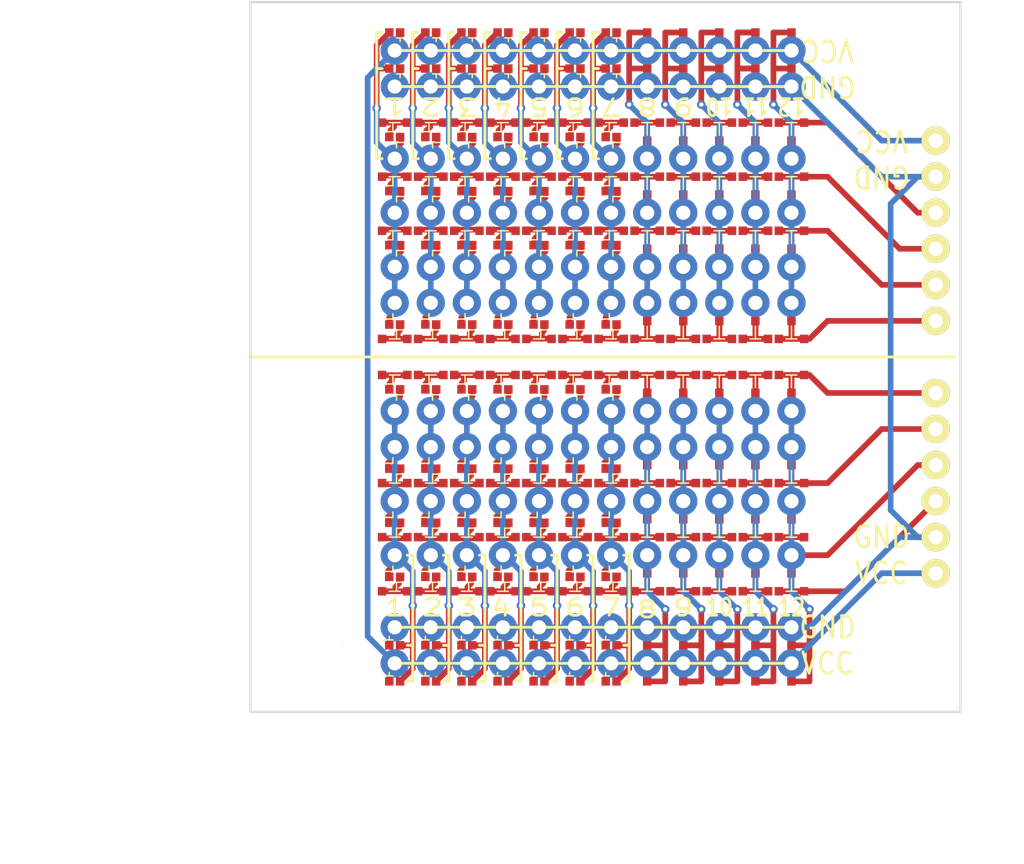
<source format=kicad_pcb>
(kicad_pcb (version 4) (host pcbnew 4.0.2-stable)
  (layers (0 F.Cu signal) (31 B.Cu signal) (34 B.Paste user) (35 F.Paste user) (36 B.SilkS user) (37 F.SilkS user) (38 B.Mask user) (39 F.Mask user) (44 Edge.Cuts user))
  (net 0 "")
  (net 1 GND)
  (module lib:Φ1-2 (layer F.Cu) (at 168.32 65.08)
    (fp_text reference REF** hide)
    (fp_text value Φ1-2)
    (pad 1 thru_hole circle (at 0 0) (size 2 2) (drill 1) (layers *.Cu *.Mask F.SilkS) (net 1 GND))
  )
  (module lib:Φ1-2 (layer F.Cu) (at 168.32 67.62)
    (fp_text reference REF** hide)
    (fp_text value Φ1-2)
    (pad 1 thru_hole circle (at 0 0) (size 2 2) (drill 1) (layers *.Cu *.Mask F.SilkS) (net 1 GND))
  )
  (module lib:Φ1-2 (layer F.Cu) (at 168.32 70.16)
    (fp_text reference REF** hide)
    (fp_text value Φ1-2)
    (pad 1 thru_hole circle (at 0 0) (size 2 2) (drill 1) (layers *.Cu *.Mask F.SilkS) (net 1 GND))
  )
  (module lib:Φ1-2 (layer F.Cu) (at 168.32 72.7)
    (fp_text reference REF** hide)
    (fp_text value Φ1-2)
    (pad 1 thru_hole circle (at 0 0) (size 2 2) (drill 1) (layers *.Cu *.Mask F.SilkS) (net 1 GND))
  )
  (module lib:Φ1-2 (layer F.Cu) (at 168.32 75.24)
    (fp_text reference REF** hide)
    (fp_text value Φ1-2)
    (pad 1 thru_hole circle (at 0 0) (size 2 2) (drill 1) (layers *.Cu *.Mask F.SilkS) (net 1 GND))
  )
  (module lib:Φ1-2 (layer F.Cu) (at 168.32 62.54)
    (fp_text reference REF** hide)
    (fp_text value Φ1-2)
    (pad 1 thru_hole circle (at 0 0) (size 2 2) (drill 1) (layers *.Cu *.Mask F.SilkS) (net 1 GND))
  )
  (module lib:Φ1-2 (layer F.Cu) (at 168.32 44.76)
    (fp_text reference REF** hide)
    (fp_text value Φ1-2)
    (pad 1 thru_hole circle (at 0 0) (size 2 2) (drill 1) (layers *.Cu *.Mask F.SilkS) (net 1 GND))
  )
  (module lib:Φ1-2 (layer F.Cu) (at 168.32 57.46)
    (fp_text reference REF** hide)
    (fp_text value Φ1-2)
    (pad 1 thru_hole circle (at 0 0) (size 2 2) (drill 1) (layers *.Cu *.Mask F.SilkS) (net 1 GND))
  )
  (module lib:Φ1-2 (layer F.Cu) (at 168.32 54.92)
    (fp_text reference REF** hide)
    (fp_text value Φ1-2)
    (pad 1 thru_hole circle (at 0 0) (size 2 2) (drill 1) (layers *.Cu *.Mask F.SilkS) (net 1 GND))
  )
  (module lib:Φ1-2 (layer F.Cu) (at 168.32 52.38)
    (fp_text reference REF** hide)
    (fp_text value Φ1-2)
    (pad 1 thru_hole circle (at 0 0) (size 2 2) (drill 1) (layers *.Cu *.Mask F.SilkS) (net 1 GND))
  )
  (module lib:Φ1-2 (layer F.Cu) (at 168.32 49.84)
    (fp_text reference REF** hide)
    (fp_text value Φ1-2)
    (pad 1 thru_hole circle (at 0 0) (size 2 2) (drill 1) (layers *.Cu *.Mask F.SilkS) (net 1 GND))
  )
  (module lib:Φ1-2With□0.7-vcc1.5mil (layer F.Cu) (at 158.16 81.59)
    (fp_text reference REF** hide)
    (fp_text value Φ1-2With□0.7 hide)
    (pad 4 smd rect (at 0 0.6985) (size 0.6 0.25) (layers F.Cu F.Mask) (net 1 GND))
    (pad 3 smd rect (at 0 1.27) (size 0.6 0.6) (layers F.Cu F.Mask) (net 1 GND))
    (pad 2 smd circle (at 0 0) (size 2 2) (layers B.Cu B.Mask) (net 1 GND))
    (pad 3 thru_hole circle (at 0 0) (size 1.3 1.3) (drill 1) (layers *.Cu *.Mask) (net 1 GND))
  )
  (module lib:Φ1-2With□0.7-L1.5mil (layer F.Cu) (at 158.16 63.81 180)
    (fp_text reference REF** hide)
    (fp_text value Φ1-2With□0.7 hide)
    (pad 4 smd rect (at 0 0.6985 180) (size 0.6 0.25) (layers F.Cu F.Mask) (net 1 GND))
    (pad 3 smd rect (at 0 1.27 180) (size 0.6 0.6) (layers F.Cu F.Mask) (net 1 GND))
    (pad 3 smd rect (at 0.889 2.54 180) (size 0.6 0.6) (layers F.Cu F.Paste F.Mask) (net 1 GND))
    (pad 3 smd rect (at -0.889 2.54 180) (size 0.6 0.6) (layers F.Cu F.Mask) (net 1 GND))
    (pad 2 smd circle (at 0 0 180) (size 2 2) (layers B.Cu B.Mask) (net 1 GND))
    (pad 3 thru_hole circle (at 0 0 180) (size 1.3 1.3) (drill 1) (layers *.Cu *.Mask) (net 1 GND))
  )
  (module lib:Φ1-2With□0.7-L1.5mil (layer F.Cu) (at 158.16 66.35)
    (fp_text reference REF** hide)
    (fp_text value Φ1-2With□0.7 hide)
    (pad 4 smd rect (at 0 0.6985) (size 0.6 0.25) (layers F.Cu F.Mask) (net 1 GND))
    (pad 3 smd rect (at 0 1.27) (size 0.6 0.6) (layers F.Cu F.Mask) (net 1 GND))
    (pad 3 smd rect (at 0.889 2.54) (size 0.6 0.6) (layers F.Cu F.Paste F.Mask) (net 1 GND))
    (pad 3 smd rect (at -0.889 2.54) (size 0.6 0.6) (layers F.Cu F.Mask) (net 1 GND))
    (pad 2 smd circle (at 0 0) (size 2 2) (layers B.Cu B.Mask) (net 1 GND))
    (pad 3 thru_hole circle (at 0 0) (size 1.3 1.3) (drill 1) (layers *.Cu *.Mask) (net 1 GND))
  )
  (module lib:Φ1-2With□0.7-L1.5mil (layer F.Cu) (at 158.16 70.16)
    (fp_text reference REF** hide)
    (fp_text value Φ1-2With□0.7 hide)
    (pad 4 smd rect (at 0 0.6985) (size 0.6 0.25) (layers F.Cu F.Mask) (net 1 GND))
    (pad 3 smd rect (at 0 1.27) (size 0.6 0.6) (layers F.Cu F.Mask) (net 1 GND))
    (pad 3 smd rect (at 0.889 2.54) (size 0.6 0.6) (layers F.Cu F.Paste F.Mask) (net 1 GND))
    (pad 3 smd rect (at -0.889 2.54) (size 0.6 0.6) (layers F.Cu F.Mask) (net 1 GND))
    (pad 2 smd circle (at 0 0) (size 2 2) (layers B.Cu B.Mask) (net 1 GND))
    (pad 3 thru_hole circle (at 0 0) (size 1.3 1.3) (drill 1) (layers *.Cu *.Mask) (net 1 GND))
  )
  (module lib:Φ1-2With□0.7-L1.5mil (layer F.Cu) (at 158.16 73.97)
    (fp_text reference REF** hide)
    (fp_text value Φ1-2With□0.7 hide)
    (pad 4 smd rect (at 0 0.6985) (size 0.6 0.25) (layers F.Cu F.Mask) (net 1 GND))
    (pad 3 smd rect (at 0 1.27) (size 0.6 0.6) (layers F.Cu F.Mask) (net 1 GND))
    (pad 3 smd rect (at 0.889 2.54) (size 0.6 0.6) (layers F.Cu F.Paste F.Mask) (net 1 GND))
    (pad 3 smd rect (at -0.889 2.54) (size 0.6 0.6) (layers F.Cu F.Mask) (net 1 GND))
    (pad 2 smd circle (at 0 0) (size 2 2) (layers B.Cu B.Mask) (net 1 GND))
    (pad 3 thru_hole circle (at 0 0) (size 1.3 1.3) (drill 1) (layers *.Cu *.Mask) (net 1 GND))
  )
  (module lib:Φ1-2With□0.7-vcc1.5mil (layer F.Cu) (at 158.16 79.05)
    (fp_text reference REF** hide)
    (fp_text value Φ1-2With□0.7 hide)
    (pad 4 smd rect (at 0 0.6985) (size 0.6 0.25) (layers F.Cu F.Mask) (net 1 GND))
    (pad 3 smd rect (at 0 1.27) (size 0.6 0.6) (layers F.Cu F.Mask) (net 1 GND))
    (pad 2 smd circle (at 0 0) (size 2 2) (layers B.Cu B.Mask) (net 1 GND))
    (pad 3 thru_hole circle (at 0 0) (size 1.3 1.3) (drill 1) (layers *.Cu *.Mask) (net 1 GND))
  )
  (module lib:Φ1-2With□0.7-vcc1.5mil (layer F.Cu) (at 155.62 79.05)
    (fp_text reference REF** hide)
    (fp_text value Φ1-2With□0.7 hide)
    (pad 4 smd rect (at 0 0.6985) (size 0.6 0.25) (layers F.Cu F.Mask) (net 1 GND))
    (pad 3 smd rect (at 0 1.27) (size 0.6 0.6) (layers F.Cu F.Mask) (net 1 GND))
    (pad 2 smd circle (at 0 0) (size 2 2) (layers B.Cu B.Mask) (net 1 GND))
    (pad 3 thru_hole circle (at 0 0) (size 1.3 1.3) (drill 1) (layers *.Cu *.Mask) (net 1 GND))
  )
  (module lib:Φ1-2With□0.7-L1.5mil (layer F.Cu) (at 155.62 73.97)
    (fp_text reference REF** hide)
    (fp_text value Φ1-2With□0.7 hide)
    (pad 4 smd rect (at 0 0.6985) (size 0.6 0.25) (layers F.Cu F.Mask) (net 1 GND))
    (pad 3 smd rect (at 0 1.27) (size 0.6 0.6) (layers F.Cu F.Mask) (net 1 GND))
    (pad 3 smd rect (at 0.889 2.54) (size 0.6 0.6) (layers F.Cu F.Paste F.Mask) (net 1 GND))
    (pad 3 smd rect (at -0.889 2.54) (size 0.6 0.6) (layers F.Cu F.Mask) (net 1 GND))
    (pad 2 smd circle (at 0 0) (size 2 2) (layers B.Cu B.Mask) (net 1 GND))
    (pad 3 thru_hole circle (at 0 0) (size 1.3 1.3) (drill 1) (layers *.Cu *.Mask) (net 1 GND))
  )
  (module lib:Φ1-2With□0.7-L1.5mil (layer F.Cu) (at 155.62 70.16)
    (fp_text reference REF** hide)
    (fp_text value Φ1-2With□0.7 hide)
    (pad 4 smd rect (at 0 0.6985) (size 0.6 0.25) (layers F.Cu F.Mask) (net 1 GND))
    (pad 3 smd rect (at 0 1.27) (size 0.6 0.6) (layers F.Cu F.Mask) (net 1 GND))
    (pad 3 smd rect (at 0.889 2.54) (size 0.6 0.6) (layers F.Cu F.Paste F.Mask) (net 1 GND))
    (pad 3 smd rect (at -0.889 2.54) (size 0.6 0.6) (layers F.Cu F.Mask) (net 1 GND))
    (pad 2 smd circle (at 0 0) (size 2 2) (layers B.Cu B.Mask) (net 1 GND))
    (pad 3 thru_hole circle (at 0 0) (size 1.3 1.3) (drill 1) (layers *.Cu *.Mask) (net 1 GND))
  )
  (module lib:Φ1-2With□0.7-L1.5mil (layer F.Cu) (at 155.62 66.35)
    (fp_text reference REF** hide)
    (fp_text value Φ1-2With□0.7 hide)
    (pad 4 smd rect (at 0 0.6985) (size 0.6 0.25) (layers F.Cu F.Mask) (net 1 GND))
    (pad 3 smd rect (at 0 1.27) (size 0.6 0.6) (layers F.Cu F.Mask) (net 1 GND))
    (pad 3 smd rect (at 0.889 2.54) (size 0.6 0.6) (layers F.Cu F.Paste F.Mask) (net 1 GND))
    (pad 3 smd rect (at -0.889 2.54) (size 0.6 0.6) (layers F.Cu F.Mask) (net 1 GND))
    (pad 2 smd circle (at 0 0) (size 2 2) (layers B.Cu B.Mask) (net 1 GND))
    (pad 3 thru_hole circle (at 0 0) (size 1.3 1.3) (drill 1) (layers *.Cu *.Mask) (net 1 GND))
  )
  (module lib:Φ1-2With□0.7-L1.5mil (layer F.Cu) (at 155.62 63.81 180)
    (fp_text reference REF** hide)
    (fp_text value Φ1-2With□0.7 hide)
    (pad 4 smd rect (at 0 0.6985 180) (size 0.6 0.25) (layers F.Cu F.Mask) (net 1 GND))
    (pad 3 smd rect (at 0 1.27 180) (size 0.6 0.6) (layers F.Cu F.Mask) (net 1 GND))
    (pad 3 smd rect (at 0.889 2.54 180) (size 0.6 0.6) (layers F.Cu F.Paste F.Mask) (net 1 GND))
    (pad 3 smd rect (at -0.889 2.54 180) (size 0.6 0.6) (layers F.Cu F.Mask) (net 1 GND))
    (pad 2 smd circle (at 0 0 180) (size 2 2) (layers B.Cu B.Mask) (net 1 GND))
    (pad 3 thru_hole circle (at 0 0 180) (size 1.3 1.3) (drill 1) (layers *.Cu *.Mask) (net 1 GND))
  )
  (module lib:Φ1-2With□0.7-vcc1.5mil (layer F.Cu) (at 155.62 81.59)
    (fp_text reference REF** hide)
    (fp_text value Φ1-2With□0.7 hide)
    (pad 4 smd rect (at 0 0.6985) (size 0.6 0.25) (layers F.Cu F.Mask) (net 1 GND))
    (pad 3 smd rect (at 0 1.27) (size 0.6 0.6) (layers F.Cu F.Mask) (net 1 GND))
    (pad 2 smd circle (at 0 0) (size 2 2) (layers B.Cu B.Mask) (net 1 GND))
    (pad 3 thru_hole circle (at 0 0) (size 1.3 1.3) (drill 1) (layers *.Cu *.Mask) (net 1 GND))
  )
  (module lib:Φ1-2With□0.7-vcc1.5mil (layer F.Cu) (at 150.54 81.59)
    (fp_text reference REF** hide)
    (fp_text value Φ1-2With□0.7 hide)
    (pad 4 smd rect (at 0 0.6985) (size 0.6 0.25) (layers F.Cu F.Mask) (net 1 GND))
    (pad 3 smd rect (at 0 1.27) (size 0.6 0.6) (layers F.Cu F.Mask) (net 1 GND))
    (pad 2 smd circle (at 0 0) (size 2 2) (layers B.Cu B.Mask) (net 1 GND))
    (pad 3 thru_hole circle (at 0 0) (size 1.3 1.3) (drill 1) (layers *.Cu *.Mask) (net 1 GND))
  )
  (module lib:Φ1-2With□0.7-L1.5mil (layer F.Cu) (at 150.54 63.81 180)
    (fp_text reference REF** hide)
    (fp_text value Φ1-2With□0.7 hide)
    (pad 4 smd rect (at 0 0.6985 180) (size 0.6 0.25) (layers F.Cu F.Mask) (net 1 GND))
    (pad 3 smd rect (at 0 1.27 180) (size 0.6 0.6) (layers F.Cu F.Mask) (net 1 GND))
    (pad 3 smd rect (at 0.889 2.54 180) (size 0.6 0.6) (layers F.Cu F.Paste F.Mask) (net 1 GND))
    (pad 3 smd rect (at -0.889 2.54 180) (size 0.6 0.6) (layers F.Cu F.Mask) (net 1 GND))
    (pad 2 smd circle (at 0 0 180) (size 2 2) (layers B.Cu B.Mask) (net 1 GND))
    (pad 3 thru_hole circle (at 0 0 180) (size 1.3 1.3) (drill 1) (layers *.Cu *.Mask) (net 1 GND))
  )
  (module lib:Φ1-2With□0.7-L1.5mil (layer F.Cu) (at 150.54 66.35)
    (fp_text reference REF** hide)
    (fp_text value Φ1-2With□0.7 hide)
    (pad 4 smd rect (at 0 0.6985) (size 0.6 0.25) (layers F.Cu F.Mask) (net 1 GND))
    (pad 3 smd rect (at 0 1.27) (size 0.6 0.6) (layers F.Cu F.Mask) (net 1 GND))
    (pad 3 smd rect (at 0.889 2.54) (size 0.6 0.6) (layers F.Cu F.Paste F.Mask) (net 1 GND))
    (pad 3 smd rect (at -0.889 2.54) (size 0.6 0.6) (layers F.Cu F.Mask) (net 1 GND))
    (pad 2 smd circle (at 0 0) (size 2 2) (layers B.Cu B.Mask) (net 1 GND))
    (pad 3 thru_hole circle (at 0 0) (size 1.3 1.3) (drill 1) (layers *.Cu *.Mask) (net 1 GND))
  )
  (module lib:Φ1-2With□0.7-L1.5mil (layer F.Cu) (at 150.54 70.16)
    (fp_text reference REF** hide)
    (fp_text value Φ1-2With□0.7 hide)
    (pad 4 smd rect (at 0 0.6985) (size 0.6 0.25) (layers F.Cu F.Mask) (net 1 GND))
    (pad 3 smd rect (at 0 1.27) (size 0.6 0.6) (layers F.Cu F.Mask) (net 1 GND))
    (pad 3 smd rect (at 0.889 2.54) (size 0.6 0.6) (layers F.Cu F.Paste F.Mask) (net 1 GND))
    (pad 3 smd rect (at -0.889 2.54) (size 0.6 0.6) (layers F.Cu F.Mask) (net 1 GND))
    (pad 2 smd circle (at 0 0) (size 2 2) (layers B.Cu B.Mask) (net 1 GND))
    (pad 3 thru_hole circle (at 0 0) (size 1.3 1.3) (drill 1) (layers *.Cu *.Mask) (net 1 GND))
  )
  (module lib:Φ1-2With□0.7-L1.5mil (layer F.Cu) (at 150.54 73.97)
    (fp_text reference REF** hide)
    (fp_text value Φ1-2With□0.7 hide)
    (pad 4 smd rect (at 0 0.6985) (size 0.6 0.25) (layers F.Cu F.Mask) (net 1 GND))
    (pad 3 smd rect (at 0 1.27) (size 0.6 0.6) (layers F.Cu F.Mask) (net 1 GND))
    (pad 3 smd rect (at 0.889 2.54) (size 0.6 0.6) (layers F.Cu F.Paste F.Mask) (net 1 GND))
    (pad 3 smd rect (at -0.889 2.54) (size 0.6 0.6) (layers F.Cu F.Mask) (net 1 GND))
    (pad 2 smd circle (at 0 0) (size 2 2) (layers B.Cu B.Mask) (net 1 GND))
    (pad 3 thru_hole circle (at 0 0) (size 1.3 1.3) (drill 1) (layers *.Cu *.Mask) (net 1 GND))
  )
  (module lib:Φ1-2With□0.7-vcc1.5mil (layer F.Cu) (at 150.54 79.05)
    (fp_text reference REF** hide)
    (fp_text value Φ1-2With□0.7 hide)
    (pad 4 smd rect (at 0 0.6985) (size 0.6 0.25) (layers F.Cu F.Mask) (net 1 GND))
    (pad 3 smd rect (at 0 1.27) (size 0.6 0.6) (layers F.Cu F.Mask) (net 1 GND))
    (pad 2 smd circle (at 0 0) (size 2 2) (layers B.Cu B.Mask) (net 1 GND))
    (pad 3 thru_hole circle (at 0 0) (size 1.3 1.3) (drill 1) (layers *.Cu *.Mask) (net 1 GND))
  )
  (module lib:Φ1-2With□0.7-vcc1.5mil (layer F.Cu) (at 153.08 79.05)
    (fp_text reference REF** hide)
    (fp_text value Φ1-2With□0.7 hide)
    (pad 4 smd rect (at 0 0.6985) (size 0.6 0.25) (layers F.Cu F.Mask) (net 1 GND))
    (pad 3 smd rect (at 0 1.27) (size 0.6 0.6) (layers F.Cu F.Mask) (net 1 GND))
    (pad 2 smd circle (at 0 0) (size 2 2) (layers B.Cu B.Mask) (net 1 GND))
    (pad 3 thru_hole circle (at 0 0) (size 1.3 1.3) (drill 1) (layers *.Cu *.Mask) (net 1 GND))
  )
  (module lib:Φ1-2With□0.7-L1.5mil (layer F.Cu) (at 153.08 73.97)
    (fp_text reference REF** hide)
    (fp_text value Φ1-2With□0.7 hide)
    (pad 4 smd rect (at 0 0.6985) (size 0.6 0.25) (layers F.Cu F.Mask) (net 1 GND))
    (pad 3 smd rect (at 0 1.27) (size 0.6 0.6) (layers F.Cu F.Mask) (net 1 GND))
    (pad 3 smd rect (at 0.889 2.54) (size 0.6 0.6) (layers F.Cu F.Paste F.Mask) (net 1 GND))
    (pad 3 smd rect (at -0.889 2.54) (size 0.6 0.6) (layers F.Cu F.Mask) (net 1 GND))
    (pad 2 smd circle (at 0 0) (size 2 2) (layers B.Cu B.Mask) (net 1 GND))
    (pad 3 thru_hole circle (at 0 0) (size 1.3 1.3) (drill 1) (layers *.Cu *.Mask) (net 1 GND))
  )
  (module lib:Φ1-2With□0.7-L1.5mil (layer F.Cu) (at 153.08 70.16)
    (fp_text reference REF** hide)
    (fp_text value Φ1-2With□0.7 hide)
    (pad 4 smd rect (at 0 0.6985) (size 0.6 0.25) (layers F.Cu F.Mask) (net 1 GND))
    (pad 3 smd rect (at 0 1.27) (size 0.6 0.6) (layers F.Cu F.Mask) (net 1 GND))
    (pad 3 smd rect (at 0.889 2.54) (size 0.6 0.6) (layers F.Cu F.Paste F.Mask) (net 1 GND))
    (pad 3 smd rect (at -0.889 2.54) (size 0.6 0.6) (layers F.Cu F.Mask) (net 1 GND))
    (pad 2 smd circle (at 0 0) (size 2 2) (layers B.Cu B.Mask) (net 1 GND))
    (pad 3 thru_hole circle (at 0 0) (size 1.3 1.3) (drill 1) (layers *.Cu *.Mask) (net 1 GND))
  )
  (module lib:Φ1-2With□0.7-L1.5mil (layer F.Cu) (at 153.08 66.35)
    (fp_text reference REF** hide)
    (fp_text value Φ1-2With□0.7 hide)
    (pad 4 smd rect (at 0 0.6985) (size 0.6 0.25) (layers F.Cu F.Mask) (net 1 GND))
    (pad 3 smd rect (at 0 1.27) (size 0.6 0.6) (layers F.Cu F.Mask) (net 1 GND))
    (pad 3 smd rect (at 0.889 2.54) (size 0.6 0.6) (layers F.Cu F.Paste F.Mask) (net 1 GND))
    (pad 3 smd rect (at -0.889 2.54) (size 0.6 0.6) (layers F.Cu F.Mask) (net 1 GND))
    (pad 2 smd circle (at 0 0) (size 2 2) (layers B.Cu B.Mask) (net 1 GND))
    (pad 3 thru_hole circle (at 0 0) (size 1.3 1.3) (drill 1) (layers *.Cu *.Mask) (net 1 GND))
  )
  (module lib:Φ1-2With□0.7-L1.5mil (layer F.Cu) (at 153.08 63.81 180)
    (fp_text reference REF** hide)
    (fp_text value Φ1-2With□0.7 hide)
    (pad 4 smd rect (at 0 0.6985 180) (size 0.6 0.25) (layers F.Cu F.Mask) (net 1 GND))
    (pad 3 smd rect (at 0 1.27 180) (size 0.6 0.6) (layers F.Cu F.Mask) (net 1 GND))
    (pad 3 smd rect (at 0.889 2.54 180) (size 0.6 0.6) (layers F.Cu F.Paste F.Mask) (net 1 GND))
    (pad 3 smd rect (at -0.889 2.54 180) (size 0.6 0.6) (layers F.Cu F.Mask) (net 1 GND))
    (pad 2 smd circle (at 0 0 180) (size 2 2) (layers B.Cu B.Mask) (net 1 GND))
    (pad 3 thru_hole circle (at 0 0 180) (size 1.3 1.3) (drill 1) (layers *.Cu *.Mask) (net 1 GND))
  )
  (module lib:Φ1-2With□0.7-vcc1.5mil (layer F.Cu) (at 153.08 81.59)
    (fp_text reference REF** hide)
    (fp_text value Φ1-2With□0.7 hide)
    (pad 4 smd rect (at 0 0.6985) (size 0.6 0.25) (layers F.Cu F.Mask) (net 1 GND))
    (pad 3 smd rect (at 0 1.27) (size 0.6 0.6) (layers F.Cu F.Mask) (net 1 GND))
    (pad 2 smd circle (at 0 0) (size 2 2) (layers B.Cu B.Mask) (net 1 GND))
    (pad 3 thru_hole circle (at 0 0) (size 1.3 1.3) (drill 1) (layers *.Cu *.Mask) (net 1 GND))
  )
  (module lib:Φ1-2With□0.7-vcc1.5mil (layer F.Cu) (at 148 79.05)
    (fp_text reference REF** hide)
    (fp_text value Φ1-2With□0.7 hide)
    (pad 4 smd rect (at 0 0.6985) (size 0.6 0.25) (layers F.Cu F.Mask) (net 1 GND))
    (pad 3 smd rect (at 0 1.27) (size 0.6 0.6) (layers F.Cu F.Mask) (net 1 GND))
    (pad 2 smd circle (at 0 0) (size 2 2) (layers B.Cu B.Mask) (net 1 GND))
    (pad 3 thru_hole circle (at 0 0) (size 1.3 1.3) (drill 1) (layers *.Cu *.Mask) (net 1 GND))
  )
  (module lib:Φ1-2With□0.7-L1.5mil (layer F.Cu) (at 148 73.97)
    (fp_text reference REF** hide)
    (fp_text value Φ1-2With□0.7 hide)
    (pad 4 smd rect (at 0 0.6985) (size 0.6 0.25) (layers F.Cu F.Mask) (net 1 GND))
    (pad 3 smd rect (at 0 1.27) (size 0.6 0.6) (layers F.Cu F.Mask) (net 1 GND))
    (pad 3 smd rect (at 0.889 2.54) (size 0.6 0.6) (layers F.Cu F.Paste F.Mask) (net 1 GND))
    (pad 3 smd rect (at -0.889 2.54) (size 0.6 0.6) (layers F.Cu F.Mask) (net 1 GND))
    (pad 2 smd circle (at 0 0) (size 2 2) (layers B.Cu B.Mask) (net 1 GND))
    (pad 3 thru_hole circle (at 0 0) (size 1.3 1.3) (drill 1) (layers *.Cu *.Mask) (net 1 GND))
  )
  (module lib:Φ1-2With□0.7-L1.5mil (layer F.Cu) (at 148 70.16)
    (fp_text reference REF** hide)
    (fp_text value Φ1-2With□0.7 hide)
    (pad 4 smd rect (at 0 0.6985) (size 0.6 0.25) (layers F.Cu F.Mask) (net 1 GND))
    (pad 3 smd rect (at 0 1.27) (size 0.6 0.6) (layers F.Cu F.Mask) (net 1 GND))
    (pad 3 smd rect (at 0.889 2.54) (size 0.6 0.6) (layers F.Cu F.Paste F.Mask) (net 1 GND))
    (pad 3 smd rect (at -0.889 2.54) (size 0.6 0.6) (layers F.Cu F.Mask) (net 1 GND))
    (pad 2 smd circle (at 0 0) (size 2 2) (layers B.Cu B.Mask) (net 1 GND))
    (pad 3 thru_hole circle (at 0 0) (size 1.3 1.3) (drill 1) (layers *.Cu *.Mask) (net 1 GND))
  )
  (module lib:Φ1-2With□0.7-L1.5mil (layer F.Cu) (at 148 66.35)
    (fp_text reference REF** hide)
    (fp_text value Φ1-2With□0.7 hide)
    (pad 4 smd rect (at 0 0.6985) (size 0.6 0.25) (layers F.Cu F.Mask) (net 1 GND))
    (pad 3 smd rect (at 0 1.27) (size 0.6 0.6) (layers F.Cu F.Mask) (net 1 GND))
    (pad 3 smd rect (at 0.889 2.54) (size 0.6 0.6) (layers F.Cu F.Paste F.Mask) (net 1 GND))
    (pad 3 smd rect (at -0.889 2.54) (size 0.6 0.6) (layers F.Cu F.Mask) (net 1 GND))
    (pad 2 smd circle (at 0 0) (size 2 2) (layers B.Cu B.Mask) (net 1 GND))
    (pad 3 thru_hole circle (at 0 0) (size 1.3 1.3) (drill 1) (layers *.Cu *.Mask) (net 1 GND))
  )
  (module lib:Φ1-2With□0.7-L1.5mil (layer F.Cu) (at 148 63.81 180)
    (fp_text reference REF** hide)
    (fp_text value Φ1-2With□0.7 hide)
    (pad 4 smd rect (at 0 0.6985 180) (size 0.6 0.25) (layers F.Cu F.Mask) (net 1 GND))
    (pad 3 smd rect (at 0 1.27 180) (size 0.6 0.6) (layers F.Cu F.Mask) (net 1 GND))
    (pad 3 smd rect (at 0.889 2.54 180) (size 0.6 0.6) (layers F.Cu F.Paste F.Mask) (net 1 GND))
    (pad 3 smd rect (at -0.889 2.54 180) (size 0.6 0.6) (layers F.Cu F.Mask) (net 1 GND))
    (pad 2 smd circle (at 0 0 180) (size 2 2) (layers B.Cu B.Mask) (net 1 GND))
    (pad 3 thru_hole circle (at 0 0 180) (size 1.3 1.3) (drill 1) (layers *.Cu *.Mask) (net 1 GND))
  )
  (module lib:Φ1-2With□0.7-vcc1.5mil (layer F.Cu) (at 148 81.59)
    (fp_text reference REF** hide)
    (fp_text value Φ1-2With□0.7 hide)
    (pad 4 smd rect (at 0 0.6985) (size 0.6 0.25) (layers F.Cu F.Mask) (net 1 GND))
    (pad 3 smd rect (at 0 1.27) (size 0.6 0.6) (layers F.Cu F.Mask) (net 1 GND))
    (pad 2 smd circle (at 0 0) (size 2 2) (layers B.Cu B.Mask) (net 1 GND))
    (pad 3 thru_hole circle (at 0 0) (size 1.3 1.3) (drill 1) (layers *.Cu *.Mask) (net 1 GND))
  )
  (module lib:Φ1-2With□0.7-vcc1.5mil (layer F.Cu) (at 158.16 38.41 180)
    (fp_text reference REF** hide)
    (fp_text value Φ1-2With□0.7 hide)
    (pad 4 smd rect (at 0 0.6985 180) (size 0.6 0.25) (layers F.Cu F.Mask) (net 1 GND))
    (pad 3 smd rect (at 0 1.27 180) (size 0.6 0.6) (layers F.Cu F.Mask) (net 1 GND))
    (pad 2 smd circle (at 0 0 180) (size 2 2) (layers B.Cu B.Mask) (net 1 GND))
    (pad 3 thru_hole circle (at 0 0 180) (size 1.3 1.3) (drill 1) (layers *.Cu *.Mask) (net 1 GND))
  )
  (module lib:Φ1-2With□0.7-L1.5mil (layer F.Cu) (at 158.16 56.19)
    (fp_text reference REF** hide)
    (fp_text value Φ1-2With□0.7 hide)
    (pad 4 smd rect (at 0 0.6985) (size 0.6 0.25) (layers F.Cu F.Mask) (net 1 GND))
    (pad 3 smd rect (at 0 1.27) (size 0.6 0.6) (layers F.Cu F.Mask) (net 1 GND))
    (pad 3 smd rect (at 0.889 2.54) (size 0.6 0.6) (layers F.Cu F.Paste F.Mask) (net 1 GND))
    (pad 3 smd rect (at -0.889 2.54) (size 0.6 0.6) (layers F.Cu F.Mask) (net 1 GND))
    (pad 2 smd circle (at 0 0) (size 2 2) (layers B.Cu B.Mask) (net 1 GND))
    (pad 3 thru_hole circle (at 0 0) (size 1.3 1.3) (drill 1) (layers *.Cu *.Mask) (net 1 GND))
  )
  (module lib:Φ1-2With□0.7-L1.5mil (layer F.Cu) (at 158.16 53.65 180)
    (fp_text reference REF** hide)
    (fp_text value Φ1-2With□0.7 hide)
    (pad 4 smd rect (at 0 0.6985 180) (size 0.6 0.25) (layers F.Cu F.Mask) (net 1 GND))
    (pad 3 smd rect (at 0 1.27 180) (size 0.6 0.6) (layers F.Cu F.Mask) (net 1 GND))
    (pad 3 smd rect (at 0.889 2.54 180) (size 0.6 0.6) (layers F.Cu F.Paste F.Mask) (net 1 GND))
    (pad 3 smd rect (at -0.889 2.54 180) (size 0.6 0.6) (layers F.Cu F.Mask) (net 1 GND))
    (pad 2 smd circle (at 0 0 180) (size 2 2) (layers B.Cu B.Mask) (net 1 GND))
    (pad 3 thru_hole circle (at 0 0 180) (size 1.3 1.3) (drill 1) (layers *.Cu *.Mask) (net 1 GND))
  )
  (module lib:Φ1-2With□0.7-L1.5mil (layer F.Cu) (at 158.16 49.84 180)
    (fp_text reference REF** hide)
    (fp_text value Φ1-2With□0.7 hide)
    (pad 4 smd rect (at 0 0.6985 180) (size 0.6 0.25) (layers F.Cu F.Mask) (net 1 GND))
    (pad 3 smd rect (at 0 1.27 180) (size 0.6 0.6) (layers F.Cu F.Mask) (net 1 GND))
    (pad 3 smd rect (at 0.889 2.54 180) (size 0.6 0.6) (layers F.Cu F.Paste F.Mask) (net 1 GND))
    (pad 3 smd rect (at -0.889 2.54 180) (size 0.6 0.6) (layers F.Cu F.Mask) (net 1 GND))
    (pad 2 smd circle (at 0 0 180) (size 2 2) (layers B.Cu B.Mask) (net 1 GND))
    (pad 3 thru_hole circle (at 0 0 180) (size 1.3 1.3) (drill 1) (layers *.Cu *.Mask) (net 1 GND))
  )
  (module lib:Φ1-2With□0.7-L1.5mil (layer F.Cu) (at 158.16 46.03 180)
    (fp_text reference REF** hide)
    (fp_text value Φ1-2With□0.7 hide)
    (pad 4 smd rect (at 0 0.6985 180) (size 0.6 0.25) (layers F.Cu F.Mask) (net 1 GND))
    (pad 3 smd rect (at 0 1.27 180) (size 0.6 0.6) (layers F.Cu F.Mask) (net 1 GND))
    (pad 3 smd rect (at 0.889 2.54 180) (size 0.6 0.6) (layers F.Cu F.Paste F.Mask) (net 1 GND))
    (pad 3 smd rect (at -0.889 2.54 180) (size 0.6 0.6) (layers F.Cu F.Mask) (net 1 GND))
    (pad 2 smd circle (at 0 0 180) (size 2 2) (layers B.Cu B.Mask) (net 1 GND))
    (pad 3 thru_hole circle (at 0 0 180) (size 1.3 1.3) (drill 1) (layers *.Cu *.Mask) (net 1 GND))
  )
  (module lib:Φ1-2With□0.7-vcc1.5mil (layer F.Cu) (at 158.16 40.95 180)
    (fp_text reference REF** hide)
    (fp_text value Φ1-2With□0.7 hide)
    (pad 4 smd rect (at 0 0.6985 180) (size 0.6 0.25) (layers F.Cu F.Mask) (net 1 GND))
    (pad 3 smd rect (at 0 1.27 180) (size 0.6 0.6) (layers F.Cu F.Mask) (net 1 GND))
    (pad 2 smd circle (at 0 0 180) (size 2 2) (layers B.Cu B.Mask) (net 1 GND))
    (pad 3 thru_hole circle (at 0 0 180) (size 1.3 1.3) (drill 1) (layers *.Cu *.Mask) (net 1 GND))
  )
  (module lib:Φ1-2With□0.7-vcc1.5mil (layer F.Cu) (at 153.08 38.41 180)
    (fp_text reference REF** hide)
    (fp_text value Φ1-2With□0.7 hide)
    (pad 4 smd rect (at 0 0.6985 180) (size 0.6 0.25) (layers F.Cu F.Mask) (net 1 GND))
    (pad 3 smd rect (at 0 1.27 180) (size 0.6 0.6) (layers F.Cu F.Mask) (net 1 GND))
    (pad 2 smd circle (at 0 0 180) (size 2 2) (layers B.Cu B.Mask) (net 1 GND))
    (pad 3 thru_hole circle (at 0 0 180) (size 1.3 1.3) (drill 1) (layers *.Cu *.Mask) (net 1 GND))
  )
  (module lib:Φ1-2With□0.7-L1.5mil (layer F.Cu) (at 153.08 56.19)
    (fp_text reference REF** hide)
    (fp_text value Φ1-2With□0.7 hide)
    (pad 4 smd rect (at 0 0.6985) (size 0.6 0.25) (layers F.Cu F.Mask) (net 1 GND))
    (pad 3 smd rect (at 0 1.27) (size 0.6 0.6) (layers F.Cu F.Mask) (net 1 GND))
    (pad 3 smd rect (at 0.889 2.54) (size 0.6 0.6) (layers F.Cu F.Paste F.Mask) (net 1 GND))
    (pad 3 smd rect (at -0.889 2.54) (size 0.6 0.6) (layers F.Cu F.Mask) (net 1 GND))
    (pad 2 smd circle (at 0 0) (size 2 2) (layers B.Cu B.Mask) (net 1 GND))
    (pad 3 thru_hole circle (at 0 0) (size 1.3 1.3) (drill 1) (layers *.Cu *.Mask) (net 1 GND))
  )
  (module lib:Φ1-2With□0.7-L1.5mil (layer F.Cu) (at 153.08 53.65 180)
    (fp_text reference REF** hide)
    (fp_text value Φ1-2With□0.7 hide)
    (pad 4 smd rect (at 0 0.6985 180) (size 0.6 0.25) (layers F.Cu F.Mask) (net 1 GND))
    (pad 3 smd rect (at 0 1.27 180) (size 0.6 0.6) (layers F.Cu F.Mask) (net 1 GND))
    (pad 3 smd rect (at 0.889 2.54 180) (size 0.6 0.6) (layers F.Cu F.Paste F.Mask) (net 1 GND))
    (pad 3 smd rect (at -0.889 2.54 180) (size 0.6 0.6) (layers F.Cu F.Mask) (net 1 GND))
    (pad 2 smd circle (at 0 0 180) (size 2 2) (layers B.Cu B.Mask) (net 1 GND))
    (pad 3 thru_hole circle (at 0 0 180) (size 1.3 1.3) (drill 1) (layers *.Cu *.Mask) (net 1 GND))
  )
  (module lib:Φ1-2With□0.7-L1.5mil (layer F.Cu) (at 153.08 49.84 180)
    (fp_text reference REF** hide)
    (fp_text value Φ1-2With□0.7 hide)
    (pad 4 smd rect (at 0 0.6985 180) (size 0.6 0.25) (layers F.Cu F.Mask) (net 1 GND))
    (pad 3 smd rect (at 0 1.27 180) (size 0.6 0.6) (layers F.Cu F.Mask) (net 1 GND))
    (pad 3 smd rect (at 0.889 2.54 180) (size 0.6 0.6) (layers F.Cu F.Paste F.Mask) (net 1 GND))
    (pad 3 smd rect (at -0.889 2.54 180) (size 0.6 0.6) (layers F.Cu F.Mask) (net 1 GND))
    (pad 2 smd circle (at 0 0 180) (size 2 2) (layers B.Cu B.Mask) (net 1 GND))
    (pad 3 thru_hole circle (at 0 0 180) (size 1.3 1.3) (drill 1) (layers *.Cu *.Mask) (net 1 GND))
  )
  (module lib:Φ1-2With□0.7-L1.5mil (layer F.Cu) (at 153.08 46.03 180)
    (fp_text reference REF** hide)
    (fp_text value Φ1-2With□0.7 hide)
    (pad 4 smd rect (at 0 0.6985 180) (size 0.6 0.25) (layers F.Cu F.Mask) (net 1 GND))
    (pad 3 smd rect (at 0 1.27 180) (size 0.6 0.6) (layers F.Cu F.Mask) (net 1 GND))
    (pad 3 smd rect (at 0.889 2.54 180) (size 0.6 0.6) (layers F.Cu F.Paste F.Mask) (net 1 GND))
    (pad 3 smd rect (at -0.889 2.54 180) (size 0.6 0.6) (layers F.Cu F.Mask) (net 1 GND))
    (pad 2 smd circle (at 0 0 180) (size 2 2) (layers B.Cu B.Mask) (net 1 GND))
    (pad 3 thru_hole circle (at 0 0 180) (size 1.3 1.3) (drill 1) (layers *.Cu *.Mask) (net 1 GND))
  )
  (module lib:Φ1-2With□0.7-vcc1.5mil (layer F.Cu) (at 153.08 40.95 180)
    (fp_text reference REF** hide)
    (fp_text value Φ1-2With□0.7 hide)
    (pad 4 smd rect (at 0 0.6985 180) (size 0.6 0.25) (layers F.Cu F.Mask) (net 1 GND))
    (pad 3 smd rect (at 0 1.27 180) (size 0.6 0.6) (layers F.Cu F.Mask) (net 1 GND))
    (pad 2 smd circle (at 0 0 180) (size 2 2) (layers B.Cu B.Mask) (net 1 GND))
    (pad 3 thru_hole circle (at 0 0 180) (size 1.3 1.3) (drill 1) (layers *.Cu *.Mask) (net 1 GND))
  )
  (module lib:Φ1-2With□0.7-vcc1.5mil (layer F.Cu) (at 155.62 40.95 180)
    (fp_text reference REF** hide)
    (fp_text value Φ1-2With□0.7 hide)
    (pad 4 smd rect (at 0 0.6985 180) (size 0.6 0.25) (layers F.Cu F.Mask) (net 1 GND))
    (pad 3 smd rect (at 0 1.27 180) (size 0.6 0.6) (layers F.Cu F.Mask) (net 1 GND))
    (pad 2 smd circle (at 0 0 180) (size 2 2) (layers B.Cu B.Mask) (net 1 GND))
    (pad 3 thru_hole circle (at 0 0 180) (size 1.3 1.3) (drill 1) (layers *.Cu *.Mask) (net 1 GND))
  )
  (module lib:Φ1-2With□0.7-L1.5mil (layer F.Cu) (at 155.62 46.03 180)
    (fp_text reference REF** hide)
    (fp_text value Φ1-2With□0.7 hide)
    (pad 4 smd rect (at 0 0.6985 180) (size 0.6 0.25) (layers F.Cu F.Mask) (net 1 GND))
    (pad 3 smd rect (at 0 1.27 180) (size 0.6 0.6) (layers F.Cu F.Mask) (net 1 GND))
    (pad 3 smd rect (at 0.889 2.54 180) (size 0.6 0.6) (layers F.Cu F.Paste F.Mask) (net 1 GND))
    (pad 3 smd rect (at -0.889 2.54 180) (size 0.6 0.6) (layers F.Cu F.Mask) (net 1 GND))
    (pad 2 smd circle (at 0 0 180) (size 2 2) (layers B.Cu B.Mask) (net 1 GND))
    (pad 3 thru_hole circle (at 0 0 180) (size 1.3 1.3) (drill 1) (layers *.Cu *.Mask) (net 1 GND))
  )
  (module lib:Φ1-2With□0.7-L1.5mil (layer F.Cu) (at 155.62 49.84 180)
    (fp_text reference REF** hide)
    (fp_text value Φ1-2With□0.7 hide)
    (pad 4 smd rect (at 0 0.6985 180) (size 0.6 0.25) (layers F.Cu F.Mask) (net 1 GND))
    (pad 3 smd rect (at 0 1.27 180) (size 0.6 0.6) (layers F.Cu F.Mask) (net 1 GND))
    (pad 3 smd rect (at 0.889 2.54 180) (size 0.6 0.6) (layers F.Cu F.Paste F.Mask) (net 1 GND))
    (pad 3 smd rect (at -0.889 2.54 180) (size 0.6 0.6) (layers F.Cu F.Mask) (net 1 GND))
    (pad 2 smd circle (at 0 0 180) (size 2 2) (layers B.Cu B.Mask) (net 1 GND))
    (pad 3 thru_hole circle (at 0 0 180) (size 1.3 1.3) (drill 1) (layers *.Cu *.Mask) (net 1 GND))
  )
  (module lib:Φ1-2With□0.7-L1.5mil (layer F.Cu) (at 155.62 53.65 180)
    (fp_text reference REF** hide)
    (fp_text value Φ1-2With□0.7 hide)
    (pad 4 smd rect (at 0 0.6985 180) (size 0.6 0.25) (layers F.Cu F.Mask) (net 1 GND))
    (pad 3 smd rect (at 0 1.27 180) (size 0.6 0.6) (layers F.Cu F.Mask) (net 1 GND))
    (pad 3 smd rect (at 0.889 2.54 180) (size 0.6 0.6) (layers F.Cu F.Paste F.Mask) (net 1 GND))
    (pad 3 smd rect (at -0.889 2.54 180) (size 0.6 0.6) (layers F.Cu F.Mask) (net 1 GND))
    (pad 2 smd circle (at 0 0 180) (size 2 2) (layers B.Cu B.Mask) (net 1 GND))
    (pad 3 thru_hole circle (at 0 0 180) (size 1.3 1.3) (drill 1) (layers *.Cu *.Mask) (net 1 GND))
  )
  (module lib:Φ1-2With□0.7-L1.5mil (layer F.Cu) (at 155.62 56.19)
    (fp_text reference REF** hide)
    (fp_text value Φ1-2With□0.7 hide)
    (pad 4 smd rect (at 0 0.6985) (size 0.6 0.25) (layers F.Cu F.Mask) (net 1 GND))
    (pad 3 smd rect (at 0 1.27) (size 0.6 0.6) (layers F.Cu F.Mask) (net 1 GND))
    (pad 3 smd rect (at 0.889 2.54) (size 0.6 0.6) (layers F.Cu F.Paste F.Mask) (net 1 GND))
    (pad 3 smd rect (at -0.889 2.54) (size 0.6 0.6) (layers F.Cu F.Mask) (net 1 GND))
    (pad 2 smd circle (at 0 0) (size 2 2) (layers B.Cu B.Mask) (net 1 GND))
    (pad 3 thru_hole circle (at 0 0) (size 1.3 1.3) (drill 1) (layers *.Cu *.Mask) (net 1 GND))
  )
  (module lib:Φ1-2With□0.7-vcc1.5mil (layer F.Cu) (at 155.62 38.41 180)
    (fp_text reference REF** hide)
    (fp_text value Φ1-2With□0.7 hide)
    (pad 4 smd rect (at 0 0.6985 180) (size 0.6 0.25) (layers F.Cu F.Mask) (net 1 GND))
    (pad 3 smd rect (at 0 1.27 180) (size 0.6 0.6) (layers F.Cu F.Mask) (net 1 GND))
    (pad 2 smd circle (at 0 0 180) (size 2 2) (layers B.Cu B.Mask) (net 1 GND))
    (pad 3 thru_hole circle (at 0 0 180) (size 1.3 1.3) (drill 1) (layers *.Cu *.Mask) (net 1 GND))
  )
  (module lib:Φ1-2With□0.7-vcc1.5mil (layer F.Cu) (at 150.54 38.41 180)
    (fp_text reference REF** hide)
    (fp_text value Φ1-2With□0.7 hide)
    (pad 4 smd rect (at 0 0.6985 180) (size 0.6 0.25) (layers F.Cu F.Mask) (net 1 GND))
    (pad 3 smd rect (at 0 1.27 180) (size 0.6 0.6) (layers F.Cu F.Mask) (net 1 GND))
    (pad 2 smd circle (at 0 0 180) (size 2 2) (layers B.Cu B.Mask) (net 1 GND))
    (pad 3 thru_hole circle (at 0 0 180) (size 1.3 1.3) (drill 1) (layers *.Cu *.Mask) (net 1 GND))
  )
  (module lib:Φ1-2With□0.7-L1.5mil (layer F.Cu) (at 150.54 56.19)
    (fp_text reference REF** hide)
    (fp_text value Φ1-2With□0.7 hide)
    (pad 4 smd rect (at 0 0.6985) (size 0.6 0.25) (layers F.Cu F.Mask) (net 1 GND))
    (pad 3 smd rect (at 0 1.27) (size 0.6 0.6) (layers F.Cu F.Mask) (net 1 GND))
    (pad 3 smd rect (at 0.889 2.54) (size 0.6 0.6) (layers F.Cu F.Paste F.Mask) (net 1 GND))
    (pad 3 smd rect (at -0.889 2.54) (size 0.6 0.6) (layers F.Cu F.Mask) (net 1 GND))
    (pad 2 smd circle (at 0 0) (size 2 2) (layers B.Cu B.Mask) (net 1 GND))
    (pad 3 thru_hole circle (at 0 0) (size 1.3 1.3) (drill 1) (layers *.Cu *.Mask) (net 1 GND))
  )
  (module lib:Φ1-2With□0.7-L1.5mil (layer F.Cu) (at 150.54 53.65 180)
    (fp_text reference REF** hide)
    (fp_text value Φ1-2With□0.7 hide)
    (pad 4 smd rect (at 0 0.6985 180) (size 0.6 0.25) (layers F.Cu F.Mask) (net 1 GND))
    (pad 3 smd rect (at 0 1.27 180) (size 0.6 0.6) (layers F.Cu F.Mask) (net 1 GND))
    (pad 3 smd rect (at 0.889 2.54 180) (size 0.6 0.6) (layers F.Cu F.Paste F.Mask) (net 1 GND))
    (pad 3 smd rect (at -0.889 2.54 180) (size 0.6 0.6) (layers F.Cu F.Mask) (net 1 GND))
    (pad 2 smd circle (at 0 0 180) (size 2 2) (layers B.Cu B.Mask) (net 1 GND))
    (pad 3 thru_hole circle (at 0 0 180) (size 1.3 1.3) (drill 1) (layers *.Cu *.Mask) (net 1 GND))
  )
  (module lib:Φ1-2With□0.7-L1.5mil (layer F.Cu) (at 150.54 49.84 180)
    (fp_text reference REF** hide)
    (fp_text value Φ1-2With□0.7 hide)
    (pad 4 smd rect (at 0 0.6985 180) (size 0.6 0.25) (layers F.Cu F.Mask) (net 1 GND))
    (pad 3 smd rect (at 0 1.27 180) (size 0.6 0.6) (layers F.Cu F.Mask) (net 1 GND))
    (pad 3 smd rect (at 0.889 2.54 180) (size 0.6 0.6) (layers F.Cu F.Paste F.Mask) (net 1 GND))
    (pad 3 smd rect (at -0.889 2.54 180) (size 0.6 0.6) (layers F.Cu F.Mask) (net 1 GND))
    (pad 2 smd circle (at 0 0 180) (size 2 2) (layers B.Cu B.Mask) (net 1 GND))
    (pad 3 thru_hole circle (at 0 0 180) (size 1.3 1.3) (drill 1) (layers *.Cu *.Mask) (net 1 GND))
  )
  (module lib:Φ1-2With□0.7-L1.5mil (layer F.Cu) (at 150.54 46.03 180)
    (fp_text reference REF** hide)
    (fp_text value Φ1-2With□0.7 hide)
    (pad 4 smd rect (at 0 0.6985 180) (size 0.6 0.25) (layers F.Cu F.Mask) (net 1 GND))
    (pad 3 smd rect (at 0 1.27 180) (size 0.6 0.6) (layers F.Cu F.Mask) (net 1 GND))
    (pad 3 smd rect (at 0.889 2.54 180) (size 0.6 0.6) (layers F.Cu F.Paste F.Mask) (net 1 GND))
    (pad 3 smd rect (at -0.889 2.54 180) (size 0.6 0.6) (layers F.Cu F.Mask) (net 1 GND))
    (pad 2 smd circle (at 0 0 180) (size 2 2) (layers B.Cu B.Mask) (net 1 GND))
    (pad 3 thru_hole circle (at 0 0 180) (size 1.3 1.3) (drill 1) (layers *.Cu *.Mask) (net 1 GND))
  )
  (module lib:Φ1-2With□0.7-vcc1.5mil (layer F.Cu) (at 150.54 40.95 180)
    (fp_text reference REF** hide)
    (fp_text value Φ1-2With□0.7 hide)
    (pad 4 smd rect (at 0 0.6985 180) (size 0.6 0.25) (layers F.Cu F.Mask) (net 1 GND))
    (pad 3 smd rect (at 0 1.27 180) (size 0.6 0.6) (layers F.Cu F.Mask) (net 1 GND))
    (pad 2 smd circle (at 0 0 180) (size 2 2) (layers B.Cu B.Mask) (net 1 GND))
    (pad 3 thru_hole circle (at 0 0 180) (size 1.3 1.3) (drill 1) (layers *.Cu *.Mask) (net 1 GND))
  )
  (module lib:Φ1-2With□0.6-vcc1.5mil (layer F.Cu) (at 142.92 40.95 180)
    (fp_text reference REF** hide)
    (fp_text value Φ1-2With□0.7 hide)
    (pad 4 smd rect (at 0.381 1.27 180) (size 0.6 0.6) (layers F.Cu F.Mask) (net 1 GND))
    (pad 3 smd rect (at -0.381 1.27 180) (size 0.6 0.6) (layers F.Cu F.Mask) (net 1 GND))
    (pad 2 smd circle (at 0 0 180) (size 2 2) (layers B.Cu B.Mask) (net 1 GND))
    (pad 3 thru_hole circle (at 0 0 180) (size 1.3 1.3) (drill 1) (layers *.Cu *.Mask) (net 1 GND))
  )
  (module lib:Φ1-2With□0.6-L1.5mil (layer F.Cu) (at 142.92 56.19)
    (fp_text reference REF** hide)
    (fp_text value Φ1-2With□0.7 hide)
    (pad 4 smd rect (at -0.381 1.524) (size 0.6 0.6) (layers F.Cu F.Mask) (net 1 GND))
    (pad 3 smd rect (at 0.381 1.524) (size 0.6 0.6) (layers F.Cu F.Mask) (net 1 GND))
    (pad 3 smd rect (at 0.889 2.54) (size 0.6 0.6) (layers F.Cu F.Paste F.Mask) (net 1 GND))
    (pad 3 smd rect (at -0.889 2.54) (size 0.6 0.6) (layers F.Cu F.Mask) (net 1 GND))
    (pad 2 smd circle (at 0 0) (size 2 2) (layers B.Cu B.Mask) (net 1 GND))
    (pad 3 thru_hole circle (at 0 0) (size 1.3 1.3) (drill 1) (layers *.Cu *.Mask) (net 1 GND))
  )
  (module lib:Φ1-2With□0.6-L1.5mil (layer F.Cu) (at 142.92 53.65 180)
    (fp_text reference REF** hide)
    (fp_text value Φ1-2With□0.7 hide)
    (pad 4 smd rect (at -0.381 1.524 180) (size 0.6 0.6) (layers F.Cu F.Mask) (net 1 GND))
    (pad 3 smd rect (at 0.381 1.524 180) (size 0.6 0.6) (layers F.Cu F.Mask) (net 1 GND))
    (pad 3 smd rect (at 0.889 2.54 180) (size 0.6 0.6) (layers F.Cu F.Paste F.Mask) (net 1 GND))
    (pad 3 smd rect (at -0.889 2.54 180) (size 0.6 0.6) (layers F.Cu F.Mask) (net 1 GND))
    (pad 2 smd circle (at 0 0 180) (size 2 2) (layers B.Cu B.Mask) (net 1 GND))
    (pad 3 thru_hole circle (at 0 0 180) (size 1.3 1.3) (drill 1) (layers *.Cu *.Mask) (net 1 GND))
  )
  (module lib:Φ1-2With□0.6-L1.5mil (layer F.Cu) (at 142.92 49.84 180)
    (fp_text reference REF** hide)
    (fp_text value Φ1-2With□0.7 hide)
    (pad 4 smd rect (at -0.381 1.524 180) (size 0.6 0.6) (layers F.Cu F.Mask) (net 1 GND))
    (pad 3 smd rect (at 0.381 1.524 180) (size 0.6 0.6) (layers F.Cu F.Mask) (net 1 GND))
    (pad 3 smd rect (at 0.889 2.54 180) (size 0.6 0.6) (layers F.Cu F.Paste F.Mask) (net 1 GND))
    (pad 3 smd rect (at -0.889 2.54 180) (size 0.6 0.6) (layers F.Cu F.Mask) (net 1 GND))
    (pad 2 smd circle (at 0 0 180) (size 2 2) (layers B.Cu B.Mask) (net 1 GND))
    (pad 3 thru_hole circle (at 0 0 180) (size 1.3 1.3) (drill 1) (layers *.Cu *.Mask) (net 1 GND))
  )
  (module lib:Φ1-2With□0.6-L1.5mil (layer F.Cu) (at 142.92 46.03 180)
    (fp_text reference REF** hide)
    (fp_text value Φ1-2With□0.7 hide)
    (pad 4 smd rect (at -0.381 1.524 180) (size 0.6 0.6) (layers F.Cu F.Mask) (net 1 GND))
    (pad 3 smd rect (at 0.381 1.524 180) (size 0.6 0.6) (layers F.Cu F.Mask) (net 1 GND))
    (pad 3 smd rect (at 0.889 2.54 180) (size 0.6 0.6) (layers F.Cu F.Paste F.Mask) (net 1 GND))
    (pad 3 smd rect (at -0.889 2.54 180) (size 0.6 0.6) (layers F.Cu F.Mask) (net 1 GND))
    (pad 2 smd circle (at 0 0 180) (size 2 2) (layers B.Cu B.Mask) (net 1 GND))
    (pad 3 thru_hole circle (at 0 0 180) (size 1.3 1.3) (drill 1) (layers *.Cu *.Mask) (net 1 GND))
  )
  (module lib:Φ1-2With□0.6-vcc1.5mil (layer F.Cu) (at 142.92 38.41 180)
    (fp_text reference REF** hide)
    (fp_text value Φ1-2With□0.7 hide)
    (pad 4 smd rect (at 0.381 1.27 180) (size 0.6 0.6) (layers F.Cu F.Mask) (net 1 GND))
    (pad 3 smd rect (at -0.381 1.27 180) (size 0.6 0.6) (layers F.Cu F.Mask) (net 1 GND))
    (pad 2 smd circle (at 0 0 180) (size 2 2) (layers B.Cu B.Mask) (net 1 GND))
    (pad 3 thru_hole circle (at 0 0 180) (size 1.3 1.3) (drill 1) (layers *.Cu *.Mask) (net 1 GND))
  )
  (module lib:Φ1-2With□0.6-vcc1.5mil (layer F.Cu) (at 140.38 38.41 180)
    (fp_text reference REF** hide)
    (fp_text value Φ1-2With□0.7 hide)
    (pad 4 smd rect (at 0.381 1.27 180) (size 0.6 0.6) (layers F.Cu F.Mask) (net 1 GND))
    (pad 3 smd rect (at -0.381 1.27 180) (size 0.6 0.6) (layers F.Cu F.Mask) (net 1 GND))
    (pad 2 smd circle (at 0 0 180) (size 2 2) (layers B.Cu B.Mask) (net 1 GND))
    (pad 3 thru_hole circle (at 0 0 180) (size 1.3 1.3) (drill 1) (layers *.Cu *.Mask) (net 1 GND))
  )
  (module lib:Φ1-2With□0.6-L1.5mil (layer F.Cu) (at 140.38 46.03 180)
    (fp_text reference REF** hide)
    (fp_text value Φ1-2With□0.7 hide)
    (pad 4 smd rect (at -0.381 1.524 180) (size 0.6 0.6) (layers F.Cu F.Mask) (net 1 GND))
    (pad 3 smd rect (at 0.381 1.524 180) (size 0.6 0.6) (layers F.Cu F.Mask) (net 1 GND))
    (pad 3 smd rect (at 0.889 2.54 180) (size 0.6 0.6) (layers F.Cu F.Paste F.Mask) (net 1 GND))
    (pad 3 smd rect (at -0.889 2.54 180) (size 0.6 0.6) (layers F.Cu F.Mask) (net 1 GND))
    (pad 2 smd circle (at 0 0 180) (size 2 2) (layers B.Cu B.Mask) (net 1 GND))
    (pad 3 thru_hole circle (at 0 0 180) (size 1.3 1.3) (drill 1) (layers *.Cu *.Mask) (net 1 GND))
  )
  (module lib:Φ1-2With□0.6-L1.5mil (layer F.Cu) (at 140.38 49.84 180)
    (fp_text reference REF** hide)
    (fp_text value Φ1-2With□0.7 hide)
    (pad 4 smd rect (at -0.381 1.524 180) (size 0.6 0.6) (layers F.Cu F.Mask) (net 1 GND))
    (pad 3 smd rect (at 0.381 1.524 180) (size 0.6 0.6) (layers F.Cu F.Mask) (net 1 GND))
    (pad 3 smd rect (at 0.889 2.54 180) (size 0.6 0.6) (layers F.Cu F.Paste F.Mask) (net 1 GND))
    (pad 3 smd rect (at -0.889 2.54 180) (size 0.6 0.6) (layers F.Cu F.Mask) (net 1 GND))
    (pad 2 smd circle (at 0 0 180) (size 2 2) (layers B.Cu B.Mask) (net 1 GND))
    (pad 3 thru_hole circle (at 0 0 180) (size 1.3 1.3) (drill 1) (layers *.Cu *.Mask) (net 1 GND))
  )
  (module lib:Φ1-2With□0.6-L1.5mil (layer F.Cu) (at 140.38 53.65 180)
    (fp_text reference REF** hide)
    (fp_text value Φ1-2With□0.7 hide)
    (pad 4 smd rect (at -0.381 1.524 180) (size 0.6 0.6) (layers F.Cu F.Mask) (net 1 GND))
    (pad 3 smd rect (at 0.381 1.524 180) (size 0.6 0.6) (layers F.Cu F.Mask) (net 1 GND))
    (pad 3 smd rect (at 0.889 2.54 180) (size 0.6 0.6) (layers F.Cu F.Paste F.Mask) (net 1 GND))
    (pad 3 smd rect (at -0.889 2.54 180) (size 0.6 0.6) (layers F.Cu F.Mask) (net 1 GND))
    (pad 2 smd circle (at 0 0 180) (size 2 2) (layers B.Cu B.Mask) (net 1 GND))
    (pad 3 thru_hole circle (at 0 0 180) (size 1.3 1.3) (drill 1) (layers *.Cu *.Mask) (net 1 GND))
  )
  (module lib:Φ1-2With□0.6-L1.5mil (layer F.Cu) (at 140.38 56.19)
    (fp_text reference REF** hide)
    (fp_text value Φ1-2With□0.7 hide)
    (pad 4 smd rect (at -0.381 1.524) (size 0.6 0.6) (layers F.Cu F.Mask) (net 1 GND))
    (pad 3 smd rect (at 0.381 1.524) (size 0.6 0.6) (layers F.Cu F.Mask) (net 1 GND))
    (pad 3 smd rect (at 0.889 2.54) (size 0.6 0.6) (layers F.Cu F.Paste F.Mask) (net 1 GND))
    (pad 3 smd rect (at -0.889 2.54) (size 0.6 0.6) (layers F.Cu F.Mask) (net 1 GND))
    (pad 2 smd circle (at 0 0) (size 2 2) (layers B.Cu B.Mask) (net 1 GND))
    (pad 3 thru_hole circle (at 0 0) (size 1.3 1.3) (drill 1) (layers *.Cu *.Mask) (net 1 GND))
  )
  (module lib:Φ1-2With□0.6-vcc1.5mil (layer F.Cu) (at 140.38 40.95 180)
    (fp_text reference REF** hide)
    (fp_text value Φ1-2With□0.7 hide)
    (pad 4 smd rect (at 0.381 1.27 180) (size 0.6 0.6) (layers F.Cu F.Mask) (net 1 GND))
    (pad 3 smd rect (at -0.381 1.27 180) (size 0.6 0.6) (layers F.Cu F.Mask) (net 1 GND))
    (pad 2 smd circle (at 0 0 180) (size 2 2) (layers B.Cu B.Mask) (net 1 GND))
    (pad 3 thru_hole circle (at 0 0 180) (size 1.3 1.3) (drill 1) (layers *.Cu *.Mask) (net 1 GND))
  )
  (module lib:Φ1-2With□0.6-vcc1.5mil (layer F.Cu) (at 145.46 40.95 180)
    (fp_text reference REF** hide)
    (fp_text value Φ1-2With□0.7 hide)
    (pad 4 smd rect (at 0.381 1.27 180) (size 0.6 0.6) (layers F.Cu F.Mask) (net 1 GND))
    (pad 3 smd rect (at -0.381 1.27 180) (size 0.6 0.6) (layers F.Cu F.Mask) (net 1 GND))
    (pad 2 smd circle (at 0 0 180) (size 2 2) (layers B.Cu B.Mask) (net 1 GND))
    (pad 3 thru_hole circle (at 0 0 180) (size 1.3 1.3) (drill 1) (layers *.Cu *.Mask) (net 1 GND))
  )
  (module lib:Φ1-2With□0.6-L1.5mil (layer F.Cu) (at 145.46 56.19)
    (fp_text reference REF** hide)
    (fp_text value Φ1-2With□0.7 hide)
    (pad 4 smd rect (at -0.381 1.524) (size 0.6 0.6) (layers F.Cu F.Mask) (net 1 GND))
    (pad 3 smd rect (at 0.381 1.524) (size 0.6 0.6) (layers F.Cu F.Mask) (net 1 GND))
    (pad 3 smd rect (at 0.889 2.54) (size 0.6 0.6) (layers F.Cu F.Paste F.Mask) (net 1 GND))
    (pad 3 smd rect (at -0.889 2.54) (size 0.6 0.6) (layers F.Cu F.Mask) (net 1 GND))
    (pad 2 smd circle (at 0 0) (size 2 2) (layers B.Cu B.Mask) (net 1 GND))
    (pad 3 thru_hole circle (at 0 0) (size 1.3 1.3) (drill 1) (layers *.Cu *.Mask) (net 1 GND))
  )
  (module lib:Φ1-2With□0.6-L1.5mil (layer F.Cu) (at 145.46 53.65 180)
    (fp_text reference REF** hide)
    (fp_text value Φ1-2With□0.7 hide)
    (pad 4 smd rect (at -0.381 1.524 180) (size 0.6 0.6) (layers F.Cu F.Mask) (net 1 GND))
    (pad 3 smd rect (at 0.381 1.524 180) (size 0.6 0.6) (layers F.Cu F.Mask) (net 1 GND))
    (pad 3 smd rect (at 0.889 2.54 180) (size 0.6 0.6) (layers F.Cu F.Paste F.Mask) (net 1 GND))
    (pad 3 smd rect (at -0.889 2.54 180) (size 0.6 0.6) (layers F.Cu F.Mask) (net 1 GND))
    (pad 2 smd circle (at 0 0 180) (size 2 2) (layers B.Cu B.Mask) (net 1 GND))
    (pad 3 thru_hole circle (at 0 0 180) (size 1.3 1.3) (drill 1) (layers *.Cu *.Mask) (net 1 GND))
  )
  (module lib:Φ1-2With□0.6-L1.5mil (layer F.Cu) (at 145.46 49.84 180)
    (fp_text reference REF** hide)
    (fp_text value Φ1-2With□0.7 hide)
    (pad 4 smd rect (at -0.381 1.524 180) (size 0.6 0.6) (layers F.Cu F.Mask) (net 1 GND))
    (pad 3 smd rect (at 0.381 1.524 180) (size 0.6 0.6) (layers F.Cu F.Mask) (net 1 GND))
    (pad 3 smd rect (at 0.889 2.54 180) (size 0.6 0.6) (layers F.Cu F.Paste F.Mask) (net 1 GND))
    (pad 3 smd rect (at -0.889 2.54 180) (size 0.6 0.6) (layers F.Cu F.Mask) (net 1 GND))
    (pad 2 smd circle (at 0 0 180) (size 2 2) (layers B.Cu B.Mask) (net 1 GND))
    (pad 3 thru_hole circle (at 0 0 180) (size 1.3 1.3) (drill 1) (layers *.Cu *.Mask) (net 1 GND))
  )
  (module lib:Φ1-2With□0.6-L1.5mil (layer F.Cu) (at 145.46 46.03 180)
    (fp_text reference REF** hide)
    (fp_text value Φ1-2With□0.7 hide)
    (pad 4 smd rect (at -0.381 1.524 180) (size 0.6 0.6) (layers F.Cu F.Mask) (net 1 GND))
    (pad 3 smd rect (at 0.381 1.524 180) (size 0.6 0.6) (layers F.Cu F.Mask) (net 1 GND))
    (pad 3 smd rect (at 0.889 2.54 180) (size 0.6 0.6) (layers F.Cu F.Paste F.Mask) (net 1 GND))
    (pad 3 smd rect (at -0.889 2.54 180) (size 0.6 0.6) (layers F.Cu F.Mask) (net 1 GND))
    (pad 2 smd circle (at 0 0 180) (size 2 2) (layers B.Cu B.Mask) (net 1 GND))
    (pad 3 thru_hole circle (at 0 0 180) (size 1.3 1.3) (drill 1) (layers *.Cu *.Mask) (net 1 GND))
  )
  (module lib:Φ1-2With□0.6-vcc1.5mil (layer F.Cu) (at 145.46 38.41 180)
    (fp_text reference REF** hide)
    (fp_text value Φ1-2With□0.7 hide)
    (pad 4 smd rect (at 0.381 1.27 180) (size 0.6 0.6) (layers F.Cu F.Mask) (net 1 GND))
    (pad 3 smd rect (at -0.381 1.27 180) (size 0.6 0.6) (layers F.Cu F.Mask) (net 1 GND))
    (pad 2 smd circle (at 0 0 180) (size 2 2) (layers B.Cu B.Mask) (net 1 GND))
    (pad 3 thru_hole circle (at 0 0 180) (size 1.3 1.3) (drill 1) (layers *.Cu *.Mask) (net 1 GND))
  )
  (module lib:Φ1-2With□0.6-vcc1.5mil (layer F.Cu) (at 132.76 40.95 180)
    (fp_text reference REF** hide)
    (fp_text value Φ1-2With□0.7 hide)
    (pad 4 smd rect (at 0.381 1.27 180) (size 0.6 0.6) (layers F.Cu F.Mask) (net 1 GND))
    (pad 3 smd rect (at -0.381 1.27 180) (size 0.6 0.6) (layers F.Cu F.Mask) (net 1 GND))
    (pad 2 smd circle (at 0 0 180) (size 2 2) (layers B.Cu B.Mask) (net 1 GND))
    (pad 3 thru_hole circle (at 0 0 180) (size 1.3 1.3) (drill 1) (layers *.Cu *.Mask) (net 1 GND))
  )
  (module lib:Φ1-2With□0.6-L1.5mil (layer F.Cu) (at 132.76 56.19)
    (fp_text reference REF** hide)
    (fp_text value Φ1-2With□0.7 hide)
    (pad 4 smd rect (at -0.381 1.524) (size 0.6 0.6) (layers F.Cu F.Mask) (net 1 GND))
    (pad 3 smd rect (at 0.381 1.524) (size 0.6 0.6) (layers F.Cu F.Mask) (net 1 GND))
    (pad 3 smd rect (at 0.889 2.54) (size 0.6 0.6) (layers F.Cu F.Paste F.Mask) (net 1 GND))
    (pad 3 smd rect (at -0.889 2.54) (size 0.6 0.6) (layers F.Cu F.Mask) (net 1 GND))
    (pad 2 smd circle (at 0 0) (size 2 2) (layers B.Cu B.Mask) (net 1 GND))
    (pad 3 thru_hole circle (at 0 0) (size 1.3 1.3) (drill 1) (layers *.Cu *.Mask) (net 1 GND))
  )
  (module lib:Φ1-2With□0.6-L1.5mil (layer F.Cu) (at 132.76 53.65 180)
    (fp_text reference REF** hide)
    (fp_text value Φ1-2With□0.7 hide)
    (pad 4 smd rect (at -0.381 1.524 180) (size 0.6 0.6) (layers F.Cu F.Mask) (net 1 GND))
    (pad 3 smd rect (at 0.381 1.524 180) (size 0.6 0.6) (layers F.Cu F.Mask) (net 1 GND))
    (pad 3 smd rect (at 0.889 2.54 180) (size 0.6 0.6) (layers F.Cu F.Paste F.Mask) (net 1 GND))
    (pad 3 smd rect (at -0.889 2.54 180) (size 0.6 0.6) (layers F.Cu F.Mask) (net 1 GND))
    (pad 2 smd circle (at 0 0 180) (size 2 2) (layers B.Cu B.Mask) (net 1 GND))
    (pad 3 thru_hole circle (at 0 0 180) (size 1.3 1.3) (drill 1) (layers *.Cu *.Mask) (net 1 GND))
  )
  (module lib:Φ1-2With□0.6-L1.5mil (layer F.Cu) (at 132.76 49.84 180)
    (fp_text reference REF** hide)
    (fp_text value Φ1-2With□0.7 hide)
    (pad 4 smd rect (at -0.381 1.524 180) (size 0.6 0.6) (layers F.Cu F.Mask) (net 1 GND))
    (pad 3 smd rect (at 0.381 1.524 180) (size 0.6 0.6) (layers F.Cu F.Mask) (net 1 GND))
    (pad 3 smd rect (at 0.889 2.54 180) (size 0.6 0.6) (layers F.Cu F.Paste F.Mask) (net 1 GND))
    (pad 3 smd rect (at -0.889 2.54 180) (size 0.6 0.6) (layers F.Cu F.Mask) (net 1 GND))
    (pad 2 smd circle (at 0 0 180) (size 2 2) (layers B.Cu B.Mask) (net 1 GND))
    (pad 3 thru_hole circle (at 0 0 180) (size 1.3 1.3) (drill 1) (layers *.Cu *.Mask) (net 1 GND))
  )
  (module lib:Φ1-2With□0.6-L1.5mil (layer F.Cu) (at 132.76 46.03 180)
    (fp_text reference REF** hide)
    (fp_text value Φ1-2With□0.7 hide)
    (pad 4 smd rect (at -0.381 1.524 180) (size 0.6 0.6) (layers F.Cu F.Mask) (net 1 GND))
    (pad 3 smd rect (at 0.381 1.524 180) (size 0.6 0.6) (layers F.Cu F.Mask) (net 1 GND))
    (pad 3 smd rect (at 0.889 2.54 180) (size 0.6 0.6) (layers F.Cu F.Paste F.Mask) (net 1 GND))
    (pad 3 smd rect (at -0.889 2.54 180) (size 0.6 0.6) (layers F.Cu F.Mask) (net 1 GND))
    (pad 2 smd circle (at 0 0 180) (size 2 2) (layers B.Cu B.Mask) (net 1 GND))
    (pad 3 thru_hole circle (at 0 0 180) (size 1.3 1.3) (drill 1) (layers *.Cu *.Mask) (net 1 GND))
  )
  (module lib:Φ1-2With□0.6-vcc1.5mil (layer F.Cu) (at 132.76 38.41 180)
    (fp_text reference REF** hide)
    (fp_text value Φ1-2With□0.7 hide)
    (pad 4 smd rect (at 0.381 1.27 180) (size 0.6 0.6) (layers F.Cu F.Mask) (net 1 GND))
    (pad 3 smd rect (at -0.381 1.27 180) (size 0.6 0.6) (layers F.Cu F.Mask) (net 1 GND))
    (pad 2 smd circle (at 0 0 180) (size 2 2) (layers B.Cu B.Mask) (net 1 GND))
    (pad 3 thru_hole circle (at 0 0 180) (size 1.3 1.3) (drill 1) (layers *.Cu *.Mask) (net 1 GND))
  )
  (module lib:Φ1-2With□0.6-vcc1.5mil (layer F.Cu) (at 130.22 38.41 180)
    (fp_text reference REF** hide)
    (fp_text value Φ1-2With□0.7 hide)
    (pad 4 smd rect (at 0.381 1.27 180) (size 0.6 0.6) (layers F.Cu F.Mask) (net 1 GND))
    (pad 3 smd rect (at -0.381 1.27 180) (size 0.6 0.6) (layers F.Cu F.Mask) (net 1 GND))
    (pad 2 smd circle (at 0 0 180) (size 2 2) (layers B.Cu B.Mask) (net 1 GND))
    (pad 3 thru_hole circle (at 0 0 180) (size 1.3 1.3) (drill 1) (layers *.Cu *.Mask) (net 1 GND))
  )
  (module lib:Φ1-2With□0.6-L1.5mil (layer F.Cu) (at 130.22 46.03 180)
    (fp_text reference REF** hide)
    (fp_text value Φ1-2With□0.7 hide)
    (pad 4 smd rect (at -0.381 1.524 180) (size 0.6 0.6) (layers F.Cu F.Mask) (net 1 GND))
    (pad 3 smd rect (at 0.381 1.524 180) (size 0.6 0.6) (layers F.Cu F.Mask) (net 1 GND))
    (pad 3 smd rect (at 0.889 2.54 180) (size 0.6 0.6) (layers F.Cu F.Paste F.Mask) (net 1 GND))
    (pad 3 smd rect (at -0.889 2.54 180) (size 0.6 0.6) (layers F.Cu F.Mask) (net 1 GND))
    (pad 2 smd circle (at 0 0 180) (size 2 2) (layers B.Cu B.Mask) (net 1 GND))
    (pad 3 thru_hole circle (at 0 0 180) (size 1.3 1.3) (drill 1) (layers *.Cu *.Mask) (net 1 GND))
  )
  (module lib:Φ1-2With□0.6-L1.5mil (layer F.Cu) (at 130.22 49.84 180)
    (fp_text reference REF** hide)
    (fp_text value Φ1-2With□0.7 hide)
    (pad 4 smd rect (at -0.381 1.524 180) (size 0.6 0.6) (layers F.Cu F.Mask) (net 1 GND))
    (pad 3 smd rect (at 0.381 1.524 180) (size 0.6 0.6) (layers F.Cu F.Mask) (net 1 GND))
    (pad 3 smd rect (at 0.889 2.54 180) (size 0.6 0.6) (layers F.Cu F.Paste F.Mask) (net 1 GND))
    (pad 3 smd rect (at -0.889 2.54 180) (size 0.6 0.6) (layers F.Cu F.Mask) (net 1 GND))
    (pad 2 smd circle (at 0 0 180) (size 2 2) (layers B.Cu B.Mask) (net 1 GND))
    (pad 3 thru_hole circle (at 0 0 180) (size 1.3 1.3) (drill 1) (layers *.Cu *.Mask) (net 1 GND))
  )
  (module lib:Φ1-2With□0.6-L1.5mil (layer F.Cu) (at 130.22 53.65 180)
    (fp_text reference REF** hide)
    (fp_text value Φ1-2With□0.7 hide)
    (pad 4 smd rect (at -0.381 1.524 180) (size 0.6 0.6) (layers F.Cu F.Mask) (net 1 GND))
    (pad 3 smd rect (at 0.381 1.524 180) (size 0.6 0.6) (layers F.Cu F.Mask) (net 1 GND))
    (pad 3 smd rect (at 0.889 2.54 180) (size 0.6 0.6) (layers F.Cu F.Paste F.Mask) (net 1 GND))
    (pad 3 smd rect (at -0.889 2.54 180) (size 0.6 0.6) (layers F.Cu F.Mask) (net 1 GND))
    (pad 2 smd circle (at 0 0 180) (size 2 2) (layers B.Cu B.Mask) (net 1 GND))
    (pad 3 thru_hole circle (at 0 0 180) (size 1.3 1.3) (drill 1) (layers *.Cu *.Mask) (net 1 GND))
  )
  (module lib:Φ1-2With□0.6-L1.5mil (layer F.Cu) (at 130.22 56.19)
    (fp_text reference REF** hide)
    (fp_text value Φ1-2With□0.7 hide)
    (pad 4 smd rect (at -0.381 1.524) (size 0.6 0.6) (layers F.Cu F.Mask) (net 1 GND))
    (pad 3 smd rect (at 0.381 1.524) (size 0.6 0.6) (layers F.Cu F.Mask) (net 1 GND))
    (pad 3 smd rect (at 0.889 2.54) (size 0.6 0.6) (layers F.Cu F.Paste F.Mask) (net 1 GND))
    (pad 3 smd rect (at -0.889 2.54) (size 0.6 0.6) (layers F.Cu F.Mask) (net 1 GND))
    (pad 2 smd circle (at 0 0) (size 2 2) (layers B.Cu B.Mask) (net 1 GND))
    (pad 3 thru_hole circle (at 0 0) (size 1.3 1.3) (drill 1) (layers *.Cu *.Mask) (net 1 GND))
  )
  (module lib:Φ1-2With□0.6-vcc1.5mil (layer F.Cu) (at 130.22 40.95 180)
    (fp_text reference REF** hide)
    (fp_text value Φ1-2With□0.7 hide)
    (pad 4 smd rect (at 0.381 1.27 180) (size 0.6 0.6) (layers F.Cu F.Mask) (net 1 GND))
    (pad 3 smd rect (at -0.381 1.27 180) (size 0.6 0.6) (layers F.Cu F.Mask) (net 1 GND))
    (pad 2 smd circle (at 0 0 180) (size 2 2) (layers B.Cu B.Mask) (net 1 GND))
    (pad 3 thru_hole circle (at 0 0 180) (size 1.3 1.3) (drill 1) (layers *.Cu *.Mask) (net 1 GND))
  )
  (module lib:Φ1-2With□0.6-vcc1.5mil (layer F.Cu) (at 135.3 40.95 180)
    (fp_text reference REF** hide)
    (fp_text value Φ1-2With□0.7 hide)
    (pad 4 smd rect (at 0.381 1.27 180) (size 0.6 0.6) (layers F.Cu F.Mask) (net 1 GND))
    (pad 3 smd rect (at -0.381 1.27 180) (size 0.6 0.6) (layers F.Cu F.Mask) (net 1 GND))
    (pad 2 smd circle (at 0 0 180) (size 2 2) (layers B.Cu B.Mask) (net 1 GND))
    (pad 3 thru_hole circle (at 0 0 180) (size 1.3 1.3) (drill 1) (layers *.Cu *.Mask) (net 1 GND))
  )
  (module lib:Φ1-2With□0.6-L1.5mil (layer F.Cu) (at 135.3 56.19)
    (fp_text reference REF** hide)
    (fp_text value Φ1-2With□0.7 hide)
    (pad 4 smd rect (at -0.381 1.524) (size 0.6 0.6) (layers F.Cu F.Mask) (net 1 GND))
    (pad 3 smd rect (at 0.381 1.524) (size 0.6 0.6) (layers F.Cu F.Mask) (net 1 GND))
    (pad 3 smd rect (at 0.889 2.54) (size 0.6 0.6) (layers F.Cu F.Paste F.Mask) (net 1 GND))
    (pad 3 smd rect (at -0.889 2.54) (size 0.6 0.6) (layers F.Cu F.Mask) (net 1 GND))
    (pad 2 smd circle (at 0 0) (size 2 2) (layers B.Cu B.Mask) (net 1 GND))
    (pad 3 thru_hole circle (at 0 0) (size 1.3 1.3) (drill 1) (layers *.Cu *.Mask) (net 1 GND))
  )
  (module lib:Φ1-2With□0.6-L1.5mil (layer F.Cu) (at 135.3 53.65 180)
    (fp_text reference REF** hide)
    (fp_text value Φ1-2With□0.7 hide)
    (pad 4 smd rect (at -0.381 1.524 180) (size 0.6 0.6) (layers F.Cu F.Mask) (net 1 GND))
    (pad 3 smd rect (at 0.381 1.524 180) (size 0.6 0.6) (layers F.Cu F.Mask) (net 1 GND))
    (pad 3 smd rect (at 0.889 2.54 180) (size 0.6 0.6) (layers F.Cu F.Paste F.Mask) (net 1 GND))
    (pad 3 smd rect (at -0.889 2.54 180) (size 0.6 0.6) (layers F.Cu F.Mask) (net 1 GND))
    (pad 2 smd circle (at 0 0 180) (size 2 2) (layers B.Cu B.Mask) (net 1 GND))
    (pad 3 thru_hole circle (at 0 0 180) (size 1.3 1.3) (drill 1) (layers *.Cu *.Mask) (net 1 GND))
  )
  (module lib:Φ1-2With□0.6-L1.5mil (layer F.Cu) (at 135.3 49.84 180)
    (fp_text reference REF** hide)
    (fp_text value Φ1-2With□0.7 hide)
    (pad 4 smd rect (at -0.381 1.524 180) (size 0.6 0.6) (layers F.Cu F.Mask) (net 1 GND))
    (pad 3 smd rect (at 0.381 1.524 180) (size 0.6 0.6) (layers F.Cu F.Mask) (net 1 GND))
    (pad 3 smd rect (at 0.889 2.54 180) (size 0.6 0.6) (layers F.Cu F.Paste F.Mask) (net 1 GND))
    (pad 3 smd rect (at -0.889 2.54 180) (size 0.6 0.6) (layers F.Cu F.Mask) (net 1 GND))
    (pad 2 smd circle (at 0 0 180) (size 2 2) (layers B.Cu B.Mask) (net 1 GND))
    (pad 3 thru_hole circle (at 0 0 180) (size 1.3 1.3) (drill 1) (layers *.Cu *.Mask) (net 1 GND))
  )
  (module lib:Φ1-2With□0.6-L1.5mil (layer F.Cu) (at 135.3 46.03 180)
    (fp_text reference REF** hide)
    (fp_text value Φ1-2With□0.7 hide)
    (pad 4 smd rect (at -0.381 1.524 180) (size 0.6 0.6) (layers F.Cu F.Mask) (net 1 GND))
    (pad 3 smd rect (at 0.381 1.524 180) (size 0.6 0.6) (layers F.Cu F.Mask) (net 1 GND))
    (pad 3 smd rect (at 0.889 2.54 180) (size 0.6 0.6) (layers F.Cu F.Paste F.Mask) (net 1 GND))
    (pad 3 smd rect (at -0.889 2.54 180) (size 0.6 0.6) (layers F.Cu F.Mask) (net 1 GND))
    (pad 2 smd circle (at 0 0 180) (size 2 2) (layers B.Cu B.Mask) (net 1 GND))
    (pad 3 thru_hole circle (at 0 0 180) (size 1.3 1.3) (drill 1) (layers *.Cu *.Mask) (net 1 GND))
  )
  (module lib:Φ1-2With□0.6-vcc1.5mil (layer F.Cu) (at 135.3 38.41 180)
    (fp_text reference REF** hide)
    (fp_text value Φ1-2With□0.7 hide)
    (pad 4 smd rect (at 0.381 1.27 180) (size 0.6 0.6) (layers F.Cu F.Mask) (net 1 GND))
    (pad 3 smd rect (at -0.381 1.27 180) (size 0.6 0.6) (layers F.Cu F.Mask) (net 1 GND))
    (pad 2 smd circle (at 0 0 180) (size 2 2) (layers B.Cu B.Mask) (net 1 GND))
    (pad 3 thru_hole circle (at 0 0 180) (size 1.3 1.3) (drill 1) (layers *.Cu *.Mask) (net 1 GND))
  )
  (module lib:Φ1-2With□0.6-vcc1.5mil (layer F.Cu) (at 137.84 38.41 180)
    (fp_text reference REF** hide)
    (fp_text value Φ1-2With□0.7 hide)
    (pad 4 smd rect (at 0.381 1.27 180) (size 0.6 0.6) (layers F.Cu F.Mask) (net 1 GND))
    (pad 3 smd rect (at -0.381 1.27 180) (size 0.6 0.6) (layers F.Cu F.Mask) (net 1 GND))
    (pad 2 smd circle (at 0 0 180) (size 2 2) (layers B.Cu B.Mask) (net 1 GND))
    (pad 3 thru_hole circle (at 0 0 180) (size 1.3 1.3) (drill 1) (layers *.Cu *.Mask) (net 1 GND))
  )
  (module lib:Φ1-2With□0.6-L1.5mil (layer F.Cu) (at 137.84 46.03 180)
    (fp_text reference REF** hide)
    (fp_text value Φ1-2With□0.7 hide)
    (pad 4 smd rect (at -0.381 1.524 180) (size 0.6 0.6) (layers F.Cu F.Mask) (net 1 GND))
    (pad 3 smd rect (at 0.381 1.524 180) (size 0.6 0.6) (layers F.Cu F.Mask) (net 1 GND))
    (pad 3 smd rect (at 0.889 2.54 180) (size 0.6 0.6) (layers F.Cu F.Paste F.Mask) (net 1 GND))
    (pad 3 smd rect (at -0.889 2.54 180) (size 0.6 0.6) (layers F.Cu F.Mask) (net 1 GND))
    (pad 2 smd circle (at 0 0 180) (size 2 2) (layers B.Cu B.Mask) (net 1 GND))
    (pad 3 thru_hole circle (at 0 0 180) (size 1.3 1.3) (drill 1) (layers *.Cu *.Mask) (net 1 GND))
  )
  (module lib:Φ1-2With□0.6-L1.5mil (layer F.Cu) (at 137.84 49.84 180)
    (fp_text reference REF** hide)
    (fp_text value Φ1-2With□0.7 hide)
    (pad 4 smd rect (at -0.381 1.524 180) (size 0.6 0.6) (layers F.Cu F.Mask) (net 1 GND))
    (pad 3 smd rect (at 0.381 1.524 180) (size 0.6 0.6) (layers F.Cu F.Mask) (net 1 GND))
    (pad 3 smd rect (at 0.889 2.54 180) (size 0.6 0.6) (layers F.Cu F.Paste F.Mask) (net 1 GND))
    (pad 3 smd rect (at -0.889 2.54 180) (size 0.6 0.6) (layers F.Cu F.Mask) (net 1 GND))
    (pad 2 smd circle (at 0 0 180) (size 2 2) (layers B.Cu B.Mask) (net 1 GND))
    (pad 3 thru_hole circle (at 0 0 180) (size 1.3 1.3) (drill 1) (layers *.Cu *.Mask) (net 1 GND))
  )
  (module lib:Φ1-2With□0.6-L1.5mil (layer F.Cu) (at 137.84 53.65 180)
    (fp_text reference REF** hide)
    (fp_text value Φ1-2With□0.7 hide)
    (pad 4 smd rect (at -0.381 1.524 180) (size 0.6 0.6) (layers F.Cu F.Mask) (net 1 GND))
    (pad 3 smd rect (at 0.381 1.524 180) (size 0.6 0.6) (layers F.Cu F.Mask) (net 1 GND))
    (pad 3 smd rect (at 0.889 2.54 180) (size 0.6 0.6) (layers F.Cu F.Paste F.Mask) (net 1 GND))
    (pad 3 smd rect (at -0.889 2.54 180) (size 0.6 0.6) (layers F.Cu F.Mask) (net 1 GND))
    (pad 2 smd circle (at 0 0 180) (size 2 2) (layers B.Cu B.Mask) (net 1 GND))
    (pad 3 thru_hole circle (at 0 0 180) (size 1.3 1.3) (drill 1) (layers *.Cu *.Mask) (net 1 GND))
  )
  (module lib:Φ1-2With□0.6-L1.5mil (layer F.Cu) (at 137.84 56.19)
    (fp_text reference REF** hide)
    (fp_text value Φ1-2With□0.7 hide)
    (pad 4 smd rect (at -0.381 1.524) (size 0.6 0.6) (layers F.Cu F.Mask) (net 1 GND))
    (pad 3 smd rect (at 0.381 1.524) (size 0.6 0.6) (layers F.Cu F.Mask) (net 1 GND))
    (pad 3 smd rect (at 0.889 2.54) (size 0.6 0.6) (layers F.Cu F.Paste F.Mask) (net 1 GND))
    (pad 3 smd rect (at -0.889 2.54) (size 0.6 0.6) (layers F.Cu F.Mask) (net 1 GND))
    (pad 2 smd circle (at 0 0) (size 2 2) (layers B.Cu B.Mask) (net 1 GND))
    (pad 3 thru_hole circle (at 0 0) (size 1.3 1.3) (drill 1) (layers *.Cu *.Mask) (net 1 GND))
  )
  (module lib:Φ1-2With□0.6-vcc1.5mil (layer F.Cu) (at 137.84 40.95 180)
    (fp_text reference REF** hide)
    (fp_text value Φ1-2With□0.7 hide)
    (pad 4 smd rect (at 0.381 1.27 180) (size 0.6 0.6) (layers F.Cu F.Mask) (net 1 GND))
    (pad 3 smd rect (at -0.381 1.27 180) (size 0.6 0.6) (layers F.Cu F.Mask) (net 1 GND))
    (pad 2 smd circle (at 0 0 180) (size 2 2) (layers B.Cu B.Mask) (net 1 GND))
    (pad 3 thru_hole circle (at 0 0 180) (size 1.3 1.3) (drill 1) (layers *.Cu *.Mask) (net 1 GND))
  )
  (module Mounting_Holes:MountingHole_3.2mm_M3 (layer F.Cu) (at 165.06 80)
    (fp_text reference REF** hide)
    (fp_text value MountingHole_3.2mm_M3)
    (pad 1 np_thru_hole circle (at 0 0) (size 3.2 3.2) (drill 3.2) (layers *.Cu *.Mask F.SilkS))
  )
  (module lib:Φ1-2With□0.6-vcc1.5mil (layer F.Cu) (at 140.38 79.05)
    (fp_text reference REF** hide)
    (fp_text value Φ1-2With□0.7 hide)
    (pad 4 smd rect (at 0.381 1.27) (size 0.6 0.6) (layers F.Cu F.Mask) (net 1 GND))
    (pad 3 smd rect (at -0.381 1.27) (size 0.6 0.6) (layers F.Cu F.Mask) (net 1 GND))
    (pad 2 smd circle (at 0 0) (size 2 2) (layers B.Cu B.Mask) (net 1 GND))
    (pad 3 thru_hole circle (at 0 0) (size 1.3 1.3) (drill 1) (layers *.Cu *.Mask) (net 1 GND))
  )
  (module lib:Φ1-2With□0.6-L1.5mil (layer F.Cu) (at 140.38 63.81 180)
    (fp_text reference REF** hide)
    (fp_text value Φ1-2With□0.7 hide)
    (pad 4 smd rect (at -0.381 1.524 180) (size 0.6 0.6) (layers F.Cu F.Mask) (net 1 GND))
    (pad 3 smd rect (at 0.381 1.524 180) (size 0.6 0.6) (layers F.Cu F.Mask) (net 1 GND))
    (pad 3 smd rect (at 0.889 2.54 180) (size 0.6 0.6) (layers F.Cu F.Paste F.Mask) (net 1 GND))
    (pad 3 smd rect (at -0.889 2.54 180) (size 0.6 0.6) (layers F.Cu F.Mask) (net 1 GND))
    (pad 2 smd circle (at 0 0 180) (size 2 2) (layers B.Cu B.Mask) (net 1 GND))
    (pad 3 thru_hole circle (at 0 0 180) (size 1.3 1.3) (drill 1) (layers *.Cu *.Mask) (net 1 GND))
  )
  (module lib:Φ1-2With□0.6-L1.5mil (layer F.Cu) (at 140.38 66.35)
    (fp_text reference REF** hide)
    (fp_text value Φ1-2With□0.7 hide)
    (pad 4 smd rect (at -0.381 1.524) (size 0.6 0.6) (layers F.Cu F.Mask) (net 1 GND))
    (pad 3 smd rect (at 0.381 1.524) (size 0.6 0.6) (layers F.Cu F.Mask) (net 1 GND))
    (pad 3 smd rect (at 0.889 2.54) (size 0.6 0.6) (layers F.Cu F.Paste F.Mask) (net 1 GND))
    (pad 3 smd rect (at -0.889 2.54) (size 0.6 0.6) (layers F.Cu F.Mask) (net 1 GND))
    (pad 2 smd circle (at 0 0) (size 2 2) (layers B.Cu B.Mask) (net 1 GND))
    (pad 3 thru_hole circle (at 0 0) (size 1.3 1.3) (drill 1) (layers *.Cu *.Mask) (net 1 GND))
  )
  (module lib:Φ1-2With□0.6-L1.5mil (layer F.Cu) (at 140.38 70.16)
    (fp_text reference REF** hide)
    (fp_text value Φ1-2With□0.7 hide)
    (pad 4 smd rect (at -0.381 1.524) (size 0.6 0.6) (layers F.Cu F.Mask) (net 1 GND))
    (pad 3 smd rect (at 0.381 1.524) (size 0.6 0.6) (layers F.Cu F.Mask) (net 1 GND))
    (pad 3 smd rect (at 0.889 2.54) (size 0.6 0.6) (layers F.Cu F.Paste F.Mask) (net 1 GND))
    (pad 3 smd rect (at -0.889 2.54) (size 0.6 0.6) (layers F.Cu F.Mask) (net 1 GND))
    (pad 2 smd circle (at 0 0) (size 2 2) (layers B.Cu B.Mask) (net 1 GND))
    (pad 3 thru_hole circle (at 0 0) (size 1.3 1.3) (drill 1) (layers *.Cu *.Mask) (net 1 GND))
  )
  (module lib:Φ1-2With□0.6-L1.5mil (layer F.Cu) (at 140.38 73.97)
    (fp_text reference REF** hide)
    (fp_text value Φ1-2With□0.7 hide)
    (pad 4 smd rect (at -0.381 1.524) (size 0.6 0.6) (layers F.Cu F.Mask) (net 1 GND))
    (pad 3 smd rect (at 0.381 1.524) (size 0.6 0.6) (layers F.Cu F.Mask) (net 1 GND))
    (pad 3 smd rect (at 0.889 2.54) (size 0.6 0.6) (layers F.Cu F.Paste F.Mask) (net 1 GND))
    (pad 3 smd rect (at -0.889 2.54) (size 0.6 0.6) (layers F.Cu F.Mask) (net 1 GND))
    (pad 2 smd circle (at 0 0) (size 2 2) (layers B.Cu B.Mask) (net 1 GND))
    (pad 3 thru_hole circle (at 0 0) (size 1.3 1.3) (drill 1) (layers *.Cu *.Mask) (net 1 GND))
  )
  (module lib:Φ1-2With□0.6-vcc1.5mil (layer F.Cu) (at 140.38 81.59)
    (fp_text reference REF** hide)
    (fp_text value Φ1-2With□0.7 hide)
    (pad 4 smd rect (at 0.381 1.27) (size 0.6 0.6) (layers F.Cu F.Mask) (net 1 GND))
    (pad 3 smd rect (at -0.381 1.27) (size 0.6 0.6) (layers F.Cu F.Mask) (net 1 GND))
    (pad 2 smd circle (at 0 0) (size 2 2) (layers B.Cu B.Mask) (net 1 GND))
    (pad 3 thru_hole circle (at 0 0) (size 1.3 1.3) (drill 1) (layers *.Cu *.Mask) (net 1 GND))
  )
  (module lib:Φ1-2With□0.6-vcc1.5mil (layer F.Cu) (at 142.92 81.59)
    (fp_text reference REF** hide)
    (fp_text value Φ1-2With□0.7 hide)
    (pad 4 smd rect (at 0.381 1.27) (size 0.6 0.6) (layers F.Cu F.Mask) (net 1 GND))
    (pad 3 smd rect (at -0.381 1.27) (size 0.6 0.6) (layers F.Cu F.Mask) (net 1 GND))
    (pad 2 smd circle (at 0 0) (size 2 2) (layers B.Cu B.Mask) (net 1 GND))
    (pad 3 thru_hole circle (at 0 0) (size 1.3 1.3) (drill 1) (layers *.Cu *.Mask) (net 1 GND))
  )
  (module lib:Φ1-2With□0.6-L1.5mil (layer F.Cu) (at 142.92 73.97)
    (fp_text reference REF** hide)
    (fp_text value Φ1-2With□0.7 hide)
    (pad 4 smd rect (at -0.381 1.524) (size 0.6 0.6) (layers F.Cu F.Mask) (net 1 GND))
    (pad 3 smd rect (at 0.381 1.524) (size 0.6 0.6) (layers F.Cu F.Mask) (net 1 GND))
    (pad 3 smd rect (at 0.889 2.54) (size 0.6 0.6) (layers F.Cu F.Paste F.Mask) (net 1 GND))
    (pad 3 smd rect (at -0.889 2.54) (size 0.6 0.6) (layers F.Cu F.Mask) (net 1 GND))
    (pad 2 smd circle (at 0 0) (size 2 2) (layers B.Cu B.Mask) (net 1 GND))
    (pad 3 thru_hole circle (at 0 0) (size 1.3 1.3) (drill 1) (layers *.Cu *.Mask) (net 1 GND))
  )
  (module lib:Φ1-2With□0.6-L1.5mil (layer F.Cu) (at 142.92 70.16)
    (fp_text reference REF** hide)
    (fp_text value Φ1-2With□0.7 hide)
    (pad 4 smd rect (at -0.381 1.524) (size 0.6 0.6) (layers F.Cu F.Mask) (net 1 GND))
    (pad 3 smd rect (at 0.381 1.524) (size 0.6 0.6) (layers F.Cu F.Mask) (net 1 GND))
    (pad 3 smd rect (at 0.889 2.54) (size 0.6 0.6) (layers F.Cu F.Paste F.Mask) (net 1 GND))
    (pad 3 smd rect (at -0.889 2.54) (size 0.6 0.6) (layers F.Cu F.Mask) (net 1 GND))
    (pad 2 smd circle (at 0 0) (size 2 2) (layers B.Cu B.Mask) (net 1 GND))
    (pad 3 thru_hole circle (at 0 0) (size 1.3 1.3) (drill 1) (layers *.Cu *.Mask) (net 1 GND))
  )
  (module lib:Φ1-2With□0.6-L1.5mil (layer F.Cu) (at 142.92 66.35)
    (fp_text reference REF** hide)
    (fp_text value Φ1-2With□0.7 hide)
    (pad 4 smd rect (at -0.381 1.524) (size 0.6 0.6) (layers F.Cu F.Mask) (net 1 GND))
    (pad 3 smd rect (at 0.381 1.524) (size 0.6 0.6) (layers F.Cu F.Mask) (net 1 GND))
    (pad 3 smd rect (at 0.889 2.54) (size 0.6 0.6) (layers F.Cu F.Paste F.Mask) (net 1 GND))
    (pad 3 smd rect (at -0.889 2.54) (size 0.6 0.6) (layers F.Cu F.Mask) (net 1 GND))
    (pad 2 smd circle (at 0 0) (size 2 2) (layers B.Cu B.Mask) (net 1 GND))
    (pad 3 thru_hole circle (at 0 0) (size 1.3 1.3) (drill 1) (layers *.Cu *.Mask) (net 1 GND))
  )
  (module lib:Φ1-2With□0.6-L1.5mil (layer F.Cu) (at 142.92 63.81 180)
    (fp_text reference REF** hide)
    (fp_text value Φ1-2With□0.7 hide)
    (pad 4 smd rect (at -0.381 1.524 180) (size 0.6 0.6) (layers F.Cu F.Mask) (net 1 GND))
    (pad 3 smd rect (at 0.381 1.524 180) (size 0.6 0.6) (layers F.Cu F.Mask) (net 1 GND))
    (pad 3 smd rect (at 0.889 2.54 180) (size 0.6 0.6) (layers F.Cu F.Paste F.Mask) (net 1 GND))
    (pad 3 smd rect (at -0.889 2.54 180) (size 0.6 0.6) (layers F.Cu F.Mask) (net 1 GND))
    (pad 2 smd circle (at 0 0 180) (size 2 2) (layers B.Cu B.Mask) (net 1 GND))
    (pad 3 thru_hole circle (at 0 0 180) (size 1.3 1.3) (drill 1) (layers *.Cu *.Mask) (net 1 GND))
  )
  (module lib:Φ1-2With□0.6-vcc1.5mil (layer F.Cu) (at 142.92 79.05)
    (fp_text reference REF** hide)
    (fp_text value Φ1-2With□0.7 hide)
    (pad 4 smd rect (at 0.381 1.27) (size 0.6 0.6) (layers F.Cu F.Mask) (net 1 GND))
    (pad 3 smd rect (at -0.381 1.27) (size 0.6 0.6) (layers F.Cu F.Mask) (net 1 GND))
    (pad 2 smd circle (at 0 0) (size 2 2) (layers B.Cu B.Mask) (net 1 GND))
    (pad 3 thru_hole circle (at 0 0) (size 1.3 1.3) (drill 1) (layers *.Cu *.Mask) (net 1 GND))
  )
  (module lib:Φ1-2With□0.6-vcc1.5mil (layer F.Cu) (at 145.46 81.59)
    (fp_text reference REF** hide)
    (fp_text value Φ1-2With□0.7 hide)
    (pad 4 smd rect (at 0.381 1.27) (size 0.6 0.6) (layers F.Cu F.Mask) (net 1 GND))
    (pad 3 smd rect (at -0.381 1.27) (size 0.6 0.6) (layers F.Cu F.Mask) (net 1 GND))
    (pad 2 smd circle (at 0 0) (size 2 2) (layers B.Cu B.Mask) (net 1 GND))
    (pad 3 thru_hole circle (at 0 0) (size 1.3 1.3) (drill 1) (layers *.Cu *.Mask) (net 1 GND))
  )
  (module lib:Φ1-2With□0.6-L1.5mil (layer F.Cu) (at 145.46 73.97)
    (fp_text reference REF** hide)
    (fp_text value Φ1-2With□0.7 hide)
    (pad 4 smd rect (at -0.381 1.524) (size 0.6 0.6) (layers F.Cu F.Mask) (net 1 GND))
    (pad 3 smd rect (at 0.381 1.524) (size 0.6 0.6) (layers F.Cu F.Mask) (net 1 GND))
    (pad 3 smd rect (at 0.889 2.54) (size 0.6 0.6) (layers F.Cu F.Paste F.Mask) (net 1 GND))
    (pad 3 smd rect (at -0.889 2.54) (size 0.6 0.6) (layers F.Cu F.Mask) (net 1 GND))
    (pad 2 smd circle (at 0 0) (size 2 2) (layers B.Cu B.Mask) (net 1 GND))
    (pad 3 thru_hole circle (at 0 0) (size 1.3 1.3) (drill 1) (layers *.Cu *.Mask) (net 1 GND))
  )
  (module lib:Φ1-2With□0.6-L1.5mil (layer F.Cu) (at 145.46 70.16)
    (fp_text reference REF** hide)
    (fp_text value Φ1-2With□0.7 hide)
    (pad 4 smd rect (at -0.381 1.524) (size 0.6 0.6) (layers F.Cu F.Mask) (net 1 GND))
    (pad 3 smd rect (at 0.381 1.524) (size 0.6 0.6) (layers F.Cu F.Mask) (net 1 GND))
    (pad 3 smd rect (at 0.889 2.54) (size 0.6 0.6) (layers F.Cu F.Paste F.Mask) (net 1 GND))
    (pad 3 smd rect (at -0.889 2.54) (size 0.6 0.6) (layers F.Cu F.Mask) (net 1 GND))
    (pad 2 smd circle (at 0 0) (size 2 2) (layers B.Cu B.Mask) (net 1 GND))
    (pad 3 thru_hole circle (at 0 0) (size 1.3 1.3) (drill 1) (layers *.Cu *.Mask) (net 1 GND))
  )
  (module lib:Φ1-2With□0.6-L1.5mil (layer F.Cu) (at 145.46 66.35)
    (fp_text reference REF** hide)
    (fp_text value Φ1-2With□0.7 hide)
    (pad 4 smd rect (at -0.381 1.524) (size 0.6 0.6) (layers F.Cu F.Mask) (net 1 GND))
    (pad 3 smd rect (at 0.381 1.524) (size 0.6 0.6) (layers F.Cu F.Mask) (net 1 GND))
    (pad 3 smd rect (at 0.889 2.54) (size 0.6 0.6) (layers F.Cu F.Paste F.Mask) (net 1 GND))
    (pad 3 smd rect (at -0.889 2.54) (size 0.6 0.6) (layers F.Cu F.Mask) (net 1 GND))
    (pad 2 smd circle (at 0 0) (size 2 2) (layers B.Cu B.Mask) (net 1 GND))
    (pad 3 thru_hole circle (at 0 0) (size 1.3 1.3) (drill 1) (layers *.Cu *.Mask) (net 1 GND))
  )
  (module lib:Φ1-2With□0.6-L1.5mil (layer F.Cu) (at 145.46 63.81 180)
    (fp_text reference REF** hide)
    (fp_text value Φ1-2With□0.7 hide)
    (pad 4 smd rect (at -0.381 1.524 180) (size 0.6 0.6) (layers F.Cu F.Mask) (net 1 GND))
    (pad 3 smd rect (at 0.381 1.524 180) (size 0.6 0.6) (layers F.Cu F.Mask) (net 1 GND))
    (pad 3 smd rect (at 0.889 2.54 180) (size 0.6 0.6) (layers F.Cu F.Paste F.Mask) (net 1 GND))
    (pad 3 smd rect (at -0.889 2.54 180) (size 0.6 0.6) (layers F.Cu F.Mask) (net 1 GND))
    (pad 2 smd circle (at 0 0 180) (size 2 2) (layers B.Cu B.Mask) (net 1 GND))
    (pad 3 thru_hole circle (at 0 0 180) (size 1.3 1.3) (drill 1) (layers *.Cu *.Mask) (net 1 GND))
  )
  (module lib:Φ1-2With□0.6-vcc1.5mil (layer F.Cu) (at 145.46 79.05)
    (fp_text reference REF** hide)
    (fp_text value Φ1-2With□0.7 hide)
    (pad 4 smd rect (at 0.381 1.27) (size 0.6 0.6) (layers F.Cu F.Mask) (net 1 GND))
    (pad 3 smd rect (at -0.381 1.27) (size 0.6 0.6) (layers F.Cu F.Mask) (net 1 GND))
    (pad 2 smd circle (at 0 0) (size 2 2) (layers B.Cu B.Mask) (net 1 GND))
    (pad 3 thru_hole circle (at 0 0) (size 1.3 1.3) (drill 1) (layers *.Cu *.Mask) (net 1 GND))
  )
  (module lib:Φ1-2With□0.6-vcc1.5mil (layer F.Cu) (at 135.3 79.05)
    (fp_text reference REF** hide)
    (fp_text value Φ1-2With□0.7 hide)
    (pad 4 smd rect (at 0.381 1.27) (size 0.6 0.6) (layers F.Cu F.Mask) (net 1 GND))
    (pad 3 smd rect (at -0.381 1.27) (size 0.6 0.6) (layers F.Cu F.Mask) (net 1 GND))
    (pad 2 smd circle (at 0 0) (size 2 2) (layers B.Cu B.Mask) (net 1 GND))
    (pad 3 thru_hole circle (at 0 0) (size 1.3 1.3) (drill 1) (layers *.Cu *.Mask) (net 1 GND))
  )
  (module lib:Φ1-2With□0.6-L1.5mil (layer F.Cu) (at 135.3 63.81 180)
    (fp_text reference REF** hide)
    (fp_text value Φ1-2With□0.7 hide)
    (pad 4 smd rect (at -0.381 1.524 180) (size 0.6 0.6) (layers F.Cu F.Mask) (net 1 GND))
    (pad 3 smd rect (at 0.381 1.524 180) (size 0.6 0.6) (layers F.Cu F.Mask) (net 1 GND))
    (pad 3 smd rect (at 0.889 2.54 180) (size 0.6 0.6) (layers F.Cu F.Paste F.Mask) (net 1 GND))
    (pad 3 smd rect (at -0.889 2.54 180) (size 0.6 0.6) (layers F.Cu F.Mask) (net 1 GND))
    (pad 2 smd circle (at 0 0 180) (size 2 2) (layers B.Cu B.Mask) (net 1 GND))
    (pad 3 thru_hole circle (at 0 0 180) (size 1.3 1.3) (drill 1) (layers *.Cu *.Mask) (net 1 GND))
  )
  (module lib:Φ1-2With□0.6-L1.5mil (layer F.Cu) (at 135.3 66.35)
    (fp_text reference REF** hide)
    (fp_text value Φ1-2With□0.7 hide)
    (pad 4 smd rect (at -0.381 1.524) (size 0.6 0.6) (layers F.Cu F.Mask) (net 1 GND))
    (pad 3 smd rect (at 0.381 1.524) (size 0.6 0.6) (layers F.Cu F.Mask) (net 1 GND))
    (pad 3 smd rect (at 0.889 2.54) (size 0.6 0.6) (layers F.Cu F.Paste F.Mask) (net 1 GND))
    (pad 3 smd rect (at -0.889 2.54) (size 0.6 0.6) (layers F.Cu F.Mask) (net 1 GND))
    (pad 2 smd circle (at 0 0) (size 2 2) (layers B.Cu B.Mask) (net 1 GND))
    (pad 3 thru_hole circle (at 0 0) (size 1.3 1.3) (drill 1) (layers *.Cu *.Mask) (net 1 GND))
  )
  (module lib:Φ1-2With□0.6-L1.5mil (layer F.Cu) (at 135.3 70.16)
    (fp_text reference REF** hide)
    (fp_text value Φ1-2With□0.7 hide)
    (pad 4 smd rect (at -0.381 1.524) (size 0.6 0.6) (layers F.Cu F.Mask) (net 1 GND))
    (pad 3 smd rect (at 0.381 1.524) (size 0.6 0.6) (layers F.Cu F.Mask) (net 1 GND))
    (pad 3 smd rect (at 0.889 2.54) (size 0.6 0.6) (layers F.Cu F.Paste F.Mask) (net 1 GND))
    (pad 3 smd rect (at -0.889 2.54) (size 0.6 0.6) (layers F.Cu F.Mask) (net 1 GND))
    (pad 2 smd circle (at 0 0) (size 2 2) (layers B.Cu B.Mask) (net 1 GND))
    (pad 3 thru_hole circle (at 0 0) (size 1.3 1.3) (drill 1) (layers *.Cu *.Mask) (net 1 GND))
  )
  (module lib:Φ1-2With□0.6-L1.5mil (layer F.Cu) (at 135.3 73.97)
    (fp_text reference REF** hide)
    (fp_text value Φ1-2With□0.7 hide)
    (pad 4 smd rect (at -0.381 1.524) (size 0.6 0.6) (layers F.Cu F.Mask) (net 1 GND))
    (pad 3 smd rect (at 0.381 1.524) (size 0.6 0.6) (layers F.Cu F.Mask) (net 1 GND))
    (pad 3 smd rect (at 0.889 2.54) (size 0.6 0.6) (layers F.Cu F.Paste F.Mask) (net 1 GND))
    (pad 3 smd rect (at -0.889 2.54) (size 0.6 0.6) (layers F.Cu F.Mask) (net 1 GND))
    (pad 2 smd circle (at 0 0) (size 2 2) (layers B.Cu B.Mask) (net 1 GND))
    (pad 3 thru_hole circle (at 0 0) (size 1.3 1.3) (drill 1) (layers *.Cu *.Mask) (net 1 GND))
  )
  (module lib:Φ1-2With□0.6-vcc1.5mil (layer F.Cu) (at 135.3 81.59)
    (fp_text reference REF** hide)
    (fp_text value Φ1-2With□0.7 hide)
    (pad 4 smd rect (at 0.381 1.27) (size 0.6 0.6) (layers F.Cu F.Mask) (net 1 GND))
    (pad 3 smd rect (at -0.381 1.27) (size 0.6 0.6) (layers F.Cu F.Mask) (net 1 GND))
    (pad 2 smd circle (at 0 0) (size 2 2) (layers B.Cu B.Mask) (net 1 GND))
    (pad 3 thru_hole circle (at 0 0) (size 1.3 1.3) (drill 1) (layers *.Cu *.Mask) (net 1 GND))
  )
  (module lib:Φ1-2With□0.6-vcc1.5mil (layer F.Cu) (at 137.84 81.59)
    (fp_text reference REF** hide)
    (fp_text value Φ1-2With□0.7 hide)
    (pad 4 smd rect (at 0.381 1.27) (size 0.6 0.6) (layers F.Cu F.Mask) (net 1 GND))
    (pad 3 smd rect (at -0.381 1.27) (size 0.6 0.6) (layers F.Cu F.Mask) (net 1 GND))
    (pad 2 smd circle (at 0 0) (size 2 2) (layers B.Cu B.Mask) (net 1 GND))
    (pad 3 thru_hole circle (at 0 0) (size 1.3 1.3) (drill 1) (layers *.Cu *.Mask) (net 1 GND))
  )
  (module lib:Φ1-2With□0.6-L1.5mil (layer F.Cu) (at 137.84 73.97)
    (fp_text reference REF** hide)
    (fp_text value Φ1-2With□0.7 hide)
    (pad 4 smd rect (at -0.381 1.524) (size 0.6 0.6) (layers F.Cu F.Mask) (net 1 GND))
    (pad 3 smd rect (at 0.381 1.524) (size 0.6 0.6) (layers F.Cu F.Mask) (net 1 GND))
    (pad 3 smd rect (at 0.889 2.54) (size 0.6 0.6) (layers F.Cu F.Paste F.Mask) (net 1 GND))
    (pad 3 smd rect (at -0.889 2.54) (size 0.6 0.6) (layers F.Cu F.Mask) (net 1 GND))
    (pad 2 smd circle (at 0 0) (size 2 2) (layers B.Cu B.Mask) (net 1 GND))
    (pad 3 thru_hole circle (at 0 0) (size 1.3 1.3) (drill 1) (layers *.Cu *.Mask) (net 1 GND))
  )
  (module lib:Φ1-2With□0.6-L1.5mil (layer F.Cu) (at 137.84 70.16)
    (fp_text reference REF** hide)
    (fp_text value Φ1-2With□0.7 hide)
    (pad 4 smd rect (at -0.381 1.524) (size 0.6 0.6) (layers F.Cu F.Mask) (net 1 GND))
    (pad 3 smd rect (at 0.381 1.524) (size 0.6 0.6) (layers F.Cu F.Mask) (net 1 GND))
    (pad 3 smd rect (at 0.889 2.54) (size 0.6 0.6) (layers F.Cu F.Paste F.Mask) (net 1 GND))
    (pad 3 smd rect (at -0.889 2.54) (size 0.6 0.6) (layers F.Cu F.Mask) (net 1 GND))
    (pad 2 smd circle (at 0 0) (size 2 2) (layers B.Cu B.Mask) (net 1 GND))
    (pad 3 thru_hole circle (at 0 0) (size 1.3 1.3) (drill 1) (layers *.Cu *.Mask) (net 1 GND))
  )
  (module lib:Φ1-2With□0.6-L1.5mil (layer F.Cu) (at 137.84 66.35)
    (fp_text reference REF** hide)
    (fp_text value Φ1-2With□0.7 hide)
    (pad 4 smd rect (at -0.381 1.524) (size 0.6 0.6) (layers F.Cu F.Mask) (net 1 GND))
    (pad 3 smd rect (at 0.381 1.524) (size 0.6 0.6) (layers F.Cu F.Mask) (net 1 GND))
    (pad 3 smd rect (at 0.889 2.54) (size 0.6 0.6) (layers F.Cu F.Paste F.Mask) (net 1 GND))
    (pad 3 smd rect (at -0.889 2.54) (size 0.6 0.6) (layers F.Cu F.Mask) (net 1 GND))
    (pad 2 smd circle (at 0 0) (size 2 2) (layers B.Cu B.Mask) (net 1 GND))
    (pad 3 thru_hole circle (at 0 0) (size 1.3 1.3) (drill 1) (layers *.Cu *.Mask) (net 1 GND))
  )
  (module lib:Φ1-2With□0.6-L1.5mil (layer F.Cu) (at 137.84 63.81 180)
    (fp_text reference REF** hide)
    (fp_text value Φ1-2With□0.7 hide)
    (pad 4 smd rect (at -0.381 1.524 180) (size 0.6 0.6) (layers F.Cu F.Mask) (net 1 GND))
    (pad 3 smd rect (at 0.381 1.524 180) (size 0.6 0.6) (layers F.Cu F.Mask) (net 1 GND))
    (pad 3 smd rect (at 0.889 2.54 180) (size 0.6 0.6) (layers F.Cu F.Paste F.Mask) (net 1 GND))
    (pad 3 smd rect (at -0.889 2.54 180) (size 0.6 0.6) (layers F.Cu F.Mask) (net 1 GND))
    (pad 2 smd circle (at 0 0 180) (size 2 2) (layers B.Cu B.Mask) (net 1 GND))
    (pad 3 thru_hole circle (at 0 0 180) (size 1.3 1.3) (drill 1) (layers *.Cu *.Mask) (net 1 GND))
  )
  (module lib:Φ1-2With□0.6-vcc1.5mil (layer F.Cu) (at 137.84 79.05)
    (fp_text reference REF** hide)
    (fp_text value Φ1-2With□0.7 hide)
    (pad 4 smd rect (at 0.381 1.27) (size 0.6 0.6) (layers F.Cu F.Mask) (net 1 GND))
    (pad 3 smd rect (at -0.381 1.27) (size 0.6 0.6) (layers F.Cu F.Mask) (net 1 GND))
    (pad 2 smd circle (at 0 0) (size 2 2) (layers B.Cu B.Mask) (net 1 GND))
    (pad 3 thru_hole circle (at 0 0) (size 1.3 1.3) (drill 1) (layers *.Cu *.Mask) (net 1 GND))
  )
  (module lib:Φ1-2With□0.6-vcc1.5mil (layer F.Cu) (at 132.76 79.05)
    (fp_text reference REF** hide)
    (fp_text value Φ1-2With□0.7 hide)
    (pad 4 smd rect (at 0.381 1.27) (size 0.6 0.6) (layers F.Cu F.Mask) (net 1 GND))
    (pad 3 smd rect (at -0.381 1.27) (size 0.6 0.6) (layers F.Cu F.Mask) (net 1 GND))
    (pad 2 smd circle (at 0 0) (size 2 2) (layers B.Cu B.Mask) (net 1 GND))
    (pad 3 thru_hole circle (at 0 0) (size 1.3 1.3) (drill 1) (layers *.Cu *.Mask) (net 1 GND))
  )
  (module lib:Φ1-2With□0.6-L1.5mil (layer F.Cu) (at 132.76 63.81 180)
    (fp_text reference REF** hide)
    (fp_text value Φ1-2With□0.7 hide)
    (pad 4 smd rect (at -0.381 1.524 180) (size 0.6 0.6) (layers F.Cu F.Mask) (net 1 GND))
    (pad 3 smd rect (at 0.381 1.524 180) (size 0.6 0.6) (layers F.Cu F.Mask) (net 1 GND))
    (pad 3 smd rect (at 0.889 2.54 180) (size 0.6 0.6) (layers F.Cu F.Paste F.Mask) (net 1 GND))
    (pad 3 smd rect (at -0.889 2.54 180) (size 0.6 0.6) (layers F.Cu F.Mask) (net 1 GND))
    (pad 2 smd circle (at 0 0 180) (size 2 2) (layers B.Cu B.Mask) (net 1 GND))
    (pad 3 thru_hole circle (at 0 0 180) (size 1.3 1.3) (drill 1) (layers *.Cu *.Mask) (net 1 GND))
  )
  (module lib:Φ1-2With□0.6-L1.5mil (layer F.Cu) (at 132.76 66.35)
    (fp_text reference REF** hide)
    (fp_text value Φ1-2With□0.7 hide)
    (pad 4 smd rect (at -0.381 1.524) (size 0.6 0.6) (layers F.Cu F.Mask) (net 1 GND))
    (pad 3 smd rect (at 0.381 1.524) (size 0.6 0.6) (layers F.Cu F.Mask) (net 1 GND))
    (pad 3 smd rect (at 0.889 2.54) (size 0.6 0.6) (layers F.Cu F.Paste F.Mask) (net 1 GND))
    (pad 3 smd rect (at -0.889 2.54) (size 0.6 0.6) (layers F.Cu F.Mask) (net 1 GND))
    (pad 2 smd circle (at 0 0) (size 2 2) (layers B.Cu B.Mask) (net 1 GND))
    (pad 3 thru_hole circle (at 0 0) (size 1.3 1.3) (drill 1) (layers *.Cu *.Mask) (net 1 GND))
  )
  (module lib:Φ1-2With□0.6-L1.5mil (layer F.Cu) (at 132.76 70.16)
    (fp_text reference REF** hide)
    (fp_text value Φ1-2With□0.7 hide)
    (pad 4 smd rect (at -0.381 1.524) (size 0.6 0.6) (layers F.Cu F.Mask) (net 1 GND))
    (pad 3 smd rect (at 0.381 1.524) (size 0.6 0.6) (layers F.Cu F.Mask) (net 1 GND))
    (pad 3 smd rect (at 0.889 2.54) (size 0.6 0.6) (layers F.Cu F.Paste F.Mask) (net 1 GND))
    (pad 3 smd rect (at -0.889 2.54) (size 0.6 0.6) (layers F.Cu F.Mask) (net 1 GND))
    (pad 2 smd circle (at 0 0) (size 2 2) (layers B.Cu B.Mask) (net 1 GND))
    (pad 3 thru_hole circle (at 0 0) (size 1.3 1.3) (drill 1) (layers *.Cu *.Mask) (net 1 GND))
  )
  (module lib:Φ1-2With□0.6-L1.5mil (layer F.Cu) (at 132.76 73.97)
    (fp_text reference REF** hide)
    (fp_text value Φ1-2With□0.7 hide)
    (pad 4 smd rect (at -0.381 1.524) (size 0.6 0.6) (layers F.Cu F.Mask) (net 1 GND))
    (pad 3 smd rect (at 0.381 1.524) (size 0.6 0.6) (layers F.Cu F.Mask) (net 1 GND))
    (pad 3 smd rect (at 0.889 2.54) (size 0.6 0.6) (layers F.Cu F.Paste F.Mask) (net 1 GND))
    (pad 3 smd rect (at -0.889 2.54) (size 0.6 0.6) (layers F.Cu F.Mask) (net 1 GND))
    (pad 2 smd circle (at 0 0) (size 2 2) (layers B.Cu B.Mask) (net 1 GND))
    (pad 3 thru_hole circle (at 0 0) (size 1.3 1.3) (drill 1) (layers *.Cu *.Mask) (net 1 GND))
  )
  (module lib:Φ1-2With□0.6-vcc1.5mil (layer F.Cu) (at 132.76 81.59)
    (fp_text reference REF** hide)
    (fp_text value Φ1-2With□0.7 hide)
    (pad 4 smd rect (at 0.381 1.27) (size 0.6 0.6) (layers F.Cu F.Mask) (net 1 GND))
    (pad 3 smd rect (at -0.381 1.27) (size 0.6 0.6) (layers F.Cu F.Mask) (net 1 GND))
    (pad 2 smd circle (at 0 0) (size 2 2) (layers B.Cu B.Mask) (net 1 GND))
    (pad 3 thru_hole circle (at 0 0) (size 1.3 1.3) (drill 1) (layers *.Cu *.Mask) (net 1 GND))
  )
  (module lib:Φ1-2With□0.6-vcc1.5mil (layer F.Cu) (at 130.22 81.59)
    (fp_text reference REF** hide)
    (fp_text value Φ1-2With□0.7 hide)
    (pad 4 smd rect (at 0.381 1.27) (size 0.6 0.6) (layers F.Cu F.Mask) (net 1 GND))
    (pad 3 smd rect (at -0.381 1.27) (size 0.6 0.6) (layers F.Cu F.Mask) (net 1 GND))
    (pad 2 smd circle (at 0 0) (size 2 2) (layers B.Cu B.Mask) (net 1 GND))
    (pad 3 thru_hole circle (at 0 0) (size 1.3 1.3) (drill 1) (layers *.Cu *.Mask) (net 1 GND))
  )
  (module lib:Φ1-2With□0.6-L1.5mil (layer F.Cu) (at 130.22 73.97)
    (fp_text reference REF** hide)
    (fp_text value Φ1-2With□0.7 hide)
    (pad 4 smd rect (at -0.381 1.524) (size 0.6 0.6) (layers F.Cu F.Mask) (net 1 GND))
    (pad 3 smd rect (at 0.381 1.524) (size 0.6 0.6) (layers F.Cu F.Mask) (net 1 GND))
    (pad 3 smd rect (at 0.889 2.54) (size 0.6 0.6) (layers F.Cu F.Paste F.Mask) (net 1 GND))
    (pad 3 smd rect (at -0.889 2.54) (size 0.6 0.6) (layers F.Cu F.Mask) (net 1 GND))
    (pad 2 smd circle (at 0 0) (size 2 2) (layers B.Cu B.Mask) (net 1 GND))
    (pad 3 thru_hole circle (at 0 0) (size 1.3 1.3) (drill 1) (layers *.Cu *.Mask) (net 1 GND))
  )
  (module lib:Φ1-2With□0.6-L1.5mil (layer F.Cu) (at 130.22 70.16)
    (fp_text reference REF** hide)
    (fp_text value Φ1-2With□0.7 hide)
    (pad 4 smd rect (at -0.381 1.524) (size 0.6 0.6) (layers F.Cu F.Mask) (net 1 GND))
    (pad 3 smd rect (at 0.381 1.524) (size 0.6 0.6) (layers F.Cu F.Mask) (net 1 GND))
    (pad 3 smd rect (at 0.889 2.54) (size 0.6 0.6) (layers F.Cu F.Paste F.Mask) (net 1 GND))
    (pad 3 smd rect (at -0.889 2.54) (size 0.6 0.6) (layers F.Cu F.Mask) (net 1 GND))
    (pad 2 smd circle (at 0 0) (size 2 2) (layers B.Cu B.Mask) (net 1 GND))
    (pad 3 thru_hole circle (at 0 0) (size 1.3 1.3) (drill 1) (layers *.Cu *.Mask) (net 1 GND))
  )
  (module lib:Φ1-2With□0.6-L1.5mil (layer F.Cu) (at 130.22 66.35)
    (fp_text reference REF** hide)
    (fp_text value Φ1-2With□0.7 hide)
    (pad 4 smd rect (at -0.381 1.524) (size 0.6 0.6) (layers F.Cu F.Mask) (net 1 GND))
    (pad 3 smd rect (at 0.381 1.524) (size 0.6 0.6) (layers F.Cu F.Mask) (net 1 GND))
    (pad 3 smd rect (at 0.889 2.54) (size 0.6 0.6) (layers F.Cu F.Paste F.Mask) (net 1 GND))
    (pad 3 smd rect (at -0.889 2.54) (size 0.6 0.6) (layers F.Cu F.Mask) (net 1 GND))
    (pad 2 smd circle (at 0 0) (size 2 2) (layers B.Cu B.Mask) (net 1 GND))
    (pad 3 thru_hole circle (at 0 0) (size 1.3 1.3) (drill 1) (layers *.Cu *.Mask) (net 1 GND))
  )
  (module lib:Φ1-2With□0.6-L1.5mil (layer F.Cu) (at 130.22 63.81 180)
    (fp_text reference REF** hide)
    (fp_text value Φ1-2With□0.7 hide)
    (pad 4 smd rect (at -0.381 1.524 180) (size 0.6 0.6) (layers F.Cu F.Mask) (net 1 GND))
    (pad 3 smd rect (at 0.381 1.524 180) (size 0.6 0.6) (layers F.Cu F.Mask) (net 1 GND))
    (pad 3 smd rect (at 0.889 2.54 180) (size 0.6 0.6) (layers F.Cu F.Paste F.Mask) (net 1 GND))
    (pad 3 smd rect (at -0.889 2.54 180) (size 0.6 0.6) (layers F.Cu F.Mask) (net 1 GND))
    (pad 2 smd circle (at 0 0 180) (size 2 2) (layers B.Cu B.Mask) (net 1 GND))
    (pad 3 thru_hole circle (at 0 0 180) (size 1.3 1.3) (drill 1) (layers *.Cu *.Mask) (net 1 GND))
  )
  (module lib:Φ1-2With□0.7-vcc1.5mil (layer F.Cu) (at 148 40.95 180)
    (fp_text reference REF** hide)
    (fp_text value Φ1-2With□0.7 hide)
    (pad 4 smd rect (at 0 0.6985 180) (size 0.6 0.25) (layers F.Cu F.Mask) (net 1 GND))
    (pad 3 smd rect (at 0 1.27 180) (size 0.6 0.6) (layers F.Cu F.Mask) (net 1 GND))
    (pad 2 smd circle (at 0 0 180) (size 2 2) (layers B.Cu B.Mask) (net 1 GND))
    (pad 3 thru_hole circle (at 0 0 180) (size 1.3 1.3) (drill 1) (layers *.Cu *.Mask) (net 1 GND))
  )
  (module lib:Φ1-2With□0.7-L1.5mil (layer F.Cu) (at 148 46.03 180)
    (fp_text reference REF** hide)
    (fp_text value Φ1-2With□0.7 hide)
    (pad 4 smd rect (at 0 0.6985 180) (size 0.6 0.25) (layers F.Cu F.Mask) (net 1 GND))
    (pad 3 smd rect (at 0 1.27 180) (size 0.6 0.6) (layers F.Cu F.Mask) (net 1 GND))
    (pad 3 smd rect (at 0.889 2.54 180) (size 0.6 0.6) (layers F.Cu F.Paste F.Mask) (net 1 GND))
    (pad 3 smd rect (at -0.889 2.54 180) (size 0.6 0.6) (layers F.Cu F.Mask) (net 1 GND))
    (pad 2 smd circle (at 0 0 180) (size 2 2) (layers B.Cu B.Mask) (net 1 GND))
    (pad 3 thru_hole circle (at 0 0 180) (size 1.3 1.3) (drill 1) (layers *.Cu *.Mask) (net 1 GND))
  )
  (module lib:Φ1-2With□0.7-L1.5mil (layer F.Cu) (at 148 49.84 180)
    (fp_text reference REF** hide)
    (fp_text value Φ1-2With□0.7 hide)
    (pad 4 smd rect (at 0 0.6985 180) (size 0.6 0.25) (layers F.Cu F.Mask) (net 1 GND))
    (pad 3 smd rect (at 0 1.27 180) (size 0.6 0.6) (layers F.Cu F.Mask) (net 1 GND))
    (pad 3 smd rect (at 0.889 2.54 180) (size 0.6 0.6) (layers F.Cu F.Paste F.Mask) (net 1 GND))
    (pad 3 smd rect (at -0.889 2.54 180) (size 0.6 0.6) (layers F.Cu F.Mask) (net 1 GND))
    (pad 2 smd circle (at 0 0 180) (size 2 2) (layers B.Cu B.Mask) (net 1 GND))
    (pad 3 thru_hole circle (at 0 0 180) (size 1.3 1.3) (drill 1) (layers *.Cu *.Mask) (net 1 GND))
  )
  (module lib:Φ1-2With□0.7-L1.5mil (layer F.Cu) (at 148 53.65 180)
    (fp_text reference REF** hide)
    (fp_text value Φ1-2With□0.7 hide)
    (pad 4 smd rect (at 0 0.6985 180) (size 0.6 0.25) (layers F.Cu F.Mask) (net 1 GND))
    (pad 3 smd rect (at 0 1.27 180) (size 0.6 0.6) (layers F.Cu F.Mask) (net 1 GND))
    (pad 3 smd rect (at 0.889 2.54 180) (size 0.6 0.6) (layers F.Cu F.Paste F.Mask) (net 1 GND))
    (pad 3 smd rect (at -0.889 2.54 180) (size 0.6 0.6) (layers F.Cu F.Mask) (net 1 GND))
    (pad 2 smd circle (at 0 0 180) (size 2 2) (layers B.Cu B.Mask) (net 1 GND))
    (pad 3 thru_hole circle (at 0 0 180) (size 1.3 1.3) (drill 1) (layers *.Cu *.Mask) (net 1 GND))
  )
  (module lib:Φ1-2With□0.7-L1.5mil (layer F.Cu) (at 148 56.19)
    (fp_text reference REF** hide)
    (fp_text value Φ1-2With□0.7 hide)
    (pad 4 smd rect (at 0 0.6985) (size 0.6 0.25) (layers F.Cu F.Mask) (net 1 GND))
    (pad 3 smd rect (at 0 1.27) (size 0.6 0.6) (layers F.Cu F.Mask) (net 1 GND))
    (pad 3 smd rect (at 0.889 2.54) (size 0.6 0.6) (layers F.Cu F.Paste F.Mask) (net 1 GND))
    (pad 3 smd rect (at -0.889 2.54) (size 0.6 0.6) (layers F.Cu F.Mask) (net 1 GND))
    (pad 2 smd circle (at 0 0) (size 2 2) (layers B.Cu B.Mask) (net 1 GND))
    (pad 3 thru_hole circle (at 0 0) (size 1.3 1.3) (drill 1) (layers *.Cu *.Mask) (net 1 GND))
  )
  (module lib:Φ1-2With□0.7-vcc1.5mil (layer F.Cu) (at 148 38.41 180)
    (fp_text reference REF** hide)
    (fp_text value Φ1-2With□0.7 hide)
    (pad 4 smd rect (at 0 0.6985 180) (size 0.6 0.25) (layers F.Cu F.Mask) (net 1 GND))
    (pad 3 smd rect (at 0 1.27 180) (size 0.6 0.6) (layers F.Cu F.Mask) (net 1 GND))
    (pad 2 smd circle (at 0 0 180) (size 2 2) (layers B.Cu B.Mask) (net 1 GND))
    (pad 3 thru_hole circle (at 0 0 180) (size 1.3 1.3) (drill 1) (layers *.Cu *.Mask) (net 1 GND))
  )
  (module Mounting_Holes:MountingHole_3.2mm_M3 (layer F.Cu) (at 125.06 40)
    (fp_text reference REF** hide)
    (fp_text value MountingHole_3.2mm_M3)
    (pad 1 np_thru_hole circle (at 0 0) (size 3.2 3.2) (drill 3.2) (layers *.Cu *.Mask F.SilkS))
  )
  (module Mounting_Holes:MountingHole_3.2mm_M3 (layer F.Cu) (at 165.06 40)
    (fp_text reference REF** hide)
    (fp_text value MountingHole_3.2mm_M3)
    (pad 1 np_thru_hole circle (at 0 0) (size 3.2 3.2) (drill 3.2) (layers *.Cu *.Mask F.SilkS))
  )
  (module Mounting_Holes:MountingHole_3.2mm_M3 (layer F.Cu) (at 125 80)
    (fp_text reference REF** hide)
    (fp_text value MountingHole_3.2mm_M3)
    (pad 1 np_thru_hole circle (at 0 0) (size 3.2 3.2) (drill 3.2) (layers *.Cu *.Mask F.SilkS))
  )
  (module lib:Φ1-2 (layer F.Cu) (at 168.32 47.3)
    (fp_text reference REF** hide)
    (fp_text value Φ1-2)
    (pad 1 thru_hole circle (at 0 0) (size 2 2) (drill 1) (layers *.Cu *.Mask F.SilkS) (net 1 GND))
  )
  (module lib:Φ1-2With□0.6-vcc1.5mil (layer F.Cu) (at 130.22 79.05)
    (fp_text reference REF** hide)
    (fp_text value Φ1-2With□0.7 hide)
    (pad 4 smd rect (at 0.381 1.27) (size 0.6 0.6) (layers F.Cu F.Mask) (net 1 GND))
    (pad 3 smd rect (at -0.381 1.27) (size 0.6 0.6) (layers F.Cu F.Mask) (net 1 GND))
    (pad 2 smd circle (at 0 0) (size 2 2) (layers B.Cu B.Mask) (net 1 GND))
    (pad 3 thru_hole circle (at 0 0) (size 1.3 1.3) (drill 1) (layers *.Cu *.Mask) (net 1 GND))
  )
  (gr_text VCC (at 164.51 44.76 180) (layer F.SilkS) (effects (font (size 1.5 1.3) (thickness 0.2))))
  (gr_text "GND\n" (at 164.51 47.3 180) (layer F.SilkS) (effects (font (size 1.5 1.3) (thickness 0.2))))
  (gr_text VCC (at 160.7 38.41 180) (layer F.SilkS) (effects (font (size 1.5 1.3) (thickness 0.2))))
  (gr_text "GND\n" (at 160.7 40.95 180) (layer F.SilkS) (effects (font (size 1.5 1.3) (thickness 0.2))))
  (gr_line (start 130.22 38.41) (end 158.16 38.41) (angle 90) (layer F.SilkS) (width 0.2))
  (gr_line (start 130.22 40.95) (end 158.16 40.95) (angle 90) (layer F.SilkS) (width 0.2))
  (gr_text VCC (at 164.51 75.24) (layer F.SilkS) (effects (font (size 1.5 1.3) (thickness 0.2))))
  (gr_text "GND\n" (at 164.51 72.7) (layer F.SilkS) (effects (font (size 1.5 1.3) (thickness 0.2))))
  (gr_line (start 130.22 79.05) (end 158.16 79.05) (angle 90) (layer F.SilkS) (width 0.2))
  (gr_line (start 158.16 81.59) (end 130.22 81.59) (angle 90) (layer F.SilkS) (width 0.2))
  (gr_text 12 (at 158.16 77.653) (layer F.SilkS) (effects (font (size 1.2 1) (thickness 0.2))))
  (gr_text 11 (at 155.62 77.653) (layer F.SilkS) (effects (font (size 1.2 1) (thickness 0.2))))
  (gr_text 10 (at 153.08 77.653) (layer F.SilkS) (effects (font (size 1.2 1) (thickness 0.2))))
  (gr_text 9 (at 150.54 77.653) (layer F.SilkS) (effects (font (size 1.2 1.5) (thickness 0.2))))
  (gr_text 8 (at 148 77.78) (layer F.SilkS) (effects (font (size 1.2 1.5) (thickness 0.2))))
  (gr_text 7 (at 145.46 42.347 180) (layer F.SilkS) (effects (font (size 1.2 1.5) (thickness 0.2))))
  (gr_text 8 (at 148 42.347 180) (layer F.SilkS) (effects (font (size 1.2 1.5) (thickness 0.2))))
  (gr_text 6 (at 142.92 42.347 180) (layer F.SilkS) (effects (font (size 1.2 1.5) (thickness 0.2))))
  (gr_text 9 (at 150.54 42.347 180) (layer F.SilkS) (effects (font (size 1.2 1.5) (thickness 0.2))))
  (gr_text 1 (at 130.22 42.347 180) (layer F.SilkS) (effects (font (size 1.2 1.5) (thickness 0.2))))
  (gr_text 2 (at 132.76 42.347 180) (layer F.SilkS) (effects (font (size 1.2 1.5) (thickness 0.2))))
  (gr_text 4 (at 137.84 42.347 180) (layer F.SilkS) (effects (font (size 1.2 1.5) (thickness 0.2))))
  (gr_text 3 (at 135.3 42.347 180) (layer F.SilkS) (effects (font (size 1.2 1.5) (thickness 0.2))))
  (gr_text 5 (at 140.38 42.347 180) (layer F.SilkS) (effects (font (size 1.2 1.5) (thickness 0.2))))
  (gr_text 10 (at 153.08 42.347 180) (layer F.SilkS) (effects (font (size 1.2 1) (thickness 0.2))))
  (gr_line (start 141.65 37.14) (end 141.65 46.03) (angle 90) (layer F.SilkS) (width 0.2))
  (gr_line (start 141.65 46.03) (end 142.031 46.03) (angle 90) (layer F.SilkS) (width 0.2))
  (gr_line (start 142.031 39.68) (end 141.65 39.68) (angle 90) (layer F.SilkS) (width 0.2))
  (gr_line (start 141.65 37.14) (end 142.031 37.14) (angle 90) (layer F.SilkS) (width 0.2))
  (gr_line (start 139.11 37.14) (end 139.491 37.14) (angle 90) (layer F.SilkS) (width 0.2))
  (gr_line (start 139.491 39.68) (end 139.11 39.68) (angle 90) (layer F.SilkS) (width 0.2))
  (gr_line (start 139.11 46.03) (end 139.491 46.03) (angle 90) (layer F.SilkS) (width 0.2))
  (gr_line (start 139.11 37.14) (end 139.11 46.03) (angle 90) (layer F.SilkS) (width 0.2))
  (gr_line (start 144.19 37.14) (end 144.19 46.03) (angle 90) (layer F.SilkS) (width 0.2))
  (gr_line (start 144.19 46.03) (end 144.571 46.03) (angle 90) (layer F.SilkS) (width 0.2))
  (gr_line (start 144.571 39.68) (end 144.19 39.68) (angle 90) (layer F.SilkS) (width 0.2))
  (gr_line (start 144.19 37.14) (end 144.571 37.14) (angle 90) (layer F.SilkS) (width 0.2))
  (gr_line (start 131.49 37.14) (end 131.49 46.03) (angle 90) (layer F.SilkS) (width 0.2))
  (gr_line (start 131.49 46.03) (end 131.871 46.03) (angle 90) (layer F.SilkS) (width 0.2))
  (gr_line (start 131.871 39.68) (end 131.49 39.68) (angle 90) (layer F.SilkS) (width 0.2))
  (gr_line (start 131.49 37.14) (end 131.871 37.14) (angle 90) (layer F.SilkS) (width 0.2))
  (gr_line (start 128.95 37.14) (end 129.331 37.14) (angle 90) (layer F.SilkS) (width 0.2))
  (gr_line (start 129.331 39.68) (end 128.95 39.68) (angle 90) (layer F.SilkS) (width 0.2))
  (gr_line (start 128.95 46.03) (end 129.331 46.03) (angle 90) (layer F.SilkS) (width 0.2))
  (gr_line (start 134.03 37.14) (end 134.03 46.03) (angle 90) (layer F.SilkS) (width 0.2))
  (gr_line (start 134.03 46.03) (end 134.411 46.03) (angle 90) (layer F.SilkS) (width 0.2))
  (gr_line (start 134.411 39.68) (end 134.03 39.68) (angle 90) (layer F.SilkS) (width 0.2))
  (gr_line (start 134.03 37.14) (end 134.411 37.14) (angle 90) (layer F.SilkS) (width 0.2))
  (gr_line (start 136.57 37.14) (end 136.951 37.14) (angle 90) (layer F.SilkS) (width 0.2))
  (gr_line (start 136.951 39.68) (end 136.57 39.68) (angle 90) (layer F.SilkS) (width 0.2))
  (gr_line (start 136.57 46.03) (end 136.951 46.03) (angle 90) (layer F.SilkS) (width 0.2))
  (gr_line (start 136.57 37.14) (end 136.57 46.03) (angle 90) (layer F.SilkS) (width 0.2))
  (gr_line (start 128.95 37.14) (end 128.95 46.03) (angle 90) (layer F.SilkS) (width 0.2))
  (gr_text 11 (at 155.62 42.347 180) (layer F.SilkS) (effects (font (size 1.2 1) (thickness 0.2))))
  (gr_text 12 (at 158.16 42.347 180) (layer F.SilkS) (effects (font (size 1.2 1) (thickness 0.2))))
  (gr_line (start 120.06 60) (end 169.59 60) (angle 90) (layer F.SilkS) (width 0.2))
  (gr_line (start 141.65 82.86) (end 141.65 73.97) (angle 90) (layer F.SilkS) (width 0.2))
  (gr_line (start 141.65 73.97) (end 141.269 73.97) (angle 90) (layer F.SilkS) (width 0.2))
  (gr_line (start 141.269 80.32) (end 141.65 80.32) (angle 90) (layer F.SilkS) (width 0.2))
  (gr_line (start 141.65 82.86) (end 141.269 82.86) (angle 90) (layer F.SilkS) (width 0.2))
  (gr_line (start 144.19 82.86) (end 143.809 82.86) (angle 90) (layer F.SilkS) (width 0.2))
  (gr_line (start 143.809 80.32) (end 144.19 80.32) (angle 90) (layer F.SilkS) (width 0.2))
  (gr_line (start 144.19 73.97) (end 143.809 73.97) (angle 90) (layer F.SilkS) (width 0.2))
  (gr_line (start 144.19 82.86) (end 144.19 73.97) (angle 90) (layer F.SilkS) (width 0.2))
  (gr_line (start 146.73 82.86) (end 146.349 82.86) (angle 90) (layer F.SilkS) (width 0.2))
  (gr_line (start 146.349 80.32) (end 146.73 80.32) (angle 90) (layer F.SilkS) (width 0.2))
  (gr_line (start 146.73 73.97) (end 146.349 73.97) (angle 90) (layer F.SilkS) (width 0.2))
  (gr_line (start 146.73 82.86) (end 146.73 73.97) (angle 90) (layer F.SilkS) (width 0.2))
  (gr_line (start 136.57 82.86) (end 136.57 73.97) (angle 90) (layer F.SilkS) (width 0.2))
  (gr_line (start 136.57 73.97) (end 136.189 73.97) (angle 90) (layer F.SilkS) (width 0.2))
  (gr_line (start 136.189 80.32) (end 136.57 80.32) (angle 90) (layer F.SilkS) (width 0.2))
  (gr_line (start 136.57 82.86) (end 136.189 82.86) (angle 90) (layer F.SilkS) (width 0.2))
  (gr_line (start 139.11 82.86) (end 138.729 82.86) (angle 90) (layer F.SilkS) (width 0.2))
  (gr_line (start 138.729 80.32) (end 139.11 80.32) (angle 90) (layer F.SilkS) (width 0.2))
  (gr_line (start 139.11 73.97) (end 138.729 73.97) (angle 90) (layer F.SilkS) (width 0.2))
  (gr_line (start 139.11 82.86) (end 139.11 73.97) (angle 90) (layer F.SilkS) (width 0.2))
  (gr_line (start 134.03 82.86) (end 134.03 73.97) (angle 90) (layer F.SilkS) (width 0.2))
  (gr_line (start 134.03 73.97) (end 133.649 73.97) (angle 90) (layer F.SilkS) (width 0.2))
  (gr_line (start 133.649 80.32) (end 134.03 80.32) (angle 90) (layer F.SilkS) (width 0.2))
  (gr_line (start 134.03 82.86) (end 133.649 82.86) (angle 90) (layer F.SilkS) (width 0.2))
  (gr_line (start 131.49 82.86) (end 131.109 82.86) (angle 90) (layer F.SilkS) (width 0.2))
  (gr_line (start 131.109 80.32) (end 131.49 80.32) (angle 90) (layer F.SilkS) (width 0.2))
  (gr_line (start 131.49 73.97) (end 131.109 73.97) (angle 90) (layer F.SilkS) (width 0.2))
  (gr_line (start 131.49 82.86) (end 131.49 73.97) (angle 90) (layer F.SilkS) (width 0.2))
  (gr_line (start 170.06 35) (end 120.06 35) (angle 90) (layer Edge.Cuts) (width 0.15))
  (gr_line (start 170.06 85) (end 170.06 35) (angle 90) (layer Edge.Cuts) (width 0.15))
  (gr_line (start 120.06 85) (end 170.06 85) (angle 90) (layer Edge.Cuts) (width 0.15))
  (gr_line (start 120.06 85) (end 120.06 35) (angle 90) (layer Edge.Cuts) (width 0.15))
  (gr_text 5 (at 140.38 77.653) (layer F.SilkS) (effects (font (size 1.2 1.5) (thickness 0.2))))
  (gr_text 3 (at 135.3 77.653) (layer F.SilkS) (effects (font (size 1.2 1.5) (thickness 0.2))))
  (gr_text 4 (at 137.713 77.653) (layer F.SilkS) (effects (font (size 1.2 1.5) (thickness 0.2))))
  (gr_text 2 (at 132.887 77.653) (layer F.SilkS) (effects (font (size 1.2 1.5) (thickness 0.2))))
  (gr_text 1 (at 130.22 77.653) (layer F.SilkS) (effects (font (size 1.2 1.5) (thickness 0.2))))
  (gr_text 6 (at 142.92 77.653) (layer F.SilkS) (effects (font (size 1.2 1.5) (thickness 0.2))))
  (gr_text 7 (at 145.46 77.653) (layer F.SilkS) (effects (font (size 1.2 1.5) (thickness 0.2))))
  (gr_text VCC (at 160.7 81.59) (layer F.SilkS) (effects (font (size 1.5 1.3) (thickness 0.2))))
  (gr_text "GND\n" (at 160.7 79.05) (layer F.SilkS) (effects (font (size 1.5 1.3) (thickness 0.2))))
  (segment (start 168.32 47.3) (end 167.05 47.3) (width 0.4) (layer B.Cu) (net 1))
  (segment (start 167.05 72.7) (end 168.32 72.7) (width 0.4) (layer B.Cu) (net 1))
  (segment (start 165.145 70.795) (end 167.05 72.7) (width 0.4) (layer B.Cu) (net 1))
  (segment (start 165.145 49.205) (end 165.145 70.795) (width 0.4) (layer B.Cu) (net 1))
  (segment (start 167.05 47.3) (end 165.145 49.205) (width 0.4) (layer B.Cu) (net 1))
  (segment (start 130.22 81.59) (end 130.22 81.59) (width 0.4) (layer B.Cu) (net 1))
  (segment (start 128.315 40.315) (end 130.22 38.41) (width 0.4) (layer B.Cu) (net 1))
  (segment (start 128.315 79.685) (end 128.315 40.315) (width 0.4) (layer B.Cu) (net 1))
  (segment (start 130.22 81.59) (end 128.315 79.685) (width 0.4) (layer B.Cu) (net 1))
  (segment (start 158.16 81.59) (end 158.16 81.59) (width 0.4) (layer B.Cu) (net 1))
  (segment (start 164.51 75.24) (end 168.32 75.24) (width 0.4) (layer B.Cu) (net 1))
  (segment (start 158.16 81.59) (end 164.51 75.24) (width 0.4) (layer B.Cu) (net 1))
  (segment (start 168.32 72.7) (end 165.78 72.7) (width 0.4) (layer B.Cu) (net 1))
  (segment (start 165.78 72.7) (end 159.43 79.05) (width 0.4) (layer B.Cu) (net 1))
  (segment (start 159.43 79.05) (end 158.16 79.05) (width 0.4) (layer B.Cu) (net 1))
  (segment (start 168.32 70.16) (end 161.97 76.51) (width 0.4) (layer F.Cu) (net 1))
  (segment (start 161.97 76.51) (end 159.049 76.51) (width 0.4) (layer F.Cu) (net 1))
  (segment (start 168.32 67.62) (end 167.05 67.62) (width 0.4) (layer F.Cu) (net 1))
  (segment (start 160.7 73.97) (end 158.16 73.97) (width 0.4) (layer F.Cu) (net 1))
  (segment (start 167.05 67.62) (end 160.7 73.97) (width 0.4) (layer F.Cu) (net 1))
  (segment (start 159.049 68.89) (end 160.7 68.89) (width 0.4) (layer F.Cu) (net 1))
  (segment (start 164.51 65.08) (end 168.32 65.08) (width 0.4) (layer F.Cu) (net 1))
  (segment (start 160.7 68.89) (end 164.51 65.08) (width 0.4) (layer F.Cu) (net 1))
  (segment (start 159.049 61.27) (end 159.43 61.27) (width 0.4) (layer F.Cu) (net 1))
  (segment (start 160.7 62.54) (end 168.32 62.54) (width 0.4) (layer F.Cu) (net 1))
  (segment (start 159.43 61.27) (end 160.7 62.54) (width 0.4) (layer F.Cu) (net 1))
  (segment (start 159.049 58.73) (end 159.43 58.73) (width 0.4) (layer F.Cu) (net 1))
  (segment (start 160.7 57.46) (end 168.32 57.46) (width 0.4) (layer F.Cu) (net 1))
  (segment (start 159.43 58.73) (end 160.7 57.46) (width 0.4) (layer F.Cu) (net 1))
  (segment (start 159.049 51.11) (end 160.7 51.11) (width 0.4) (layer F.Cu) (net 1))
  (segment (start 164.51 54.92) (end 168.32 54.92) (width 0.4) (layer F.Cu) (net 1))
  (segment (start 160.7 51.11) (end 164.51 54.92) (width 0.4) (layer F.Cu) (net 1))
  (segment (start 159.049 47.3) (end 160.7 47.3) (width 0.4) (layer F.Cu) (net 1))
  (segment (start 165.78 52.38) (end 168.32 52.38) (width 0.4) (layer F.Cu) (net 1))
  (segment (start 160.7 47.3) (end 165.78 52.38) (width 0.4) (layer F.Cu) (net 1))
  (segment (start 159.049 43.49) (end 160.7 43.49) (width 0.4) (layer F.Cu) (net 1))
  (segment (start 167.05 49.84) (end 168.32 49.84) (width 0.4) (layer F.Cu) (net 1))
  (segment (start 160.7 43.49) (end 167.05 49.84) (width 0.4) (layer F.Cu) (net 1))
  (segment (start 158.16 40.95) (end 164.51 47.3) (width 0.4) (layer B.Cu) (net 1))
  (segment (start 164.51 47.3) (end 168.32 47.3) (width 0.4) (layer B.Cu) (net 1))
  (segment (start 158.16 38.41) (end 158.16 38.41) (width 0.4) (layer B.Cu) (net 1))
  (segment (start 164.51 44.76) (end 168.32 44.76) (width 0.4) (layer B.Cu) (net 1))
  (segment (start 158.16 38.41) (end 164.51 44.76) (width 0.4) (layer B.Cu) (net 1))
  (segment (start 158.16 40.95) (end 130.22 40.95) (width 0.4) (layer B.Cu) (net 1))
  (segment (start 130.22 38.41) (end 158.16 38.41) (width 0.4) (layer B.Cu) (net 1))
  (segment (start 158.16 81.59) (end 130.22 81.59) (width 0.4) (layer B.Cu) (net 1))
  (segment (start 130.22 79.05) (end 158.16 79.05) (width 0.4) (layer B.Cu) (net 1))
  (segment (start 158.16 63.81) (end 158.16 73.97) (width 0.4) (layer B.Cu) (net 1))
  (segment (start 155.62 63.81) (end 155.62 73.97) (width 0.4) (layer B.Cu) (net 1))
  (segment (start 153.08 63.81) (end 153.08 73.97) (width 0.4) (layer B.Cu) (net 1))
  (segment (start 150.54 63.81) (end 150.54 73.97) (width 0.4) (layer B.Cu) (net 1))
  (segment (start 148 63.81) (end 148 73.97) (width 0.4) (layer B.Cu) (net 1))
  (segment (start 158.16 46.03) (end 158.16 56.19) (width 0.4) (layer B.Cu) (net 1))
  (segment (start 155.62 46.03) (end 155.62 56.19) (width 0.4) (layer B.Cu) (net 1))
  (segment (start 153.08 46.03) (end 153.08 56.19) (width 0.4) (layer B.Cu) (net 1))
  (segment (start 150.54 46.03) (end 150.54 56.19) (width 0.4) (layer B.Cu) (net 1))
  (segment (start 148 46.03) (end 148 56.19) (width 0.4) (layer B.Cu) (net 1))
  (segment (start 159.43 82.86) (end 159.43 80.32) (width 0.4) (layer F.Cu) (net 1))
  (segment (start 159.43 80.32) (end 158.16 80.32) (width 0.4) (layer F.Cu) (net 1))
  (segment (start 158.16 82.86) (end 159.43 82.86) (width 0.4) (layer F.Cu) (net 1))
  (via (at 159.43 77.78) (size 0.6) (drill 0.3) (layers F.Cu B.Cu) (net 1))
  (segment (start 159.43 77.78) (end 158.16 76.51) (width 0.4) (layer B.Cu) (net 1))
  (segment (start 158.16 76.51) (end 158.16 73.97) (width 0.4) (layer B.Cu) (net 1))
  (segment (start 159.43 80.32) (end 159.43 77.78) (width 0.4) (layer F.Cu) (net 1))
  (segment (start 158.16 76.51) (end 158.16 75.24) (width 0.4) (layer F.Cu) (net 1))
  (segment (start 159.049 76.51) (end 158.16 76.51) (width 0.4) (layer F.Cu) (net 1))
  (segment (start 157.271 76.51) (end 159.049 76.51) (width 0.4) (layer F.Cu) (net 1))
  (segment (start 158.16 72.7) (end 159.049 72.7) (width 0.4) (layer F.Cu) (net 1))
  (segment (start 157.271 72.7) (end 158.16 72.7) (width 0.4) (layer F.Cu) (net 1))
  (segment (start 158.16 72.7) (end 158.16 71.43) (width 0.4) (layer F.Cu) (net 1))
  (segment (start 158.16 68.89) (end 159.049 68.89) (width 0.4) (layer F.Cu) (net 1))
  (segment (start 157.271 68.89) (end 158.16 68.89) (width 0.4) (layer F.Cu) (net 1))
  (segment (start 158.16 68.89) (end 158.16 67.62) (width 0.4) (layer F.Cu) (net 1))
  (segment (start 159.049 61.27) (end 157.271 61.27) (width 0.4) (layer F.Cu) (net 1))
  (segment (start 158.16 62.54) (end 158.16 61.27) (width 0.4) (layer F.Cu) (net 1))
  (segment (start 158.16 62.54) (end 158.16 61.27) (width 0.4) (layer F.Cu) (net 1))
  (segment (start 155.62 62.54) (end 155.62 61.27) (width 0.4) (layer F.Cu) (net 1))
  (segment (start 155.62 62.54) (end 155.62 61.27) (width 0.4) (layer F.Cu) (net 1))
  (segment (start 156.509 61.27) (end 154.731 61.27) (width 0.4) (layer F.Cu) (net 1))
  (segment (start 155.62 68.89) (end 155.62 67.62) (width 0.4) (layer F.Cu) (net 1))
  (segment (start 154.731 68.89) (end 155.62 68.89) (width 0.4) (layer F.Cu) (net 1))
  (segment (start 155.62 68.89) (end 156.509 68.89) (width 0.4) (layer F.Cu) (net 1))
  (segment (start 155.62 72.7) (end 155.62 71.43) (width 0.4) (layer F.Cu) (net 1))
  (segment (start 154.731 72.7) (end 155.62 72.7) (width 0.4) (layer F.Cu) (net 1))
  (segment (start 155.62 72.7) (end 156.509 72.7) (width 0.4) (layer F.Cu) (net 1))
  (segment (start 154.731 76.51) (end 156.509 76.51) (width 0.4) (layer F.Cu) (net 1))
  (segment (start 156.509 76.51) (end 155.62 76.51) (width 0.4) (layer F.Cu) (net 1))
  (segment (start 155.62 76.51) (end 155.62 75.24) (width 0.4) (layer F.Cu) (net 1))
  (segment (start 156.89 80.32) (end 156.89 77.78) (width 0.4) (layer F.Cu) (net 1))
  (segment (start 155.62 76.51) (end 155.62 73.97) (width 0.4) (layer B.Cu) (net 1))
  (segment (start 156.89 77.78) (end 155.62 76.51) (width 0.4) (layer B.Cu) (net 1))
  (via (at 156.89 77.78) (size 0.6) (drill 0.3) (layers F.Cu B.Cu) (net 1))
  (segment (start 155.62 82.86) (end 156.89 82.86) (width 0.4) (layer F.Cu) (net 1))
  (segment (start 156.89 80.32) (end 155.62 80.32) (width 0.4) (layer F.Cu) (net 1))
  (segment (start 156.89 82.86) (end 156.89 80.32) (width 0.4) (layer F.Cu) (net 1))
  (segment (start 151.81 82.86) (end 151.81 80.32) (width 0.4) (layer F.Cu) (net 1))
  (segment (start 151.81 80.32) (end 150.54 80.32) (width 0.4) (layer F.Cu) (net 1))
  (segment (start 150.54 82.86) (end 151.81 82.86) (width 0.4) (layer F.Cu) (net 1))
  (via (at 151.81 77.78) (size 0.6) (drill 0.3) (layers F.Cu B.Cu) (net 1))
  (segment (start 151.81 77.78) (end 150.54 76.51) (width 0.4) (layer B.Cu) (net 1))
  (segment (start 150.54 76.51) (end 150.54 73.97) (width 0.4) (layer B.Cu) (net 1))
  (segment (start 151.81 80.32) (end 151.81 77.78) (width 0.4) (layer F.Cu) (net 1))
  (segment (start 150.54 76.51) (end 150.54 75.24) (width 0.4) (layer F.Cu) (net 1))
  (segment (start 151.429 76.51) (end 150.54 76.51) (width 0.4) (layer F.Cu) (net 1))
  (segment (start 149.651 76.51) (end 151.429 76.51) (width 0.4) (layer F.Cu) (net 1))
  (segment (start 150.54 72.7) (end 151.429 72.7) (width 0.4) (layer F.Cu) (net 1))
  (segment (start 149.651 72.7) (end 150.54 72.7) (width 0.4) (layer F.Cu) (net 1))
  (segment (start 150.54 72.7) (end 150.54 71.43) (width 0.4) (layer F.Cu) (net 1))
  (segment (start 150.54 68.89) (end 151.429 68.89) (width 0.4) (layer F.Cu) (net 1))
  (segment (start 149.651 68.89) (end 150.54 68.89) (width 0.4) (layer F.Cu) (net 1))
  (segment (start 150.54 68.89) (end 150.54 67.62) (width 0.4) (layer F.Cu) (net 1))
  (segment (start 151.429 61.27) (end 149.651 61.27) (width 0.4) (layer F.Cu) (net 1))
  (segment (start 150.54 62.54) (end 150.54 61.27) (width 0.4) (layer F.Cu) (net 1))
  (segment (start 150.54 62.54) (end 150.54 61.27) (width 0.4) (layer F.Cu) (net 1))
  (segment (start 153.08 62.54) (end 153.08 61.27) (width 0.4) (layer F.Cu) (net 1))
  (segment (start 153.08 62.54) (end 153.08 61.27) (width 0.4) (layer F.Cu) (net 1))
  (segment (start 153.969 61.27) (end 152.191 61.27) (width 0.4) (layer F.Cu) (net 1))
  (segment (start 153.08 68.89) (end 153.08 67.62) (width 0.4) (layer F.Cu) (net 1))
  (segment (start 152.191 68.89) (end 153.08 68.89) (width 0.4) (layer F.Cu) (net 1))
  (segment (start 153.08 68.89) (end 153.969 68.89) (width 0.4) (layer F.Cu) (net 1))
  (segment (start 153.08 72.7) (end 153.08 71.43) (width 0.4) (layer F.Cu) (net 1))
  (segment (start 152.191 72.7) (end 153.08 72.7) (width 0.4) (layer F.Cu) (net 1))
  (segment (start 153.08 72.7) (end 153.969 72.7) (width 0.4) (layer F.Cu) (net 1))
  (segment (start 152.191 76.51) (end 153.969 76.51) (width 0.4) (layer F.Cu) (net 1))
  (segment (start 153.969 76.51) (end 153.08 76.51) (width 0.4) (layer F.Cu) (net 1))
  (segment (start 153.08 76.51) (end 153.08 75.24) (width 0.4) (layer F.Cu) (net 1))
  (segment (start 154.35 80.32) (end 154.35 77.78) (width 0.4) (layer F.Cu) (net 1))
  (segment (start 153.08 76.51) (end 153.08 73.97) (width 0.4) (layer B.Cu) (net 1))
  (segment (start 154.35 77.78) (end 153.08 76.51) (width 0.4) (layer B.Cu) (net 1))
  (via (at 154.35 77.78) (size 0.6) (drill 0.3) (layers F.Cu B.Cu) (net 1))
  (segment (start 153.08 82.86) (end 154.35 82.86) (width 0.4) (layer F.Cu) (net 1))
  (segment (start 154.35 80.32) (end 153.08 80.32) (width 0.4) (layer F.Cu) (net 1))
  (segment (start 154.35 82.86) (end 154.35 80.32) (width 0.4) (layer F.Cu) (net 1))
  (segment (start 151.81 80.32) (end 150.54 80.32) (width 0.4) (layer F.Cu) (net 1))
  (segment (start 150.54 82.86) (end 151.81 82.86) (width 0.4) (layer F.Cu) (net 1))
  (segment (start 151.81 77.78) (end 150.54 76.51) (width 0.4) (layer B.Cu) (net 1))
  (segment (start 150.54 76.51) (end 150.54 73.97) (width 0.4) (layer B.Cu) (net 1))
  (segment (start 150.54 76.51) (end 150.54 75.24) (width 0.4) (layer F.Cu) (net 1))
  (segment (start 151.429 76.51) (end 150.54 76.51) (width 0.4) (layer F.Cu) (net 1))
  (segment (start 149.651 76.51) (end 151.429 76.51) (width 0.4) (layer F.Cu) (net 1))
  (segment (start 150.54 72.7) (end 151.429 72.7) (width 0.4) (layer F.Cu) (net 1))
  (segment (start 149.651 72.7) (end 150.54 72.7) (width 0.4) (layer F.Cu) (net 1))
  (segment (start 150.54 72.7) (end 150.54 71.43) (width 0.4) (layer F.Cu) (net 1))
  (segment (start 150.54 68.89) (end 151.429 68.89) (width 0.4) (layer F.Cu) (net 1))
  (segment (start 149.651 68.89) (end 150.54 68.89) (width 0.4) (layer F.Cu) (net 1))
  (segment (start 150.54 68.89) (end 150.54 67.62) (width 0.4) (layer F.Cu) (net 1))
  (segment (start 151.429 61.27) (end 149.651 61.27) (width 0.4) (layer F.Cu) (net 1))
  (segment (start 150.54 62.54) (end 150.54 61.27) (width 0.4) (layer F.Cu) (net 1))
  (segment (start 150.54 62.54) (end 150.54 61.27) (width 0.4) (layer F.Cu) (net 1))
  (segment (start 148 62.54) (end 148 61.27) (width 0.4) (layer F.Cu) (net 1))
  (segment (start 148 62.54) (end 148 61.27) (width 0.4) (layer F.Cu) (net 1))
  (segment (start 148.889 61.27) (end 147.111 61.27) (width 0.4) (layer F.Cu) (net 1))
  (segment (start 148 68.89) (end 148 67.62) (width 0.4) (layer F.Cu) (net 1))
  (segment (start 147.111 68.89) (end 148 68.89) (width 0.4) (layer F.Cu) (net 1))
  (segment (start 148 68.89) (end 148.889 68.89) (width 0.4) (layer F.Cu) (net 1))
  (segment (start 148 72.7) (end 148 71.43) (width 0.4) (layer F.Cu) (net 1))
  (segment (start 147.111 72.7) (end 148 72.7) (width 0.4) (layer F.Cu) (net 1))
  (segment (start 148 72.7) (end 148.889 72.7) (width 0.4) (layer F.Cu) (net 1))
  (segment (start 147.111 76.51) (end 148.889 76.51) (width 0.4) (layer F.Cu) (net 1))
  (segment (start 148.889 76.51) (end 148 76.51) (width 0.4) (layer F.Cu) (net 1))
  (segment (start 148 76.51) (end 148 75.24) (width 0.4) (layer F.Cu) (net 1))
  (segment (start 149.27 80.32) (end 149.27 77.78) (width 0.4) (layer F.Cu) (net 1))
  (segment (start 148 76.51) (end 148 73.97) (width 0.4) (layer B.Cu) (net 1))
  (segment (start 149.27 77.78) (end 148 76.51) (width 0.4) (layer B.Cu) (net 1))
  (via (at 149.27 77.78) (size 0.6) (drill 0.3) (layers F.Cu B.Cu) (net 1))
  (segment (start 148 82.86) (end 149.27 82.86) (width 0.4) (layer F.Cu) (net 1))
  (segment (start 149.27 80.32) (end 148 80.32) (width 0.4) (layer F.Cu) (net 1))
  (segment (start 149.27 82.86) (end 149.27 80.32) (width 0.4) (layer F.Cu) (net 1))
  (segment (start 156.89 37.14) (end 156.89 39.68) (width 0.4) (layer F.Cu) (net 1))
  (segment (start 156.89 39.68) (end 158.16 39.68) (width 0.4) (layer F.Cu) (net 1))
  (segment (start 158.16 37.14) (end 156.89 37.14) (width 0.4) (layer F.Cu) (net 1))
  (via (at 156.89 42.22) (size 0.6) (drill 0.3) (layers F.Cu B.Cu) (net 1))
  (segment (start 156.89 42.22) (end 158.16 43.49) (width 0.4) (layer B.Cu) (net 1))
  (segment (start 158.16 43.49) (end 158.16 46.03) (width 0.4) (layer B.Cu) (net 1))
  (segment (start 156.89 39.68) (end 156.89 42.22) (width 0.4) (layer F.Cu) (net 1))
  (segment (start 158.16 43.49) (end 158.16 44.76) (width 0.4) (layer F.Cu) (net 1))
  (segment (start 157.271 43.49) (end 158.16 43.49) (width 0.4) (layer F.Cu) (net 1))
  (segment (start 159.049 43.49) (end 157.271 43.49) (width 0.4) (layer F.Cu) (net 1))
  (segment (start 158.16 47.3) (end 157.271 47.3) (width 0.4) (layer F.Cu) (net 1))
  (segment (start 159.049 47.3) (end 158.16 47.3) (width 0.4) (layer F.Cu) (net 1))
  (segment (start 158.16 47.3) (end 158.16 48.57) (width 0.4) (layer F.Cu) (net 1))
  (segment (start 158.16 51.11) (end 157.271 51.11) (width 0.4) (layer F.Cu) (net 1))
  (segment (start 159.049 51.11) (end 158.16 51.11) (width 0.4) (layer F.Cu) (net 1))
  (segment (start 158.16 51.11) (end 158.16 52.38) (width 0.4) (layer F.Cu) (net 1))
  (segment (start 157.271 58.73) (end 159.049 58.73) (width 0.4) (layer F.Cu) (net 1))
  (segment (start 158.16 57.46) (end 158.16 58.73) (width 0.4) (layer F.Cu) (net 1))
  (segment (start 158.16 57.46) (end 158.16 58.73) (width 0.4) (layer F.Cu) (net 1))
  (segment (start 155.62 57.46) (end 155.62 58.73) (width 0.4) (layer F.Cu) (net 1))
  (segment (start 155.62 57.46) (end 155.62 58.73) (width 0.4) (layer F.Cu) (net 1))
  (segment (start 154.731 58.73) (end 156.509 58.73) (width 0.4) (layer F.Cu) (net 1))
  (segment (start 155.62 51.11) (end 155.62 52.38) (width 0.4) (layer F.Cu) (net 1))
  (segment (start 156.509 51.11) (end 155.62 51.11) (width 0.4) (layer F.Cu) (net 1))
  (segment (start 155.62 51.11) (end 154.731 51.11) (width 0.4) (layer F.Cu) (net 1))
  (segment (start 155.62 47.3) (end 155.62 48.57) (width 0.4) (layer F.Cu) (net 1))
  (segment (start 156.509 47.3) (end 155.62 47.3) (width 0.4) (layer F.Cu) (net 1))
  (segment (start 155.62 47.3) (end 154.731 47.3) (width 0.4) (layer F.Cu) (net 1))
  (segment (start 156.509 43.49) (end 154.731 43.49) (width 0.4) (layer F.Cu) (net 1))
  (segment (start 154.731 43.49) (end 155.62 43.49) (width 0.4) (layer F.Cu) (net 1))
  (segment (start 155.62 43.49) (end 155.62 44.76) (width 0.4) (layer F.Cu) (net 1))
  (segment (start 155.62 43.49) (end 155.62 46.03) (width 0.4) (layer B.Cu) (net 1))
  (segment (start 154.35 42.22) (end 155.62 43.49) (width 0.4) (layer B.Cu) (net 1))
  (segment (start 155.62 37.14) (end 154.35 37.14) (width 0.4) (layer F.Cu) (net 1))
  (segment (start 154.35 39.68) (end 155.62 39.68) (width 0.4) (layer F.Cu) (net 1))
  (segment (start 151.81 37.14) (end 151.81 39.68) (width 0.4) (layer F.Cu) (net 1))
  (segment (start 151.81 39.68) (end 153.08 39.68) (width 0.4) (layer F.Cu) (net 1))
  (segment (start 153.08 37.14) (end 151.81 37.14) (width 0.4) (layer F.Cu) (net 1))
  (via (at 151.81 42.22) (size 0.6) (drill 0.3) (layers F.Cu B.Cu) (net 1))
  (segment (start 151.81 42.22) (end 153.08 43.49) (width 0.4) (layer B.Cu) (net 1))
  (segment (start 153.08 43.49) (end 153.08 46.03) (width 0.4) (layer B.Cu) (net 1))
  (segment (start 151.81 39.68) (end 151.81 42.22) (width 0.4) (layer F.Cu) (net 1))
  (segment (start 153.08 43.49) (end 153.08 44.76) (width 0.4) (layer F.Cu) (net 1))
  (segment (start 152.191 43.49) (end 153.08 43.49) (width 0.4) (layer F.Cu) (net 1))
  (segment (start 153.969 43.49) (end 152.191 43.49) (width 0.4) (layer F.Cu) (net 1))
  (segment (start 153.08 47.3) (end 152.191 47.3) (width 0.4) (layer F.Cu) (net 1))
  (segment (start 153.969 47.3) (end 153.08 47.3) (width 0.4) (layer F.Cu) (net 1))
  (segment (start 153.08 47.3) (end 153.08 48.57) (width 0.4) (layer F.Cu) (net 1))
  (segment (start 153.08 51.11) (end 152.191 51.11) (width 0.4) (layer F.Cu) (net 1))
  (segment (start 153.969 51.11) (end 153.08 51.11) (width 0.4) (layer F.Cu) (net 1))
  (segment (start 153.08 51.11) (end 153.08 52.38) (width 0.4) (layer F.Cu) (net 1))
  (segment (start 152.191 58.73) (end 153.969 58.73) (width 0.4) (layer F.Cu) (net 1))
  (segment (start 153.08 57.46) (end 153.08 58.73) (width 0.4) (layer F.Cu) (net 1))
  (segment (start 153.08 57.46) (end 153.08 58.73) (width 0.4) (layer F.Cu) (net 1))
  (segment (start 155.62 57.46) (end 155.62 58.73) (width 0.4) (layer F.Cu) (net 1))
  (segment (start 155.62 57.46) (end 155.62 58.73) (width 0.4) (layer F.Cu) (net 1))
  (segment (start 154.731 58.73) (end 156.509 58.73) (width 0.4) (layer F.Cu) (net 1))
  (segment (start 155.62 51.11) (end 155.62 52.38) (width 0.4) (layer F.Cu) (net 1))
  (segment (start 156.509 51.11) (end 155.62 51.11) (width 0.4) (layer F.Cu) (net 1))
  (segment (start 155.62 51.11) (end 154.731 51.11) (width 0.4) (layer F.Cu) (net 1))
  (segment (start 155.62 47.3) (end 155.62 48.57) (width 0.4) (layer F.Cu) (net 1))
  (segment (start 156.509 47.3) (end 155.62 47.3) (width 0.4) (layer F.Cu) (net 1))
  (segment (start 155.62 47.3) (end 154.731 47.3) (width 0.4) (layer F.Cu) (net 1))
  (segment (start 156.509 43.49) (end 154.731 43.49) (width 0.4) (layer F.Cu) (net 1))
  (segment (start 154.731 43.49) (end 155.62 43.49) (width 0.4) (layer F.Cu) (net 1))
  (segment (start 155.62 43.49) (end 155.62 44.76) (width 0.4) (layer F.Cu) (net 1))
  (segment (start 154.35 39.68) (end 154.35 42.22) (width 0.4) (layer F.Cu) (net 1))
  (segment (start 155.62 43.49) (end 155.62 46.03) (width 0.4) (layer B.Cu) (net 1))
  (segment (start 154.35 42.22) (end 155.62 43.49) (width 0.4) (layer B.Cu) (net 1))
  (via (at 154.35 42.22) (size 0.6) (drill 0.3) (layers F.Cu B.Cu) (net 1))
  (segment (start 155.62 37.14) (end 154.35 37.14) (width 0.4) (layer F.Cu) (net 1))
  (segment (start 154.35 39.68) (end 155.62 39.68) (width 0.4) (layer F.Cu) (net 1))
  (segment (start 154.35 37.14) (end 154.35 39.68) (width 0.4) (layer F.Cu) (net 1))
  (segment (start 149.27 37.14) (end 149.27 39.68) (width 0.4) (layer F.Cu) (net 1))
  (segment (start 149.27 39.68) (end 150.54 39.68) (width 0.4) (layer F.Cu) (net 1))
  (segment (start 150.54 37.14) (end 149.27 37.14) (width 0.4) (layer F.Cu) (net 1))
  (via (at 149.27 42.22) (size 0.6) (drill 0.3) (layers F.Cu B.Cu) (net 1))
  (segment (start 149.27 42.22) (end 150.54 43.49) (width 0.4) (layer B.Cu) (net 1))
  (segment (start 150.54 43.49) (end 150.54 46.03) (width 0.4) (layer B.Cu) (net 1))
  (segment (start 149.27 39.68) (end 149.27 42.22) (width 0.4) (layer F.Cu) (net 1))
  (segment (start 150.54 43.49) (end 150.54 44.76) (width 0.4) (layer F.Cu) (net 1))
  (segment (start 149.651 43.49) (end 150.54 43.49) (width 0.4) (layer F.Cu) (net 1))
  (segment (start 151.429 43.49) (end 149.651 43.49) (width 0.4) (layer F.Cu) (net 1))
  (segment (start 150.54 47.3) (end 149.651 47.3) (width 0.4) (layer F.Cu) (net 1))
  (segment (start 151.429 47.3) (end 150.54 47.3) (width 0.4) (layer F.Cu) (net 1))
  (segment (start 150.54 47.3) (end 150.54 48.57) (width 0.4) (layer F.Cu) (net 1))
  (segment (start 150.54 51.11) (end 149.651 51.11) (width 0.4) (layer F.Cu) (net 1))
  (segment (start 151.429 51.11) (end 150.54 51.11) (width 0.4) (layer F.Cu) (net 1))
  (segment (start 150.54 51.11) (end 150.54 52.38) (width 0.4) (layer F.Cu) (net 1))
  (segment (start 149.651 58.73) (end 151.429 58.73) (width 0.4) (layer F.Cu) (net 1))
  (segment (start 150.54 57.46) (end 150.54 58.73) (width 0.4) (layer F.Cu) (net 1))
  (segment (start 150.54 57.46) (end 150.54 58.73) (width 0.4) (layer F.Cu) (net 1))
  (segment (start 148 57.46) (end 148 58.73) (width 0.4) (layer F.Cu) (net 1))
  (segment (start 148 57.46) (end 148 58.73) (width 0.4) (layer F.Cu) (net 1))
  (segment (start 147.111 58.73) (end 148.889 58.73) (width 0.4) (layer F.Cu) (net 1))
  (segment (start 148 51.11) (end 148 52.38) (width 0.4) (layer F.Cu) (net 1))
  (segment (start 148.889 51.11) (end 148 51.11) (width 0.4) (layer F.Cu) (net 1))
  (segment (start 148 51.11) (end 147.111 51.11) (width 0.4) (layer F.Cu) (net 1))
  (segment (start 148 47.3) (end 148 48.57) (width 0.4) (layer F.Cu) (net 1))
  (segment (start 148.889 47.3) (end 148 47.3) (width 0.4) (layer F.Cu) (net 1))
  (segment (start 148 47.3) (end 147.111 47.3) (width 0.4) (layer F.Cu) (net 1))
  (segment (start 148.889 43.49) (end 147.111 43.49) (width 0.4) (layer F.Cu) (net 1))
  (segment (start 147.111 43.49) (end 148 43.49) (width 0.4) (layer F.Cu) (net 1))
  (segment (start 148 43.49) (end 148 44.76) (width 0.4) (layer F.Cu) (net 1))
  (segment (start 146.73 39.68) (end 146.73 42.22) (width 0.4) (layer F.Cu) (net 1))
  (segment (start 148 43.49) (end 148 46.03) (width 0.4) (layer B.Cu) (net 1))
  (segment (start 146.73 42.22) (end 148 43.49) (width 0.4) (layer B.Cu) (net 1))
  (via (at 146.73 42.22) (size 0.6) (drill 0.3) (layers F.Cu B.Cu) (net 1))
  (segment (start 148 37.14) (end 146.73 37.14) (width 0.4) (layer F.Cu) (net 1))
  (segment (start 146.73 39.68) (end 148 39.68) (width 0.4) (layer F.Cu) (net 1))
  (segment (start 146.73 37.14) (end 146.73 39.68) (width 0.4) (layer F.Cu) (net 1))
  (segment (start 143.38 45.95) (end 142.999 45.95) (width 0.4) (layer B.Cu) (net 1))
  (segment (start 143.126 58.7135) (end 142.11 58.7135) (width 0.4) (layer F.Cu) (net 1))
  (segment (start 143.888 58.7135) (end 143.126 58.7135) (width 0.4) (layer F.Cu) (net 1))
  (segment (start 143.301 58.095) (end 143.126 58.3325) (width 0.4) (layer F.Cu) (net 1))
  (segment (start 143.126 58.3325) (end 143.126 58.7135) (width 0.4) (layer F.Cu) (net 1))
  (segment (start 143.301 57.714) (end 143.301 58.095) (width 0.4) (layer F.Cu) (net 1))
  (segment (start 142.999 56.8085) (end 142.999 56.1735) (width 0.4) (layer F.Cu) (net 1))
  (segment (start 142.539 57.206) (end 142.999 56.8085) (width 0.4) (layer F.Cu) (net 1))
  (segment (start 142.539 57.714) (end 142.539 57.206) (width 0.4) (layer F.Cu) (net 1))
  (segment (start 142.999 52.935) (end 142.999 53.57) (width 0.4) (layer F.Cu) (net 1))
  (segment (start 142.872 51.03) (end 143.888 51.03) (width 0.4) (layer F.Cu) (net 1))
  (segment (start 142.11 51.03) (end 142.872 51.03) (width 0.4) (layer F.Cu) (net 1))
  (segment (start 142.618 51.665) (end 142.872 51.411) (width 0.4) (layer F.Cu) (net 1))
  (segment (start 142.872 51.411) (end 142.872 51.03) (width 0.4) (layer F.Cu) (net 1))
  (segment (start 142.618 52.046) (end 142.618 51.665) (width 0.4) (layer F.Cu) (net 1))
  (segment (start 143.38 52.554) (end 142.999 52.935) (width 0.4) (layer F.Cu) (net 1))
  (segment (start 143.38 52.046) (end 143.38 52.554) (width 0.4) (layer F.Cu) (net 1))
  (segment (start 142.872 47.22) (end 143.888 47.22) (width 0.4) (layer F.Cu) (net 1))
  (segment (start 142.11 47.22) (end 142.872 47.22) (width 0.4) (layer F.Cu) (net 1))
  (segment (start 142.618 47.855) (end 142.872 47.601) (width 0.4) (layer F.Cu) (net 1))
  (segment (start 142.872 47.601) (end 142.872 47.22) (width 0.4) (layer F.Cu) (net 1))
  (segment (start 142.618 48.236) (end 142.618 47.855) (width 0.4) (layer F.Cu) (net 1))
  (segment (start 142.999 49.125) (end 142.999 49.76) (width 0.4) (layer F.Cu) (net 1))
  (segment (start 143.38 48.744) (end 142.999 49.125) (width 0.4) (layer F.Cu) (net 1))
  (segment (start 143.38 48.236) (end 143.38 48.744) (width 0.4) (layer F.Cu) (net 1))
  (segment (start 143.38 44.426) (end 143.38 44.934) (width 0.4) (layer F.Cu) (net 1))
  (segment (start 143.38 44.934) (end 142.999 45.315) (width 0.4) (layer F.Cu) (net 1))
  (segment (start 142.999 45.315) (end 142.999 45.95) (width 0.4) (layer F.Cu) (net 1))
  (segment (start 142.92 56.19) (end 142.92 46.03) (width 0.4) (layer B.Cu) (net 1))
  (segment (start 143.301 40.569) (end 142.92 40.95) (width 0.4) (layer F.Cu) (net 1))
  (segment (start 143.301 39.68) (end 143.301 40.569) (width 0.4) (layer F.Cu) (net 1))
  (segment (start 142.92 43.49) (end 142.031 43.49) (width 0.4) (layer F.Cu) (net 1))
  (segment (start 143.809 43.49) (end 142.92 43.49) (width 0.4) (layer F.Cu) (net 1))
  (segment (start 142.872 43.49) (end 142.92 43.49) (width 0.4) (layer F.Cu) (net 1))
  (segment (start 142.618 44.045) (end 142.872 43.791) (width 0.4) (layer F.Cu) (net 1))
  (segment (start 142.618 44.426) (end 142.618 44.045) (width 0.4) (layer F.Cu) (net 1))
  (segment (start 142.872 43.791) (end 142.872 43.49) (width 0.4) (layer F.Cu) (net 1))
  (segment (start 143.301 37.14) (end 143.301 38.029) (width 0.4) (layer F.Cu) (net 1))
  (segment (start 143.301 38.029) (end 142.92 38.41) (width 0.4) (layer F.Cu) (net 1))
  (segment (start 143.301 38.029) (end 142.92 38.41) (width 0.4) (layer F.Cu) (net 1))
  (segment (start 142.793 46.03) (end 142.92 46.03) (width 0.4) (layer B.Cu) (net 1))
  (segment (start 141.65 39.68) (end 141.65 42.474) (width 0.4) (layer F.Cu) (net 1))
  (segment (start 141.65 38.029) (end 141.65 39.68) (width 0.4) (layer F.Cu) (net 1))
  (via (at 141.65 42.474) (size 0.6) (drill 0.3) (layers F.Cu B.Cu) (net 1))
  (segment (start 141.65 42.474) (end 141.65 44.887) (width 0.4) (layer B.Cu) (net 1))
  (segment (start 141.65 44.887) (end 142.793 46.03) (width 0.4) (layer B.Cu) (net 1))
  (segment (start 142.539 37.14) (end 141.65 38.029) (width 0.4) (layer F.Cu) (net 1))
  (segment (start 142.539 39.68) (end 141.65 39.68) (width 0.4) (layer F.Cu) (net 1))
  (segment (start 139.999 39.68) (end 139.11 39.68) (width 0.4) (layer F.Cu) (net 1))
  (segment (start 139.999 37.14) (end 139.11 38.029) (width 0.4) (layer F.Cu) (net 1))
  (segment (start 139.11 44.887) (end 140.253 46.03) (width 0.4) (layer B.Cu) (net 1))
  (segment (start 139.11 42.474) (end 139.11 44.887) (width 0.4) (layer B.Cu) (net 1))
  (via (at 139.11 42.474) (size 0.6) (drill 0.3) (layers F.Cu B.Cu) (net 1))
  (segment (start 139.11 38.029) (end 139.11 39.68) (width 0.4) (layer F.Cu) (net 1))
  (segment (start 139.11 39.68) (end 139.11 42.474) (width 0.4) (layer F.Cu) (net 1))
  (segment (start 140.253 46.03) (end 140.38 46.03) (width 0.4) (layer B.Cu) (net 1))
  (segment (start 140.761 38.029) (end 140.38 38.41) (width 0.4) (layer F.Cu) (net 1))
  (segment (start 140.761 38.029) (end 140.38 38.41) (width 0.4) (layer F.Cu) (net 1))
  (segment (start 140.761 37.14) (end 140.761 38.029) (width 0.4) (layer F.Cu) (net 1))
  (segment (start 140.332 43.791) (end 140.332 43.49) (width 0.4) (layer F.Cu) (net 1))
  (segment (start 140.078 44.426) (end 140.078 44.045) (width 0.4) (layer F.Cu) (net 1))
  (segment (start 140.078 44.045) (end 140.332 43.791) (width 0.4) (layer F.Cu) (net 1))
  (segment (start 140.332 43.49) (end 140.38 43.49) (width 0.4) (layer F.Cu) (net 1))
  (segment (start 141.269 43.49) (end 140.38 43.49) (width 0.4) (layer F.Cu) (net 1))
  (segment (start 140.38 43.49) (end 139.491 43.49) (width 0.4) (layer F.Cu) (net 1))
  (segment (start 140.761 39.68) (end 140.761 40.569) (width 0.4) (layer F.Cu) (net 1))
  (segment (start 140.761 40.569) (end 140.38 40.95) (width 0.4) (layer F.Cu) (net 1))
  (segment (start 140.38 56.19) (end 140.38 46.03) (width 0.4) (layer B.Cu) (net 1))
  (segment (start 140.459 45.315) (end 140.459 45.95) (width 0.4) (layer F.Cu) (net 1))
  (segment (start 140.84 44.934) (end 140.459 45.315) (width 0.4) (layer F.Cu) (net 1))
  (segment (start 140.84 44.426) (end 140.84 44.934) (width 0.4) (layer F.Cu) (net 1))
  (segment (start 140.84 48.236) (end 140.84 48.744) (width 0.4) (layer F.Cu) (net 1))
  (segment (start 140.84 48.744) (end 140.459 49.125) (width 0.4) (layer F.Cu) (net 1))
  (segment (start 140.459 49.125) (end 140.459 49.76) (width 0.4) (layer F.Cu) (net 1))
  (segment (start 140.078 48.236) (end 140.078 47.855) (width 0.4) (layer F.Cu) (net 1))
  (segment (start 140.332 47.601) (end 140.332 47.22) (width 0.4) (layer F.Cu) (net 1))
  (segment (start 140.078 47.855) (end 140.332 47.601) (width 0.4) (layer F.Cu) (net 1))
  (segment (start 139.57 47.22) (end 140.332 47.22) (width 0.4) (layer F.Cu) (net 1))
  (segment (start 140.332 47.22) (end 141.348 47.22) (width 0.4) (layer F.Cu) (net 1))
  (segment (start 140.84 52.046) (end 140.84 52.554) (width 0.4) (layer F.Cu) (net 1))
  (segment (start 140.84 52.554) (end 140.459 52.935) (width 0.4) (layer F.Cu) (net 1))
  (segment (start 140.078 52.046) (end 140.078 51.665) (width 0.4) (layer F.Cu) (net 1))
  (segment (start 140.332 51.411) (end 140.332 51.03) (width 0.4) (layer F.Cu) (net 1))
  (segment (start 140.078 51.665) (end 140.332 51.411) (width 0.4) (layer F.Cu) (net 1))
  (segment (start 139.57 51.03) (end 140.332 51.03) (width 0.4) (layer F.Cu) (net 1))
  (segment (start 140.332 51.03) (end 141.348 51.03) (width 0.4) (layer F.Cu) (net 1))
  (segment (start 140.459 52.935) (end 140.459 53.57) (width 0.4) (layer F.Cu) (net 1))
  (segment (start 139.999 57.714) (end 139.999 57.206) (width 0.4) (layer F.Cu) (net 1))
  (segment (start 139.999 57.206) (end 140.459 56.8085) (width 0.4) (layer F.Cu) (net 1))
  (segment (start 140.459 56.8085) (end 140.459 56.1735) (width 0.4) (layer F.Cu) (net 1))
  (segment (start 140.761 57.714) (end 140.761 58.095) (width 0.4) (layer F.Cu) (net 1))
  (segment (start 140.586 58.3325) (end 140.586 58.7135) (width 0.4) (layer F.Cu) (net 1))
  (segment (start 140.761 58.095) (end 140.586 58.3325) (width 0.4) (layer F.Cu) (net 1))
  (segment (start 141.348 58.7135) (end 140.586 58.7135) (width 0.4) (layer F.Cu) (net 1))
  (segment (start 140.586 58.7135) (end 139.57 58.7135) (width 0.4) (layer F.Cu) (net 1))
  (segment (start 140.84 45.95) (end 140.459 45.95) (width 0.4) (layer B.Cu) (net 1))
  (segment (start 145.92 45.95) (end 145.539 45.95) (width 0.4) (layer B.Cu) (net 1))
  (segment (start 145.666 58.7135) (end 144.65 58.7135) (width 0.4) (layer F.Cu) (net 1))
  (segment (start 146.428 58.7135) (end 145.666 58.7135) (width 0.4) (layer F.Cu) (net 1))
  (segment (start 145.841 58.095) (end 145.666 58.3325) (width 0.4) (layer F.Cu) (net 1))
  (segment (start 145.666 58.3325) (end 145.666 58.7135) (width 0.4) (layer F.Cu) (net 1))
  (segment (start 145.841 57.714) (end 145.841 58.095) (width 0.4) (layer F.Cu) (net 1))
  (segment (start 145.539 56.8085) (end 145.539 56.1735) (width 0.4) (layer F.Cu) (net 1))
  (segment (start 145.079 57.206) (end 145.539 56.8085) (width 0.4) (layer F.Cu) (net 1))
  (segment (start 145.079 57.714) (end 145.079 57.206) (width 0.4) (layer F.Cu) (net 1))
  (segment (start 145.539 52.935) (end 145.539 53.57) (width 0.4) (layer F.Cu) (net 1))
  (segment (start 145.412 51.03) (end 146.428 51.03) (width 0.4) (layer F.Cu) (net 1))
  (segment (start 144.65 51.03) (end 145.412 51.03) (width 0.4) (layer F.Cu) (net 1))
  (segment (start 145.158 51.665) (end 145.412 51.411) (width 0.4) (layer F.Cu) (net 1))
  (segment (start 145.412 51.411) (end 145.412 51.03) (width 0.4) (layer F.Cu) (net 1))
  (segment (start 145.158 52.046) (end 145.158 51.665) (width 0.4) (layer F.Cu) (net 1))
  (segment (start 145.92 52.554) (end 145.539 52.935) (width 0.4) (layer F.Cu) (net 1))
  (segment (start 145.92 52.046) (end 145.92 52.554) (width 0.4) (layer F.Cu) (net 1))
  (segment (start 145.412 47.22) (end 146.428 47.22) (width 0.4) (layer F.Cu) (net 1))
  (segment (start 144.65 47.22) (end 145.412 47.22) (width 0.4) (layer F.Cu) (net 1))
  (segment (start 145.158 47.855) (end 145.412 47.601) (width 0.4) (layer F.Cu) (net 1))
  (segment (start 145.412 47.601) (end 145.412 47.22) (width 0.4) (layer F.Cu) (net 1))
  (segment (start 145.158 48.236) (end 145.158 47.855) (width 0.4) (layer F.Cu) (net 1))
  (segment (start 145.539 49.125) (end 145.539 49.76) (width 0.4) (layer F.Cu) (net 1))
  (segment (start 145.92 48.744) (end 145.539 49.125) (width 0.4) (layer F.Cu) (net 1))
  (segment (start 145.92 48.236) (end 145.92 48.744) (width 0.4) (layer F.Cu) (net 1))
  (segment (start 145.92 44.426) (end 145.92 44.934) (width 0.4) (layer F.Cu) (net 1))
  (segment (start 145.92 44.934) (end 145.539 45.315) (width 0.4) (layer F.Cu) (net 1))
  (segment (start 145.539 45.315) (end 145.539 45.95) (width 0.4) (layer F.Cu) (net 1))
  (segment (start 145.46 56.19) (end 145.46 46.03) (width 0.4) (layer B.Cu) (net 1))
  (segment (start 145.841 40.569) (end 145.46 40.95) (width 0.4) (layer F.Cu) (net 1))
  (segment (start 145.841 39.68) (end 145.841 40.569) (width 0.4) (layer F.Cu) (net 1))
  (segment (start 145.46 43.49) (end 144.571 43.49) (width 0.4) (layer F.Cu) (net 1))
  (segment (start 146.349 43.49) (end 145.46 43.49) (width 0.4) (layer F.Cu) (net 1))
  (segment (start 145.412 43.49) (end 145.46 43.49) (width 0.4) (layer F.Cu) (net 1))
  (segment (start 145.158 44.045) (end 145.412 43.791) (width 0.4) (layer F.Cu) (net 1))
  (segment (start 145.158 44.426) (end 145.158 44.045) (width 0.4) (layer F.Cu) (net 1))
  (segment (start 145.412 43.791) (end 145.412 43.49) (width 0.4) (layer F.Cu) (net 1))
  (segment (start 145.841 37.14) (end 145.841 38.029) (width 0.4) (layer F.Cu) (net 1))
  (segment (start 145.841 38.029) (end 145.46 38.41) (width 0.4) (layer F.Cu) (net 1))
  (segment (start 145.841 38.029) (end 145.46 38.41) (width 0.4) (layer F.Cu) (net 1))
  (segment (start 145.333 46.03) (end 145.46 46.03) (width 0.4) (layer B.Cu) (net 1))
  (segment (start 144.19 39.68) (end 144.19 42.474) (width 0.4) (layer F.Cu) (net 1))
  (segment (start 144.19 38.029) (end 144.19 39.68) (width 0.4) (layer F.Cu) (net 1))
  (via (at 144.19 42.474) (size 0.6) (drill 0.3) (layers F.Cu B.Cu) (net 1))
  (segment (start 144.19 42.474) (end 144.19 44.887) (width 0.4) (layer B.Cu) (net 1))
  (segment (start 144.19 44.887) (end 145.333 46.03) (width 0.4) (layer B.Cu) (net 1))
  (segment (start 145.079 37.14) (end 144.19 38.029) (width 0.4) (layer F.Cu) (net 1))
  (segment (start 145.079 39.68) (end 144.19 39.68) (width 0.4) (layer F.Cu) (net 1))
  (segment (start 133.22 45.95) (end 132.839 45.95) (width 0.4) (layer B.Cu) (net 1))
  (segment (start 132.966 58.7135) (end 131.95 58.7135) (width 0.4) (layer F.Cu) (net 1))
  (segment (start 133.728 58.7135) (end 132.966 58.7135) (width 0.4) (layer F.Cu) (net 1))
  (segment (start 133.141 58.095) (end 132.966 58.3325) (width 0.4) (layer F.Cu) (net 1))
  (segment (start 132.966 58.3325) (end 132.966 58.7135) (width 0.4) (layer F.Cu) (net 1))
  (segment (start 133.141 57.714) (end 133.141 58.095) (width 0.4) (layer F.Cu) (net 1))
  (segment (start 132.839 56.8085) (end 132.839 56.1735) (width 0.4) (layer F.Cu) (net 1))
  (segment (start 132.379 57.206) (end 132.839 56.8085) (width 0.4) (layer F.Cu) (net 1))
  (segment (start 132.379 57.714) (end 132.379 57.206) (width 0.4) (layer F.Cu) (net 1))
  (segment (start 132.839 52.935) (end 132.839 53.57) (width 0.4) (layer F.Cu) (net 1))
  (segment (start 132.712 51.03) (end 133.728 51.03) (width 0.4) (layer F.Cu) (net 1))
  (segment (start 131.95 51.03) (end 132.712 51.03) (width 0.4) (layer F.Cu) (net 1))
  (segment (start 132.458 51.665) (end 132.712 51.411) (width 0.4) (layer F.Cu) (net 1))
  (segment (start 132.712 51.411) (end 132.712 51.03) (width 0.4) (layer F.Cu) (net 1))
  (segment (start 132.458 52.046) (end 132.458 51.665) (width 0.4) (layer F.Cu) (net 1))
  (segment (start 133.22 52.554) (end 132.839 52.935) (width 0.4) (layer F.Cu) (net 1))
  (segment (start 133.22 52.046) (end 133.22 52.554) (width 0.4) (layer F.Cu) (net 1))
  (segment (start 132.712 47.22) (end 133.728 47.22) (width 0.4) (layer F.Cu) (net 1))
  (segment (start 131.95 47.22) (end 132.712 47.22) (width 0.4) (layer F.Cu) (net 1))
  (segment (start 132.458 47.855) (end 132.712 47.601) (width 0.4) (layer F.Cu) (net 1))
  (segment (start 132.712 47.601) (end 132.712 47.22) (width 0.4) (layer F.Cu) (net 1))
  (segment (start 132.458 48.236) (end 132.458 47.855) (width 0.4) (layer F.Cu) (net 1))
  (segment (start 132.839 49.125) (end 132.839 49.76) (width 0.4) (layer F.Cu) (net 1))
  (segment (start 133.22 48.744) (end 132.839 49.125) (width 0.4) (layer F.Cu) (net 1))
  (segment (start 133.22 48.236) (end 133.22 48.744) (width 0.4) (layer F.Cu) (net 1))
  (segment (start 133.22 44.426) (end 133.22 44.934) (width 0.4) (layer F.Cu) (net 1))
  (segment (start 133.22 44.934) (end 132.839 45.315) (width 0.4) (layer F.Cu) (net 1))
  (segment (start 132.839 45.315) (end 132.839 45.95) (width 0.4) (layer F.Cu) (net 1))
  (segment (start 132.76 56.19) (end 132.76 46.03) (width 0.4) (layer B.Cu) (net 1))
  (segment (start 133.141 40.569) (end 132.76 40.95) (width 0.4) (layer F.Cu) (net 1))
  (segment (start 133.141 39.68) (end 133.141 40.569) (width 0.4) (layer F.Cu) (net 1))
  (segment (start 132.76 43.49) (end 131.871 43.49) (width 0.4) (layer F.Cu) (net 1))
  (segment (start 133.649 43.49) (end 132.76 43.49) (width 0.4) (layer F.Cu) (net 1))
  (segment (start 132.712 43.49) (end 132.76 43.49) (width 0.4) (layer F.Cu) (net 1))
  (segment (start 132.458 44.045) (end 132.712 43.791) (width 0.4) (layer F.Cu) (net 1))
  (segment (start 132.458 44.426) (end 132.458 44.045) (width 0.4) (layer F.Cu) (net 1))
  (segment (start 132.712 43.791) (end 132.712 43.49) (width 0.4) (layer F.Cu) (net 1))
  (segment (start 133.141 37.14) (end 133.141 38.029) (width 0.4) (layer F.Cu) (net 1))
  (segment (start 133.141 38.029) (end 132.76 38.41) (width 0.4) (layer F.Cu) (net 1))
  (segment (start 133.141 38.029) (end 132.76 38.41) (width 0.4) (layer F.Cu) (net 1))
  (segment (start 132.633 46.03) (end 132.76 46.03) (width 0.4) (layer B.Cu) (net 1))
  (segment (start 131.49 39.68) (end 131.49 42.474) (width 0.4) (layer F.Cu) (net 1))
  (segment (start 131.49 38.029) (end 131.49 39.68) (width 0.4) (layer F.Cu) (net 1))
  (via (at 131.49 42.474) (size 0.6) (drill 0.3) (layers F.Cu B.Cu) (net 1))
  (segment (start 131.49 42.474) (end 131.49 44.887) (width 0.4) (layer B.Cu) (net 1))
  (segment (start 131.49 44.887) (end 132.633 46.03) (width 0.4) (layer B.Cu) (net 1))
  (segment (start 132.379 37.14) (end 131.49 38.029) (width 0.4) (layer F.Cu) (net 1))
  (segment (start 132.379 39.68) (end 131.49 39.68) (width 0.4) (layer F.Cu) (net 1))
  (segment (start 130.093 46.03) (end 130.22 46.03) (width 0.4) (layer B.Cu) (net 1))
  (segment (start 130.601 38.029) (end 130.22 38.41) (width 0.4) (layer F.Cu) (net 1))
  (segment (start 130.601 38.029) (end 130.22 38.41) (width 0.4) (layer F.Cu) (net 1))
  (segment (start 130.601 37.14) (end 130.601 38.029) (width 0.4) (layer F.Cu) (net 1))
  (segment (start 130.172 43.791) (end 130.172 43.49) (width 0.4) (layer F.Cu) (net 1))
  (segment (start 129.918 44.426) (end 129.918 44.045) (width 0.4) (layer F.Cu) (net 1))
  (segment (start 129.918 44.045) (end 130.172 43.791) (width 0.4) (layer F.Cu) (net 1))
  (segment (start 130.172 43.49) (end 130.22 43.49) (width 0.4) (layer F.Cu) (net 1))
  (segment (start 131.109 43.49) (end 130.22 43.49) (width 0.4) (layer F.Cu) (net 1))
  (segment (start 130.22 43.49) (end 129.331 43.49) (width 0.4) (layer F.Cu) (net 1))
  (segment (start 130.601 39.68) (end 130.601 40.569) (width 0.4) (layer F.Cu) (net 1))
  (segment (start 130.601 40.569) (end 130.22 40.95) (width 0.4) (layer F.Cu) (net 1))
  (segment (start 130.22 56.19) (end 130.22 46.03) (width 0.4) (layer B.Cu) (net 1))
  (segment (start 130.299 45.315) (end 130.299 45.95) (width 0.4) (layer F.Cu) (net 1))
  (segment (start 130.68 44.934) (end 130.299 45.315) (width 0.4) (layer F.Cu) (net 1))
  (segment (start 130.68 44.426) (end 130.68 44.934) (width 0.4) (layer F.Cu) (net 1))
  (segment (start 130.68 48.236) (end 130.68 48.744) (width 0.4) (layer F.Cu) (net 1))
  (segment (start 130.68 48.744) (end 130.299 49.125) (width 0.4) (layer F.Cu) (net 1))
  (segment (start 130.299 49.125) (end 130.299 49.76) (width 0.4) (layer F.Cu) (net 1))
  (segment (start 129.918 48.236) (end 129.918 47.855) (width 0.4) (layer F.Cu) (net 1))
  (segment (start 130.172 47.601) (end 130.172 47.22) (width 0.4) (layer F.Cu) (net 1))
  (segment (start 129.918 47.855) (end 130.172 47.601) (width 0.4) (layer F.Cu) (net 1))
  (segment (start 129.41 47.22) (end 130.172 47.22) (width 0.4) (layer F.Cu) (net 1))
  (segment (start 130.172 47.22) (end 131.188 47.22) (width 0.4) (layer F.Cu) (net 1))
  (segment (start 130.68 52.046) (end 130.68 52.554) (width 0.4) (layer F.Cu) (net 1))
  (segment (start 130.68 52.554) (end 130.299 52.935) (width 0.4) (layer F.Cu) (net 1))
  (segment (start 129.918 52.046) (end 129.918 51.665) (width 0.4) (layer F.Cu) (net 1))
  (segment (start 130.172 51.411) (end 130.172 51.03) (width 0.4) (layer F.Cu) (net 1))
  (segment (start 129.918 51.665) (end 130.172 51.411) (width 0.4) (layer F.Cu) (net 1))
  (segment (start 129.41 51.03) (end 130.172 51.03) (width 0.4) (layer F.Cu) (net 1))
  (segment (start 130.172 51.03) (end 131.188 51.03) (width 0.4) (layer F.Cu) (net 1))
  (segment (start 130.299 52.935) (end 130.299 53.57) (width 0.4) (layer F.Cu) (net 1))
  (segment (start 129.839 57.714) (end 129.839 57.206) (width 0.4) (layer F.Cu) (net 1))
  (segment (start 129.839 57.206) (end 130.299 56.8085) (width 0.4) (layer F.Cu) (net 1))
  (segment (start 130.299 56.8085) (end 130.299 56.1735) (width 0.4) (layer F.Cu) (net 1))
  (segment (start 130.601 57.714) (end 130.601 58.095) (width 0.4) (layer F.Cu) (net 1))
  (segment (start 130.426 58.3325) (end 130.426 58.7135) (width 0.4) (layer F.Cu) (net 1))
  (segment (start 130.601 58.095) (end 130.426 58.3325) (width 0.4) (layer F.Cu) (net 1))
  (segment (start 131.188 58.7135) (end 130.426 58.7135) (width 0.4) (layer F.Cu) (net 1))
  (segment (start 130.426 58.7135) (end 129.41 58.7135) (width 0.4) (layer F.Cu) (net 1))
  (segment (start 130.68 45.95) (end 130.299 45.95) (width 0.4) (layer B.Cu) (net 1))
  (segment (start 135.76 45.95) (end 135.379 45.95) (width 0.4) (layer B.Cu) (net 1))
  (segment (start 135.506 58.7135) (end 134.49 58.7135) (width 0.4) (layer F.Cu) (net 1))
  (segment (start 136.268 58.7135) (end 135.506 58.7135) (width 0.4) (layer F.Cu) (net 1))
  (segment (start 135.681 58.095) (end 135.506 58.3325) (width 0.4) (layer F.Cu) (net 1))
  (segment (start 135.506 58.3325) (end 135.506 58.7135) (width 0.4) (layer F.Cu) (net 1))
  (segment (start 135.681 57.714) (end 135.681 58.095) (width 0.4) (layer F.Cu) (net 1))
  (segment (start 135.379 56.8085) (end 135.379 56.1735) (width 0.4) (layer F.Cu) (net 1))
  (segment (start 134.919 57.206) (end 135.379 56.8085) (width 0.4) (layer F.Cu) (net 1))
  (segment (start 134.919 57.714) (end 134.919 57.206) (width 0.4) (layer F.Cu) (net 1))
  (segment (start 135.379 52.935) (end 135.379 53.57) (width 0.4) (layer F.Cu) (net 1))
  (segment (start 135.252 51.03) (end 136.268 51.03) (width 0.4) (layer F.Cu) (net 1))
  (segment (start 134.49 51.03) (end 135.252 51.03) (width 0.4) (layer F.Cu) (net 1))
  (segment (start 134.998 51.665) (end 135.252 51.411) (width 0.4) (layer F.Cu) (net 1))
  (segment (start 135.252 51.411) (end 135.252 51.03) (width 0.4) (layer F.Cu) (net 1))
  (segment (start 134.998 52.046) (end 134.998 51.665) (width 0.4) (layer F.Cu) (net 1))
  (segment (start 135.76 52.554) (end 135.379 52.935) (width 0.4) (layer F.Cu) (net 1))
  (segment (start 135.76 52.046) (end 135.76 52.554) (width 0.4) (layer F.Cu) (net 1))
  (segment (start 135.252 47.22) (end 136.268 47.22) (width 0.4) (layer F.Cu) (net 1))
  (segment (start 134.49 47.22) (end 135.252 47.22) (width 0.4) (layer F.Cu) (net 1))
  (segment (start 134.998 47.855) (end 135.252 47.601) (width 0.4) (layer F.Cu) (net 1))
  (segment (start 135.252 47.601) (end 135.252 47.22) (width 0.4) (layer F.Cu) (net 1))
  (segment (start 134.998 48.236) (end 134.998 47.855) (width 0.4) (layer F.Cu) (net 1))
  (segment (start 135.379 49.125) (end 135.379 49.76) (width 0.4) (layer F.Cu) (net 1))
  (segment (start 135.76 48.744) (end 135.379 49.125) (width 0.4) (layer F.Cu) (net 1))
  (segment (start 135.76 48.236) (end 135.76 48.744) (width 0.4) (layer F.Cu) (net 1))
  (segment (start 135.76 44.426) (end 135.76 44.934) (width 0.4) (layer F.Cu) (net 1))
  (segment (start 135.76 44.934) (end 135.379 45.315) (width 0.4) (layer F.Cu) (net 1))
  (segment (start 135.379 45.315) (end 135.379 45.95) (width 0.4) (layer F.Cu) (net 1))
  (segment (start 135.3 56.19) (end 135.3 46.03) (width 0.4) (layer B.Cu) (net 1))
  (segment (start 135.681 40.569) (end 135.3 40.95) (width 0.4) (layer F.Cu) (net 1))
  (segment (start 135.681 39.68) (end 135.681 40.569) (width 0.4) (layer F.Cu) (net 1))
  (segment (start 135.3 43.49) (end 134.411 43.49) (width 0.4) (layer F.Cu) (net 1))
  (segment (start 136.189 43.49) (end 135.3 43.49) (width 0.4) (layer F.Cu) (net 1))
  (segment (start 135.252 43.49) (end 135.3 43.49) (width 0.4) (layer F.Cu) (net 1))
  (segment (start 134.998 44.045) (end 135.252 43.791) (width 0.4) (layer F.Cu) (net 1))
  (segment (start 134.998 44.426) (end 134.998 44.045) (width 0.4) (layer F.Cu) (net 1))
  (segment (start 135.252 43.791) (end 135.252 43.49) (width 0.4) (layer F.Cu) (net 1))
  (segment (start 135.681 37.14) (end 135.681 38.029) (width 0.4) (layer F.Cu) (net 1))
  (segment (start 135.681 38.029) (end 135.3 38.41) (width 0.4) (layer F.Cu) (net 1))
  (segment (start 135.681 38.029) (end 135.3 38.41) (width 0.4) (layer F.Cu) (net 1))
  (segment (start 135.173 46.03) (end 135.3 46.03) (width 0.4) (layer B.Cu) (net 1))
  (segment (start 134.03 39.68) (end 134.03 42.474) (width 0.4) (layer F.Cu) (net 1))
  (segment (start 134.03 38.029) (end 134.03 39.68) (width 0.4) (layer F.Cu) (net 1))
  (via (at 134.03 42.474) (size 0.6) (drill 0.3) (layers F.Cu B.Cu) (net 1))
  (segment (start 134.03 42.474) (end 134.03 44.887) (width 0.4) (layer B.Cu) (net 1))
  (segment (start 134.03 44.887) (end 135.173 46.03) (width 0.4) (layer B.Cu) (net 1))
  (segment (start 134.919 37.14) (end 134.03 38.029) (width 0.4) (layer F.Cu) (net 1))
  (segment (start 134.919 39.68) (end 134.03 39.68) (width 0.4) (layer F.Cu) (net 1))
  (segment (start 137.459 39.68) (end 136.57 39.68) (width 0.4) (layer F.Cu) (net 1))
  (segment (start 137.459 37.14) (end 136.57 38.029) (width 0.4) (layer F.Cu) (net 1))
  (segment (start 136.57 44.887) (end 137.713 46.03) (width 0.4) (layer B.Cu) (net 1))
  (segment (start 136.57 42.474) (end 136.57 44.887) (width 0.4) (layer B.Cu) (net 1))
  (via (at 136.57 42.474) (size 0.6) (drill 0.3) (layers F.Cu B.Cu) (net 1))
  (segment (start 136.57 38.029) (end 136.57 39.68) (width 0.4) (layer F.Cu) (net 1))
  (segment (start 136.57 39.68) (end 136.57 42.474) (width 0.4) (layer F.Cu) (net 1))
  (segment (start 137.713 46.03) (end 137.84 46.03) (width 0.4) (layer B.Cu) (net 1))
  (segment (start 138.221 38.029) (end 137.84 38.41) (width 0.4) (layer F.Cu) (net 1))
  (segment (start 138.221 38.029) (end 137.84 38.41) (width 0.4) (layer F.Cu) (net 1))
  (segment (start 138.221 37.14) (end 138.221 38.029) (width 0.4) (layer F.Cu) (net 1))
  (segment (start 137.792 43.791) (end 137.792 43.49) (width 0.4) (layer F.Cu) (net 1))
  (segment (start 137.538 44.426) (end 137.538 44.045) (width 0.4) (layer F.Cu) (net 1))
  (segment (start 137.538 44.045) (end 137.792 43.791) (width 0.4) (layer F.Cu) (net 1))
  (segment (start 137.792 43.49) (end 137.84 43.49) (width 0.4) (layer F.Cu) (net 1))
  (segment (start 138.729 43.49) (end 137.84 43.49) (width 0.4) (layer F.Cu) (net 1))
  (segment (start 137.84 43.49) (end 136.951 43.49) (width 0.4) (layer F.Cu) (net 1))
  (segment (start 138.221 39.68) (end 138.221 40.569) (width 0.4) (layer F.Cu) (net 1))
  (segment (start 138.221 40.569) (end 137.84 40.95) (width 0.4) (layer F.Cu) (net 1))
  (segment (start 137.84 56.19) (end 137.84 46.03) (width 0.4) (layer B.Cu) (net 1))
  (segment (start 137.919 45.315) (end 137.919 45.95) (width 0.4) (layer F.Cu) (net 1))
  (segment (start 138.3 44.934) (end 137.919 45.315) (width 0.4) (layer F.Cu) (net 1))
  (segment (start 138.3 44.426) (end 138.3 44.934) (width 0.4) (layer F.Cu) (net 1))
  (segment (start 138.3 48.236) (end 138.3 48.744) (width 0.4) (layer F.Cu) (net 1))
  (segment (start 138.3 48.744) (end 137.919 49.125) (width 0.4) (layer F.Cu) (net 1))
  (segment (start 137.919 49.125) (end 137.919 49.76) (width 0.4) (layer F.Cu) (net 1))
  (segment (start 137.538 48.236) (end 137.538 47.855) (width 0.4) (layer F.Cu) (net 1))
  (segment (start 137.792 47.601) (end 137.792 47.22) (width 0.4) (layer F.Cu) (net 1))
  (segment (start 137.538 47.855) (end 137.792 47.601) (width 0.4) (layer F.Cu) (net 1))
  (segment (start 137.03 47.22) (end 137.792 47.22) (width 0.4) (layer F.Cu) (net 1))
  (segment (start 137.792 47.22) (end 138.808 47.22) (width 0.4) (layer F.Cu) (net 1))
  (segment (start 138.3 52.046) (end 138.3 52.554) (width 0.4) (layer F.Cu) (net 1))
  (segment (start 138.3 52.554) (end 137.919 52.935) (width 0.4) (layer F.Cu) (net 1))
  (segment (start 137.538 52.046) (end 137.538 51.665) (width 0.4) (layer F.Cu) (net 1))
  (segment (start 137.792 51.411) (end 137.792 51.03) (width 0.4) (layer F.Cu) (net 1))
  (segment (start 137.538 51.665) (end 137.792 51.411) (width 0.4) (layer F.Cu) (net 1))
  (segment (start 137.03 51.03) (end 137.792 51.03) (width 0.4) (layer F.Cu) (net 1))
  (segment (start 137.792 51.03) (end 138.808 51.03) (width 0.4) (layer F.Cu) (net 1))
  (segment (start 137.919 52.935) (end 137.919 53.57) (width 0.4) (layer F.Cu) (net 1))
  (segment (start 137.459 57.714) (end 137.459 57.206) (width 0.4) (layer F.Cu) (net 1))
  (segment (start 137.459 57.206) (end 137.919 56.8085) (width 0.4) (layer F.Cu) (net 1))
  (segment (start 137.919 56.8085) (end 137.919 56.1735) (width 0.4) (layer F.Cu) (net 1))
  (segment (start 138.221 57.714) (end 138.221 58.095) (width 0.4) (layer F.Cu) (net 1))
  (segment (start 138.046 58.3325) (end 138.046 58.7135) (width 0.4) (layer F.Cu) (net 1))
  (segment (start 138.221 58.095) (end 138.046 58.3325) (width 0.4) (layer F.Cu) (net 1))
  (segment (start 138.808 58.7135) (end 138.046 58.7135) (width 0.4) (layer F.Cu) (net 1))
  (segment (start 138.046 58.7135) (end 137.03 58.7135) (width 0.4) (layer F.Cu) (net 1))
  (segment (start 138.3 45.95) (end 137.919 45.95) (width 0.4) (layer B.Cu) (net 1))
  (segment (start 129.839 39.68) (end 128.95 39.68) (width 0.4) (layer F.Cu) (net 1))
  (segment (start 129.839 37.14) (end 128.95 38.029) (width 0.4) (layer F.Cu) (net 1))
  (segment (start 128.95 38.029) (end 128.95 39.68) (width 0.4) (layer F.Cu) (net 1))
  (segment (start 128.95 39.68) (end 128.95 42.474) (width 0.4) (layer F.Cu) (net 1))
  (via (at 128.95 42.474) (size 0.6) (drill 0.3) (layers F.Cu B.Cu) (net 1))
  (segment (start 128.95 44.887) (end 130.093 46.03) (width 0.4) (layer B.Cu) (net 1))
  (segment (start 128.95 42.474) (end 128.95 44.887) (width 0.4) (layer B.Cu) (net 1))
  (segment (start 139.92 74.05) (end 140.301 74.05) (width 0.4) (layer B.Cu) (net 1))
  (segment (start 140.174 61.2865) (end 141.19 61.2865) (width 0.4) (layer F.Cu) (net 1))
  (segment (start 139.412 61.2865) (end 140.174 61.2865) (width 0.4) (layer F.Cu) (net 1))
  (segment (start 139.999 61.905) (end 140.174 61.6675) (width 0.4) (layer F.Cu) (net 1))
  (segment (start 140.174 61.6675) (end 140.174 61.2865) (width 0.4) (layer F.Cu) (net 1))
  (segment (start 139.999 62.286) (end 139.999 61.905) (width 0.4) (layer F.Cu) (net 1))
  (segment (start 140.301 63.1915) (end 140.301 63.8265) (width 0.4) (layer F.Cu) (net 1))
  (segment (start 140.761 62.794) (end 140.301 63.1915) (width 0.4) (layer F.Cu) (net 1))
  (segment (start 140.761 62.286) (end 140.761 62.794) (width 0.4) (layer F.Cu) (net 1))
  (segment (start 140.301 67.065) (end 140.301 66.43) (width 0.4) (layer F.Cu) (net 1))
  (segment (start 140.428 68.97) (end 139.412 68.97) (width 0.4) (layer F.Cu) (net 1))
  (segment (start 141.19 68.97) (end 140.428 68.97) (width 0.4) (layer F.Cu) (net 1))
  (segment (start 140.682 68.335) (end 140.428 68.589) (width 0.4) (layer F.Cu) (net 1))
  (segment (start 140.428 68.589) (end 140.428 68.97) (width 0.4) (layer F.Cu) (net 1))
  (segment (start 140.682 67.954) (end 140.682 68.335) (width 0.4) (layer F.Cu) (net 1))
  (segment (start 139.92 67.446) (end 140.301 67.065) (width 0.4) (layer F.Cu) (net 1))
  (segment (start 139.92 67.954) (end 139.92 67.446) (width 0.4) (layer F.Cu) (net 1))
  (segment (start 140.428 72.78) (end 139.412 72.78) (width 0.4) (layer F.Cu) (net 1))
  (segment (start 141.19 72.78) (end 140.428 72.78) (width 0.4) (layer F.Cu) (net 1))
  (segment (start 140.682 72.145) (end 140.428 72.399) (width 0.4) (layer F.Cu) (net 1))
  (segment (start 140.428 72.399) (end 140.428 72.78) (width 0.4) (layer F.Cu) (net 1))
  (segment (start 140.682 71.764) (end 140.682 72.145) (width 0.4) (layer F.Cu) (net 1))
  (segment (start 140.301 70.875) (end 140.301 70.24) (width 0.4) (layer F.Cu) (net 1))
  (segment (start 139.92 71.256) (end 140.301 70.875) (width 0.4) (layer F.Cu) (net 1))
  (segment (start 139.92 71.764) (end 139.92 71.256) (width 0.4) (layer F.Cu) (net 1))
  (segment (start 139.92 75.574) (end 139.92 75.066) (width 0.4) (layer F.Cu) (net 1))
  (segment (start 139.92 75.066) (end 140.301 74.685) (width 0.4) (layer F.Cu) (net 1))
  (segment (start 140.301 74.685) (end 140.301 74.05) (width 0.4) (layer F.Cu) (net 1))
  (segment (start 140.38 63.81) (end 140.38 73.97) (width 0.4) (layer B.Cu) (net 1))
  (segment (start 139.999 79.431) (end 140.38 79.05) (width 0.4) (layer F.Cu) (net 1))
  (segment (start 139.999 80.32) (end 139.999 79.431) (width 0.4) (layer F.Cu) (net 1))
  (segment (start 140.38 76.51) (end 141.269 76.51) (width 0.4) (layer F.Cu) (net 1))
  (segment (start 139.491 76.51) (end 140.38 76.51) (width 0.4) (layer F.Cu) (net 1))
  (segment (start 140.428 76.51) (end 140.38 76.51) (width 0.4) (layer F.Cu) (net 1))
  (segment (start 140.682 75.955) (end 140.428 76.209) (width 0.4) (layer F.Cu) (net 1))
  (segment (start 140.682 75.574) (end 140.682 75.955) (width 0.4) (layer F.Cu) (net 1))
  (segment (start 140.428 76.209) (end 140.428 76.51) (width 0.4) (layer F.Cu) (net 1))
  (segment (start 139.999 82.86) (end 139.999 81.971) (width 0.4) (layer F.Cu) (net 1))
  (segment (start 139.999 81.971) (end 140.38 81.59) (width 0.4) (layer F.Cu) (net 1))
  (segment (start 139.999 81.971) (end 140.38 81.59) (width 0.4) (layer F.Cu) (net 1))
  (segment (start 140.507 73.97) (end 140.38 73.97) (width 0.4) (layer B.Cu) (net 1))
  (segment (start 141.65 80.32) (end 141.65 77.526) (width 0.4) (layer F.Cu) (net 1))
  (segment (start 141.65 81.971) (end 141.65 80.32) (width 0.4) (layer F.Cu) (net 1))
  (via (at 141.65 77.526) (size 0.6) (drill 0.3) (layers F.Cu B.Cu) (net 1))
  (segment (start 141.65 77.526) (end 141.65 75.113) (width 0.4) (layer B.Cu) (net 1))
  (segment (start 141.65 75.113) (end 140.507 73.97) (width 0.4) (layer B.Cu) (net 1))
  (segment (start 140.761 82.86) (end 141.65 81.971) (width 0.4) (layer F.Cu) (net 1))
  (segment (start 140.761 80.32) (end 141.65 80.32) (width 0.4) (layer F.Cu) (net 1))
  (segment (start 143.301 80.32) (end 144.19 80.32) (width 0.4) (layer F.Cu) (net 1))
  (segment (start 143.301 82.86) (end 144.19 81.971) (width 0.4) (layer F.Cu) (net 1))
  (segment (start 144.19 75.113) (end 143.047 73.97) (width 0.4) (layer B.Cu) (net 1))
  (segment (start 144.19 77.526) (end 144.19 75.113) (width 0.4) (layer B.Cu) (net 1))
  (via (at 144.19 77.526) (size 0.6) (drill 0.3) (layers F.Cu B.Cu) (net 1))
  (segment (start 144.19 81.971) (end 144.19 80.32) (width 0.4) (layer F.Cu) (net 1))
  (segment (start 144.19 80.32) (end 144.19 77.526) (width 0.4) (layer F.Cu) (net 1))
  (segment (start 143.047 73.97) (end 142.92 73.97) (width 0.4) (layer B.Cu) (net 1))
  (segment (start 142.539 81.971) (end 142.92 81.59) (width 0.4) (layer F.Cu) (net 1))
  (segment (start 142.539 81.971) (end 142.92 81.59) (width 0.4) (layer F.Cu) (net 1))
  (segment (start 142.539 82.86) (end 142.539 81.971) (width 0.4) (layer F.Cu) (net 1))
  (segment (start 142.968 76.209) (end 142.968 76.51) (width 0.4) (layer F.Cu) (net 1))
  (segment (start 143.222 75.574) (end 143.222 75.955) (width 0.4) (layer F.Cu) (net 1))
  (segment (start 143.222 75.955) (end 142.968 76.209) (width 0.4) (layer F.Cu) (net 1))
  (segment (start 142.968 76.51) (end 142.92 76.51) (width 0.4) (layer F.Cu) (net 1))
  (segment (start 142.031 76.51) (end 142.92 76.51) (width 0.4) (layer F.Cu) (net 1))
  (segment (start 142.92 76.51) (end 143.809 76.51) (width 0.4) (layer F.Cu) (net 1))
  (segment (start 142.539 80.32) (end 142.539 79.431) (width 0.4) (layer F.Cu) (net 1))
  (segment (start 142.539 79.431) (end 142.92 79.05) (width 0.4) (layer F.Cu) (net 1))
  (segment (start 142.92 63.81) (end 142.92 73.97) (width 0.4) (layer B.Cu) (net 1))
  (segment (start 142.841 74.685) (end 142.841 74.05) (width 0.4) (layer F.Cu) (net 1))
  (segment (start 142.46 75.066) (end 142.841 74.685) (width 0.4) (layer F.Cu) (net 1))
  (segment (start 142.46 75.574) (end 142.46 75.066) (width 0.4) (layer F.Cu) (net 1))
  (segment (start 142.46 71.764) (end 142.46 71.256) (width 0.4) (layer F.Cu) (net 1))
  (segment (start 142.46 71.256) (end 142.841 70.875) (width 0.4) (layer F.Cu) (net 1))
  (segment (start 142.841 70.875) (end 142.841 70.24) (width 0.4) (layer F.Cu) (net 1))
  (segment (start 143.222 71.764) (end 143.222 72.145) (width 0.4) (layer F.Cu) (net 1))
  (segment (start 142.968 72.399) (end 142.968 72.78) (width 0.4) (layer F.Cu) (net 1))
  (segment (start 143.222 72.145) (end 142.968 72.399) (width 0.4) (layer F.Cu) (net 1))
  (segment (start 143.73 72.78) (end 142.968 72.78) (width 0.4) (layer F.Cu) (net 1))
  (segment (start 142.968 72.78) (end 141.952 72.78) (width 0.4) (layer F.Cu) (net 1))
  (segment (start 142.46 67.954) (end 142.46 67.446) (width 0.4) (layer F.Cu) (net 1))
  (segment (start 142.46 67.446) (end 142.841 67.065) (width 0.4) (layer F.Cu) (net 1))
  (segment (start 143.222 67.954) (end 143.222 68.335) (width 0.4) (layer F.Cu) (net 1))
  (segment (start 142.968 68.589) (end 142.968 68.97) (width 0.4) (layer F.Cu) (net 1))
  (segment (start 143.222 68.335) (end 142.968 68.589) (width 0.4) (layer F.Cu) (net 1))
  (segment (start 143.73 68.97) (end 142.968 68.97) (width 0.4) (layer F.Cu) (net 1))
  (segment (start 142.968 68.97) (end 141.952 68.97) (width 0.4) (layer F.Cu) (net 1))
  (segment (start 142.841 67.065) (end 142.841 66.43) (width 0.4) (layer F.Cu) (net 1))
  (segment (start 143.301 62.286) (end 143.301 62.794) (width 0.4) (layer F.Cu) (net 1))
  (segment (start 143.301 62.794) (end 142.841 63.1915) (width 0.4) (layer F.Cu) (net 1))
  (segment (start 142.841 63.1915) (end 142.841 63.8265) (width 0.4) (layer F.Cu) (net 1))
  (segment (start 142.539 62.286) (end 142.539 61.905) (width 0.4) (layer F.Cu) (net 1))
  (segment (start 142.714 61.6675) (end 142.714 61.2865) (width 0.4) (layer F.Cu) (net 1))
  (segment (start 142.539 61.905) (end 142.714 61.6675) (width 0.4) (layer F.Cu) (net 1))
  (segment (start 141.952 61.2865) (end 142.714 61.2865) (width 0.4) (layer F.Cu) (net 1))
  (segment (start 142.714 61.2865) (end 143.73 61.2865) (width 0.4) (layer F.Cu) (net 1))
  (segment (start 142.46 74.05) (end 142.841 74.05) (width 0.4) (layer B.Cu) (net 1))
  (segment (start 145.841 80.32) (end 146.73 80.32) (width 0.4) (layer F.Cu) (net 1))
  (segment (start 145.841 82.86) (end 146.73 81.971) (width 0.4) (layer F.Cu) (net 1))
  (segment (start 146.73 75.113) (end 145.587 73.97) (width 0.4) (layer B.Cu) (net 1))
  (segment (start 146.73 77.526) (end 146.73 75.113) (width 0.4) (layer B.Cu) (net 1))
  (via (at 146.73 77.526) (size 0.6) (drill 0.3) (layers F.Cu B.Cu) (net 1))
  (segment (start 146.73 81.971) (end 146.73 80.32) (width 0.4) (layer F.Cu) (net 1))
  (segment (start 146.73 80.32) (end 146.73 77.526) (width 0.4) (layer F.Cu) (net 1))
  (segment (start 145.587 73.97) (end 145.46 73.97) (width 0.4) (layer B.Cu) (net 1))
  (segment (start 145.079 81.971) (end 145.46 81.59) (width 0.4) (layer F.Cu) (net 1))
  (segment (start 145.079 81.971) (end 145.46 81.59) (width 0.4) (layer F.Cu) (net 1))
  (segment (start 145.079 82.86) (end 145.079 81.971) (width 0.4) (layer F.Cu) (net 1))
  (segment (start 145.508 76.209) (end 145.508 76.51) (width 0.4) (layer F.Cu) (net 1))
  (segment (start 145.762 75.574) (end 145.762 75.955) (width 0.4) (layer F.Cu) (net 1))
  (segment (start 145.762 75.955) (end 145.508 76.209) (width 0.4) (layer F.Cu) (net 1))
  (segment (start 145.508 76.51) (end 145.46 76.51) (width 0.4) (layer F.Cu) (net 1))
  (segment (start 144.571 76.51) (end 145.46 76.51) (width 0.4) (layer F.Cu) (net 1))
  (segment (start 145.46 76.51) (end 146.349 76.51) (width 0.4) (layer F.Cu) (net 1))
  (segment (start 145.079 80.32) (end 145.079 79.431) (width 0.4) (layer F.Cu) (net 1))
  (segment (start 145.079 79.431) (end 145.46 79.05) (width 0.4) (layer F.Cu) (net 1))
  (segment (start 145.46 63.81) (end 145.46 73.97) (width 0.4) (layer B.Cu) (net 1))
  (segment (start 145.381 74.685) (end 145.381 74.05) (width 0.4) (layer F.Cu) (net 1))
  (segment (start 145 75.066) (end 145.381 74.685) (width 0.4) (layer F.Cu) (net 1))
  (segment (start 145 75.574) (end 145 75.066) (width 0.4) (layer F.Cu) (net 1))
  (segment (start 145 71.764) (end 145 71.256) (width 0.4) (layer F.Cu) (net 1))
  (segment (start 145 71.256) (end 145.381 70.875) (width 0.4) (layer F.Cu) (net 1))
  (segment (start 145.381 70.875) (end 145.381 70.24) (width 0.4) (layer F.Cu) (net 1))
  (segment (start 145.762 71.764) (end 145.762 72.145) (width 0.4) (layer F.Cu) (net 1))
  (segment (start 145.508 72.399) (end 145.508 72.78) (width 0.4) (layer F.Cu) (net 1))
  (segment (start 145.762 72.145) (end 145.508 72.399) (width 0.4) (layer F.Cu) (net 1))
  (segment (start 146.27 72.78) (end 145.508 72.78) (width 0.4) (layer F.Cu) (net 1))
  (segment (start 145.508 72.78) (end 144.492 72.78) (width 0.4) (layer F.Cu) (net 1))
  (segment (start 145 67.954) (end 145 67.446) (width 0.4) (layer F.Cu) (net 1))
  (segment (start 145 67.446) (end 145.381 67.065) (width 0.4) (layer F.Cu) (net 1))
  (segment (start 145.762 67.954) (end 145.762 68.335) (width 0.4) (layer F.Cu) (net 1))
  (segment (start 145.508 68.589) (end 145.508 68.97) (width 0.4) (layer F.Cu) (net 1))
  (segment (start 145.762 68.335) (end 145.508 68.589) (width 0.4) (layer F.Cu) (net 1))
  (segment (start 146.27 68.97) (end 145.508 68.97) (width 0.4) (layer F.Cu) (net 1))
  (segment (start 145.508 68.97) (end 144.492 68.97) (width 0.4) (layer F.Cu) (net 1))
  (segment (start 145.381 67.065) (end 145.381 66.43) (width 0.4) (layer F.Cu) (net 1))
  (segment (start 145.841 62.286) (end 145.841 62.794) (width 0.4) (layer F.Cu) (net 1))
  (segment (start 145.841 62.794) (end 145.381 63.1915) (width 0.4) (layer F.Cu) (net 1))
  (segment (start 145.381 63.1915) (end 145.381 63.8265) (width 0.4) (layer F.Cu) (net 1))
  (segment (start 145.079 62.286) (end 145.079 61.905) (width 0.4) (layer F.Cu) (net 1))
  (segment (start 145.254 61.6675) (end 145.254 61.2865) (width 0.4) (layer F.Cu) (net 1))
  (segment (start 145.079 61.905) (end 145.254 61.6675) (width 0.4) (layer F.Cu) (net 1))
  (segment (start 144.492 61.2865) (end 145.254 61.2865) (width 0.4) (layer F.Cu) (net 1))
  (segment (start 145.254 61.2865) (end 146.27 61.2865) (width 0.4) (layer F.Cu) (net 1))
  (segment (start 145 74.05) (end 145.381 74.05) (width 0.4) (layer B.Cu) (net 1))
  (segment (start 134.84 74.05) (end 135.221 74.05) (width 0.4) (layer B.Cu) (net 1))
  (segment (start 135.094 61.2865) (end 136.11 61.2865) (width 0.4) (layer F.Cu) (net 1))
  (segment (start 134.332 61.2865) (end 135.094 61.2865) (width 0.4) (layer F.Cu) (net 1))
  (segment (start 134.919 61.905) (end 135.094 61.6675) (width 0.4) (layer F.Cu) (net 1))
  (segment (start 135.094 61.6675) (end 135.094 61.2865) (width 0.4) (layer F.Cu) (net 1))
  (segment (start 134.919 62.286) (end 134.919 61.905) (width 0.4) (layer F.Cu) (net 1))
  (segment (start 135.221 63.1915) (end 135.221 63.8265) (width 0.4) (layer F.Cu) (net 1))
  (segment (start 135.681 62.794) (end 135.221 63.1915) (width 0.4) (layer F.Cu) (net 1))
  (segment (start 135.681 62.286) (end 135.681 62.794) (width 0.4) (layer F.Cu) (net 1))
  (segment (start 135.221 67.065) (end 135.221 66.43) (width 0.4) (layer F.Cu) (net 1))
  (segment (start 135.348 68.97) (end 134.332 68.97) (width 0.4) (layer F.Cu) (net 1))
  (segment (start 136.11 68.97) (end 135.348 68.97) (width 0.4) (layer F.Cu) (net 1))
  (segment (start 135.602 68.335) (end 135.348 68.589) (width 0.4) (layer F.Cu) (net 1))
  (segment (start 135.348 68.589) (end 135.348 68.97) (width 0.4) (layer F.Cu) (net 1))
  (segment (start 135.602 67.954) (end 135.602 68.335) (width 0.4) (layer F.Cu) (net 1))
  (segment (start 134.84 67.446) (end 135.221 67.065) (width 0.4) (layer F.Cu) (net 1))
  (segment (start 134.84 67.954) (end 134.84 67.446) (width 0.4) (layer F.Cu) (net 1))
  (segment (start 135.348 72.78) (end 134.332 72.78) (width 0.4) (layer F.Cu) (net 1))
  (segment (start 136.11 72.78) (end 135.348 72.78) (width 0.4) (layer F.Cu) (net 1))
  (segment (start 135.602 72.145) (end 135.348 72.399) (width 0.4) (layer F.Cu) (net 1))
  (segment (start 135.348 72.399) (end 135.348 72.78) (width 0.4) (layer F.Cu) (net 1))
  (segment (start 135.602 71.764) (end 135.602 72.145) (width 0.4) (layer F.Cu) (net 1))
  (segment (start 135.221 70.875) (end 135.221 70.24) (width 0.4) (layer F.Cu) (net 1))
  (segment (start 134.84 71.256) (end 135.221 70.875) (width 0.4) (layer F.Cu) (net 1))
  (segment (start 134.84 71.764) (end 134.84 71.256) (width 0.4) (layer F.Cu) (net 1))
  (segment (start 134.84 75.574) (end 134.84 75.066) (width 0.4) (layer F.Cu) (net 1))
  (segment (start 134.84 75.066) (end 135.221 74.685) (width 0.4) (layer F.Cu) (net 1))
  (segment (start 135.221 74.685) (end 135.221 74.05) (width 0.4) (layer F.Cu) (net 1))
  (segment (start 135.3 63.81) (end 135.3 73.97) (width 0.4) (layer B.Cu) (net 1))
  (segment (start 134.919 79.431) (end 135.3 79.05) (width 0.4) (layer F.Cu) (net 1))
  (segment (start 134.919 80.32) (end 134.919 79.431) (width 0.4) (layer F.Cu) (net 1))
  (segment (start 135.3 76.51) (end 136.189 76.51) (width 0.4) (layer F.Cu) (net 1))
  (segment (start 134.411 76.51) (end 135.3 76.51) (width 0.4) (layer F.Cu) (net 1))
  (segment (start 135.348 76.51) (end 135.3 76.51) (width 0.4) (layer F.Cu) (net 1))
  (segment (start 135.602 75.955) (end 135.348 76.209) (width 0.4) (layer F.Cu) (net 1))
  (segment (start 135.602 75.574) (end 135.602 75.955) (width 0.4) (layer F.Cu) (net 1))
  (segment (start 135.348 76.209) (end 135.348 76.51) (width 0.4) (layer F.Cu) (net 1))
  (segment (start 134.919 82.86) (end 134.919 81.971) (width 0.4) (layer F.Cu) (net 1))
  (segment (start 134.919 81.971) (end 135.3 81.59) (width 0.4) (layer F.Cu) (net 1))
  (segment (start 134.919 81.971) (end 135.3 81.59) (width 0.4) (layer F.Cu) (net 1))
  (segment (start 135.427 73.97) (end 135.3 73.97) (width 0.4) (layer B.Cu) (net 1))
  (segment (start 136.57 80.32) (end 136.57 77.526) (width 0.4) (layer F.Cu) (net 1))
  (segment (start 136.57 81.971) (end 136.57 80.32) (width 0.4) (layer F.Cu) (net 1))
  (via (at 136.57 77.526) (size 0.6) (drill 0.3) (layers F.Cu B.Cu) (net 1))
  (segment (start 136.57 77.526) (end 136.57 75.113) (width 0.4) (layer B.Cu) (net 1))
  (segment (start 136.57 75.113) (end 135.427 73.97) (width 0.4) (layer B.Cu) (net 1))
  (segment (start 135.681 82.86) (end 136.57 81.971) (width 0.4) (layer F.Cu) (net 1))
  (segment (start 135.681 80.32) (end 136.57 80.32) (width 0.4) (layer F.Cu) (net 1))
  (segment (start 138.221 80.32) (end 139.11 80.32) (width 0.4) (layer F.Cu) (net 1))
  (segment (start 138.221 82.86) (end 139.11 81.971) (width 0.4) (layer F.Cu) (net 1))
  (segment (start 139.11 75.113) (end 137.967 73.97) (width 0.4) (layer B.Cu) (net 1))
  (segment (start 139.11 77.526) (end 139.11 75.113) (width 0.4) (layer B.Cu) (net 1))
  (via (at 139.11 77.526) (size 0.6) (drill 0.3) (layers F.Cu B.Cu) (net 1))
  (segment (start 139.11 81.971) (end 139.11 80.32) (width 0.4) (layer F.Cu) (net 1))
  (segment (start 139.11 80.32) (end 139.11 77.526) (width 0.4) (layer F.Cu) (net 1))
  (segment (start 137.967 73.97) (end 137.84 73.97) (width 0.4) (layer B.Cu) (net 1))
  (segment (start 137.459 81.971) (end 137.84 81.59) (width 0.4) (layer F.Cu) (net 1))
  (segment (start 137.459 81.971) (end 137.84 81.59) (width 0.4) (layer F.Cu) (net 1))
  (segment (start 137.459 82.86) (end 137.459 81.971) (width 0.4) (layer F.Cu) (net 1))
  (segment (start 137.888 76.209) (end 137.888 76.51) (width 0.4) (layer F.Cu) (net 1))
  (segment (start 138.142 75.574) (end 138.142 75.955) (width 0.4) (layer F.Cu) (net 1))
  (segment (start 138.142 75.955) (end 137.888 76.209) (width 0.4) (layer F.Cu) (net 1))
  (segment (start 137.888 76.51) (end 137.84 76.51) (width 0.4) (layer F.Cu) (net 1))
  (segment (start 136.951 76.51) (end 137.84 76.51) (width 0.4) (layer F.Cu) (net 1))
  (segment (start 137.84 76.51) (end 138.729 76.51) (width 0.4) (layer F.Cu) (net 1))
  (segment (start 137.459 80.32) (end 137.459 79.431) (width 0.4) (layer F.Cu) (net 1))
  (segment (start 137.459 79.431) (end 137.84 79.05) (width 0.4) (layer F.Cu) (net 1))
  (segment (start 137.84 63.81) (end 137.84 73.97) (width 0.4) (layer B.Cu) (net 1))
  (segment (start 137.761 74.685) (end 137.761 74.05) (width 0.4) (layer F.Cu) (net 1))
  (segment (start 137.38 75.066) (end 137.761 74.685) (width 0.4) (layer F.Cu) (net 1))
  (segment (start 137.38 75.574) (end 137.38 75.066) (width 0.4) (layer F.Cu) (net 1))
  (segment (start 137.38 71.764) (end 137.38 71.256) (width 0.4) (layer F.Cu) (net 1))
  (segment (start 137.38 71.256) (end 137.761 70.875) (width 0.4) (layer F.Cu) (net 1))
  (segment (start 137.761 70.875) (end 137.761 70.24) (width 0.4) (layer F.Cu) (net 1))
  (segment (start 138.142 71.764) (end 138.142 72.145) (width 0.4) (layer F.Cu) (net 1))
  (segment (start 137.888 72.399) (end 137.888 72.78) (width 0.4) (layer F.Cu) (net 1))
  (segment (start 138.142 72.145) (end 137.888 72.399) (width 0.4) (layer F.Cu) (net 1))
  (segment (start 138.65 72.78) (end 137.888 72.78) (width 0.4) (layer F.Cu) (net 1))
  (segment (start 137.888 72.78) (end 136.872 72.78) (width 0.4) (layer F.Cu) (net 1))
  (segment (start 137.38 67.954) (end 137.38 67.446) (width 0.4) (layer F.Cu) (net 1))
  (segment (start 137.38 67.446) (end 137.761 67.065) (width 0.4) (layer F.Cu) (net 1))
  (segment (start 138.142 67.954) (end 138.142 68.335) (width 0.4) (layer F.Cu) (net 1))
  (segment (start 137.888 68.589) (end 137.888 68.97) (width 0.4) (layer F.Cu) (net 1))
  (segment (start 138.142 68.335) (end 137.888 68.589) (width 0.4) (layer F.Cu) (net 1))
  (segment (start 138.65 68.97) (end 137.888 68.97) (width 0.4) (layer F.Cu) (net 1))
  (segment (start 137.888 68.97) (end 136.872 68.97) (width 0.4) (layer F.Cu) (net 1))
  (segment (start 137.761 67.065) (end 137.761 66.43) (width 0.4) (layer F.Cu) (net 1))
  (segment (start 138.221 62.286) (end 138.221 62.794) (width 0.4) (layer F.Cu) (net 1))
  (segment (start 138.221 62.794) (end 137.761 63.1915) (width 0.4) (layer F.Cu) (net 1))
  (segment (start 137.761 63.1915) (end 137.761 63.8265) (width 0.4) (layer F.Cu) (net 1))
  (segment (start 137.459 62.286) (end 137.459 61.905) (width 0.4) (layer F.Cu) (net 1))
  (segment (start 137.634 61.6675) (end 137.634 61.2865) (width 0.4) (layer F.Cu) (net 1))
  (segment (start 137.459 61.905) (end 137.634 61.6675) (width 0.4) (layer F.Cu) (net 1))
  (segment (start 136.872 61.2865) (end 137.634 61.2865) (width 0.4) (layer F.Cu) (net 1))
  (segment (start 137.634 61.2865) (end 138.65 61.2865) (width 0.4) (layer F.Cu) (net 1))
  (segment (start 137.38 74.05) (end 137.761 74.05) (width 0.4) (layer B.Cu) (net 1))
  (segment (start 132.3 74.05) (end 132.681 74.05) (width 0.4) (layer B.Cu) (net 1))
  (segment (start 132.554 61.2865) (end 133.57 61.2865) (width 0.4) (layer F.Cu) (net 1))
  (segment (start 131.792 61.2865) (end 132.554 61.2865) (width 0.4) (layer F.Cu) (net 1))
  (segment (start 132.379 61.905) (end 132.554 61.6675) (width 0.4) (layer F.Cu) (net 1))
  (segment (start 132.554 61.6675) (end 132.554 61.2865) (width 0.4) (layer F.Cu) (net 1))
  (segment (start 132.379 62.286) (end 132.379 61.905) (width 0.4) (layer F.Cu) (net 1))
  (segment (start 132.681 63.1915) (end 132.681 63.8265) (width 0.4) (layer F.Cu) (net 1))
  (segment (start 133.141 62.794) (end 132.681 63.1915) (width 0.4) (layer F.Cu) (net 1))
  (segment (start 133.141 62.286) (end 133.141 62.794) (width 0.4) (layer F.Cu) (net 1))
  (segment (start 132.681 67.065) (end 132.681 66.43) (width 0.4) (layer F.Cu) (net 1))
  (segment (start 132.808 68.97) (end 131.792 68.97) (width 0.4) (layer F.Cu) (net 1))
  (segment (start 133.57 68.97) (end 132.808 68.97) (width 0.4) (layer F.Cu) (net 1))
  (segment (start 133.062 68.335) (end 132.808 68.589) (width 0.4) (layer F.Cu) (net 1))
  (segment (start 132.808 68.589) (end 132.808 68.97) (width 0.4) (layer F.Cu) (net 1))
  (segment (start 133.062 67.954) (end 133.062 68.335) (width 0.4) (layer F.Cu) (net 1))
  (segment (start 132.3 67.446) (end 132.681 67.065) (width 0.4) (layer F.Cu) (net 1))
  (segment (start 132.3 67.954) (end 132.3 67.446) (width 0.4) (layer F.Cu) (net 1))
  (segment (start 132.808 72.78) (end 131.792 72.78) (width 0.4) (layer F.Cu) (net 1))
  (segment (start 133.57 72.78) (end 132.808 72.78) (width 0.4) (layer F.Cu) (net 1))
  (segment (start 133.062 72.145) (end 132.808 72.399) (width 0.4) (layer F.Cu) (net 1))
  (segment (start 132.808 72.399) (end 132.808 72.78) (width 0.4) (layer F.Cu) (net 1))
  (segment (start 133.062 71.764) (end 133.062 72.145) (width 0.4) (layer F.Cu) (net 1))
  (segment (start 132.681 70.875) (end 132.681 70.24) (width 0.4) (layer F.Cu) (net 1))
  (segment (start 132.3 71.256) (end 132.681 70.875) (width 0.4) (layer F.Cu) (net 1))
  (segment (start 132.3 71.764) (end 132.3 71.256) (width 0.4) (layer F.Cu) (net 1))
  (segment (start 132.3 75.574) (end 132.3 75.066) (width 0.4) (layer F.Cu) (net 1))
  (segment (start 132.3 75.066) (end 132.681 74.685) (width 0.4) (layer F.Cu) (net 1))
  (segment (start 132.681 74.685) (end 132.681 74.05) (width 0.4) (layer F.Cu) (net 1))
  (segment (start 132.76 63.81) (end 132.76 73.97) (width 0.4) (layer B.Cu) (net 1))
  (segment (start 132.379 79.431) (end 132.76 79.05) (width 0.4) (layer F.Cu) (net 1))
  (segment (start 132.379 80.32) (end 132.379 79.431) (width 0.4) (layer F.Cu) (net 1))
  (segment (start 132.76 76.51) (end 133.649 76.51) (width 0.4) (layer F.Cu) (net 1))
  (segment (start 131.871 76.51) (end 132.76 76.51) (width 0.4) (layer F.Cu) (net 1))
  (segment (start 132.808 76.51) (end 132.76 76.51) (width 0.4) (layer F.Cu) (net 1))
  (segment (start 133.062 75.955) (end 132.808 76.209) (width 0.4) (layer F.Cu) (net 1))
  (segment (start 133.062 75.574) (end 133.062 75.955) (width 0.4) (layer F.Cu) (net 1))
  (segment (start 132.808 76.209) (end 132.808 76.51) (width 0.4) (layer F.Cu) (net 1))
  (segment (start 132.379 82.86) (end 132.379 81.971) (width 0.4) (layer F.Cu) (net 1))
  (segment (start 132.379 81.971) (end 132.76 81.59) (width 0.4) (layer F.Cu) (net 1))
  (segment (start 132.379 81.971) (end 132.76 81.59) (width 0.4) (layer F.Cu) (net 1))
  (segment (start 132.887 73.97) (end 132.76 73.97) (width 0.4) (layer B.Cu) (net 1))
  (segment (start 134.03 80.32) (end 134.03 77.526) (width 0.4) (layer F.Cu) (net 1))
  (segment (start 134.03 81.971) (end 134.03 80.32) (width 0.4) (layer F.Cu) (net 1))
  (via (at 134.03 77.526) (size 0.6) (drill 0.3) (layers F.Cu B.Cu) (net 1))
  (segment (start 134.03 77.526) (end 134.03 75.113) (width 0.4) (layer B.Cu) (net 1))
  (segment (start 134.03 75.113) (end 132.887 73.97) (width 0.4) (layer B.Cu) (net 1))
  (segment (start 133.141 82.86) (end 134.03 81.971) (width 0.4) (layer F.Cu) (net 1))
  (segment (start 133.141 80.32) (end 134.03 80.32) (width 0.4) (layer F.Cu) (net 1))
  (segment (start 130.601 80.32) (end 131.49 80.32) (width 0.4) (layer F.Cu) (net 1))
  (segment (start 130.601 82.86) (end 131.49 81.971) (width 0.4) (layer F.Cu) (net 1))
  (segment (start 131.49 75.113) (end 130.347 73.97) (width 0.4) (layer B.Cu) (net 1))
  (segment (start 131.49 77.526) (end 131.49 75.113) (width 0.4) (layer B.Cu) (net 1))
  (via (at 131.49 77.526) (size 0.6) (drill 0.3) (layers F.Cu B.Cu) (net 1))
  (segment (start 131.49 81.971) (end 131.49 80.32) (width 0.4) (layer F.Cu) (net 1))
  (segment (start 131.49 80.32) (end 131.49 77.526) (width 0.4) (layer F.Cu) (net 1))
  (segment (start 130.347 73.97) (end 130.22 73.97) (width 0.4) (layer B.Cu) (net 1))
  (segment (start 129.839 81.971) (end 130.22 81.59) (width 0.4) (layer F.Cu) (net 1))
  (segment (start 129.839 81.971) (end 130.22 81.59) (width 0.4) (layer F.Cu) (net 1))
  (segment (start 129.839 82.86) (end 129.839 81.971) (width 0.4) (layer F.Cu) (net 1))
  (segment (start 130.268 76.209) (end 130.268 76.51) (width 0.4) (layer F.Cu) (net 1))
  (segment (start 130.522 75.574) (end 130.522 75.955) (width 0.4) (layer F.Cu) (net 1))
  (segment (start 130.522 75.955) (end 130.268 76.209) (width 0.4) (layer F.Cu) (net 1))
  (segment (start 130.268 76.51) (end 130.22 76.51) (width 0.4) (layer F.Cu) (net 1))
  (segment (start 129.331 76.51) (end 130.22 76.51) (width 0.4) (layer F.Cu) (net 1))
  (segment (start 130.22 76.51) (end 131.109 76.51) (width 0.4) (layer F.Cu) (net 1))
  (segment (start 129.839 80.32) (end 129.839 79.431) (width 0.4) (layer F.Cu) (net 1))
  (segment (start 129.839 79.431) (end 130.22 79.05) (width 0.4) (layer F.Cu) (net 1))
  (segment (start 130.22 63.81) (end 130.22 73.97) (width 0.4) (layer B.Cu) (net 1))
  (segment (start 130.141 74.685) (end 130.141 74.05) (width 0.4) (layer F.Cu) (net 1))
  (segment (start 129.76 75.066) (end 130.141 74.685) (width 0.4) (layer F.Cu) (net 1))
  (segment (start 129.76 75.574) (end 129.76 75.066) (width 0.4) (layer F.Cu) (net 1))
  (segment (start 129.76 71.764) (end 129.76 71.256) (width 0.4) (layer F.Cu) (net 1))
  (segment (start 129.76 71.256) (end 130.141 70.875) (width 0.4) (layer F.Cu) (net 1))
  (segment (start 130.141 70.875) (end 130.141 70.24) (width 0.4) (layer F.Cu) (net 1))
  (segment (start 130.522 71.764) (end 130.522 72.145) (width 0.4) (layer F.Cu) (net 1))
  (segment (start 130.268 72.399) (end 130.268 72.78) (width 0.4) (layer F.Cu) (net 1))
  (segment (start 130.522 72.145) (end 130.268 72.399) (width 0.4) (layer F.Cu) (net 1))
  (segment (start 131.03 72.78) (end 130.268 72.78) (width 0.4) (layer F.Cu) (net 1))
  (segment (start 130.268 72.78) (end 129.252 72.78) (width 0.4) (layer F.Cu) (net 1))
  (segment (start 129.76 67.954) (end 129.76 67.446) (width 0.4) (layer F.Cu) (net 1))
  (segment (start 129.76 67.446) (end 130.141 67.065) (width 0.4) (layer F.Cu) (net 1))
  (segment (start 130.522 67.954) (end 130.522 68.335) (width 0.4) (layer F.Cu) (net 1))
  (segment (start 130.268 68.589) (end 130.268 68.97) (width 0.4) (layer F.Cu) (net 1))
  (segment (start 130.522 68.335) (end 130.268 68.589) (width 0.4) (layer F.Cu) (net 1))
  (segment (start 131.03 68.97) (end 130.268 68.97) (width 0.4) (layer F.Cu) (net 1))
  (segment (start 130.268 68.97) (end 129.252 68.97) (width 0.4) (layer F.Cu) (net 1))
  (segment (start 130.141 67.065) (end 130.141 66.43) (width 0.4) (layer F.Cu) (net 1))
  (segment (start 130.601 62.286) (end 130.601 62.794) (width 0.4) (layer F.Cu) (net 1))
  (segment (start 130.601 62.794) (end 130.141 63.1915) (width 0.4) (layer F.Cu) (net 1))
  (segment (start 130.141 63.1915) (end 130.141 63.8265) (width 0.4) (layer F.Cu) (net 1))
  (segment (start 129.839 62.286) (end 129.839 61.905) (width 0.4) (layer F.Cu) (net 1))
  (segment (start 130.014 61.6675) (end 130.014 61.2865) (width 0.4) (layer F.Cu) (net 1))
  (segment (start 129.839 61.905) (end 130.014 61.6675) (width 0.4) (layer F.Cu) (net 1))
  (segment (start 129.252 61.2865) (end 130.014 61.2865) (width 0.4) (layer F.Cu) (net 1))
  (segment (start 130.014 61.2865) (end 131.03 61.2865) (width 0.4) (layer F.Cu) (net 1))
  (segment (start 129.76 74.05) (end 130.141 74.05) (width 0.4) (layer B.Cu) (net 1))
)
</source>
